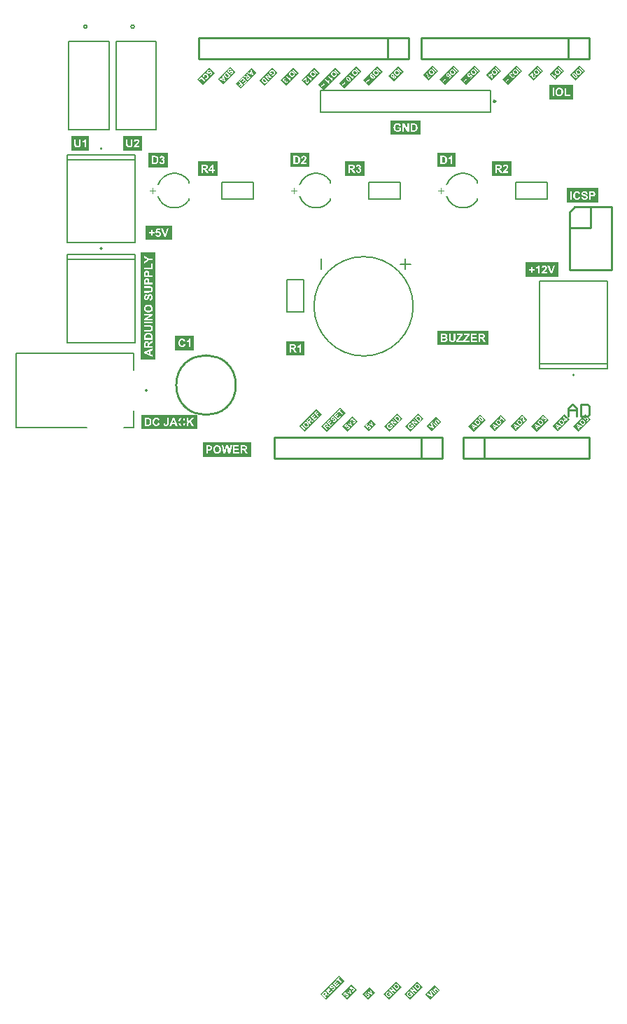
<source format=gto>
G04*
G04 #@! TF.GenerationSoftware,Altium Limited,Altium Designer,22.5.1 (42)*
G04*
G04 Layer_Color=65535*
%FSLAX42Y42*%
%MOMM*%
G71*
G04*
G04 #@! TF.SameCoordinates,8F982C1A-2937-4736-9447-CD7387795ED9*
G04*
G04*
G04 #@! TF.FilePolarity,Positive*
G04*
G01*
G75*
%ADD10C,0.20*%
%ADD11C,0.15*%
%ADD12C,0.25*%
%ADD13C,0.15*%
%ADD14C,0.25*%
%ADD15C,0.13*%
%ADD16C,0.10*%
G36*
X1944Y4787D02*
X1802Y4644D01*
X1736Y4710D01*
X1879Y4852D01*
X1944Y4787D01*
D02*
G37*
G36*
X2198Y4799D02*
X2047Y4648D01*
X1982Y4714D01*
X2133Y4865D01*
X2198Y4799D01*
D02*
G37*
G36*
X3243Y663D02*
X3036Y456D01*
X2970Y522D01*
X3177Y729D01*
X3243Y663D01*
D02*
G37*
G36*
X3516Y-6181D02*
X3290Y-6407D01*
X3224Y-6341D01*
X3451Y-6115D01*
X3516Y-6181D01*
D02*
G37*
G36*
X3664Y-6287D02*
X3544Y-6407D01*
X3479Y-6342D01*
X3599Y-6222D01*
X3664Y-6287D01*
D02*
G37*
G36*
X3884Y-6321D02*
X3798Y-6407D01*
X3734Y-6343D01*
X3820Y-6257D01*
X3884Y-6321D01*
D02*
G37*
G36*
X4207Y-6252D02*
X4052Y-6407D01*
X3986Y-6341D01*
X4141Y-6187D01*
X4207Y-6252D01*
D02*
G37*
G36*
X4461D02*
X4306Y-6407D01*
X4240Y-6341D01*
X4395Y-6187D01*
X4461Y-6252D01*
D02*
G37*
G36*
X4673Y-6292D02*
X4559Y-6406D01*
X4495Y-6342D01*
X4609Y-6228D01*
X4673Y-6292D01*
D02*
G37*
G36*
X3529Y682D02*
X3303Y456D01*
X3237Y522D01*
X3463Y748D01*
X3529Y682D01*
D02*
G37*
G36*
X3677Y576D02*
X3557Y456D01*
X3492Y521D01*
X3612Y641D01*
X3677Y576D01*
D02*
G37*
G36*
X3897Y542D02*
X3811Y456D01*
X3747Y521D01*
X3832Y606D01*
X3897Y542D01*
D02*
G37*
G36*
X4219Y611D02*
X4065Y456D01*
X3999Y522D01*
X4154Y676D01*
X4219Y611D01*
D02*
G37*
G36*
X4473D02*
X4319Y456D01*
X4253Y522D01*
X4408Y676D01*
X4473Y611D01*
D02*
G37*
G36*
X4686Y571D02*
X4572Y457D01*
X4508Y521D01*
X4622Y635D01*
X4686Y571D01*
D02*
G37*
G36*
X5224Y600D02*
X5081Y456D01*
X5016Y521D01*
X5159Y665D01*
X5224Y600D01*
D02*
G37*
G36*
X5470Y593D02*
X5334Y457D01*
X5270Y521D01*
X5406Y657D01*
X5470Y593D01*
D02*
G37*
G36*
X5731Y600D02*
X5588Y457D01*
X5524Y521D01*
X5667Y665D01*
X5731Y600D01*
D02*
G37*
G36*
X5987Y600D02*
X5843Y456D01*
X5778Y521D01*
X5921Y665D01*
X5987Y600D01*
D02*
G37*
G36*
X6241Y602D02*
X6096Y457D01*
X6032Y521D01*
X6177Y666D01*
X6241Y602D01*
D02*
G37*
G36*
X6495Y601D02*
X6351Y456D01*
X6286Y521D01*
X6431Y666D01*
X6495Y601D01*
D02*
G37*
G36*
X6428Y4812D02*
X6314Y4698D01*
X6248Y4764D01*
X6362Y4878D01*
X6428Y4812D01*
D02*
G37*
G36*
X6174D02*
X6067Y4705D01*
X6001Y4771D01*
X6108Y4878D01*
X6174Y4812D01*
D02*
G37*
G36*
X5920D02*
X5806Y4698D01*
X5740Y4764D01*
X5854Y4878D01*
X5920Y4812D01*
D02*
G37*
G36*
X5666D02*
X5495Y4642D01*
X5429Y4707D01*
X5600Y4878D01*
X5666Y4812D01*
D02*
G37*
G36*
X5412D02*
X5296Y4696D01*
X5230Y4762D01*
X5346Y4878D01*
X5412Y4812D01*
D02*
G37*
G36*
X5158D02*
X4987Y4642D01*
X4921Y4707D01*
X5092Y4878D01*
X5158Y4812D01*
D02*
G37*
G36*
X4904D02*
X4733Y4642D01*
X4667Y4707D01*
X4838Y4878D01*
X4904Y4812D01*
D02*
G37*
G36*
X4650D02*
X4535Y4698D01*
X4470Y4763D01*
X4584Y4878D01*
X4650Y4812D01*
D02*
G37*
G36*
X4230Y4805D02*
X4116Y4690D01*
X4050Y4756D01*
X4165Y4870D01*
X4230Y4805D01*
D02*
G37*
G36*
X3976D02*
X3806Y4634D01*
X3740Y4700D01*
X3911Y4870D01*
X3976Y4805D01*
D02*
G37*
G36*
X3722D02*
X3516Y4598D01*
X3451Y4664D01*
X3657Y4870D01*
X3722Y4805D01*
D02*
G37*
G36*
X3468Y4787D02*
X3262Y4580D01*
X3197Y4646D01*
X3403Y4852D01*
X3468Y4787D01*
D02*
G37*
G36*
X3214D02*
X3065Y4637D01*
X2999Y4703D01*
X3149Y4852D01*
X3214Y4787D01*
D02*
G37*
G36*
X2960D02*
X2810Y4636D01*
X2745Y4702D01*
X2895Y4852D01*
X2960Y4787D01*
D02*
G37*
G36*
X2706D02*
X2552Y4632D01*
X2486Y4698D01*
X2641Y4852D01*
X2706Y4787D01*
D02*
G37*
G36*
X2452Y4787D02*
X2262Y4598D01*
X2198Y4662D01*
X2388Y4851D01*
X2452Y4787D01*
D02*
G37*
G36*
X1069Y3849D02*
X836D01*
Y4025D01*
X1069D01*
Y3849D01*
D02*
G37*
G36*
X6102Y2326D02*
X5709D01*
Y2500D01*
X6102D01*
Y2326D01*
D02*
G37*
G36*
X1428Y2770D02*
X1112D01*
Y2945D01*
X1428D01*
Y2770D01*
D02*
G37*
G36*
X4437Y4039D02*
X4072D01*
Y4216D01*
X4437D01*
Y4039D01*
D02*
G37*
G36*
X1690Y1438D02*
X1468D01*
Y1616D01*
X1690D01*
Y1438D01*
D02*
G37*
G36*
X427Y3849D02*
X208D01*
Y4025D01*
X427D01*
Y3849D01*
D02*
G37*
G36*
X1232Y2616D02*
Y1321D01*
X1054D01*
Y2616D01*
X1232D01*
D02*
G37*
G36*
X1733Y483D02*
X1061D01*
Y660D01*
X1733D01*
Y483D01*
D02*
G37*
G36*
X3030Y1373D02*
X2812D01*
Y1548D01*
X3030D01*
Y1373D01*
D02*
G37*
G36*
X5262Y1500D02*
X4644D01*
Y1675D01*
X5262D01*
Y1500D01*
D02*
G37*
G36*
X1982Y3543D02*
X1745D01*
Y3717D01*
X1982D01*
Y3543D01*
D02*
G37*
G36*
X5535D02*
X5301D01*
Y3718D01*
X5535D01*
Y3543D01*
D02*
G37*
G36*
X3757Y3541D02*
X3523D01*
Y3718D01*
X3757D01*
Y3541D01*
D02*
G37*
G36*
X1380Y3648D02*
X1146D01*
Y3824D01*
X1380D01*
Y3648D01*
D02*
G37*
G36*
X4856Y3650D02*
X4638D01*
Y3824D01*
X4856D01*
Y3650D01*
D02*
G37*
G36*
X3094D02*
X2860D01*
Y3824D01*
X3094D01*
Y3650D01*
D02*
G37*
G36*
X6589Y3218D02*
X6210D01*
Y3395D01*
X6589D01*
Y3218D01*
D02*
G37*
G36*
X2384Y151D02*
X1803D01*
Y328D01*
X2384D01*
Y151D01*
D02*
G37*
G36*
X6284Y4469D02*
X5994D01*
Y4646D01*
X6284D01*
Y4469D01*
D02*
G37*
%LPC*%
G36*
X1878Y4825D02*
X1878Y4825D01*
X1877D01*
X1877D01*
X1876Y4825D01*
X1874Y4824D01*
X1872Y4824D01*
X1871Y4823D01*
X1869Y4822D01*
X1868Y4821D01*
X1865Y4820D01*
X1864Y4819D01*
X1863Y4818D01*
X1862Y4817D01*
X1861Y4817D01*
X1861Y4816D01*
X1860Y4815D01*
X1858Y4813D01*
X1856Y4811D01*
X1855Y4809D01*
X1854Y4808D01*
X1853Y4807D01*
X1853Y4807D01*
X1853Y4806D01*
X1852Y4805D01*
X1852Y4805D01*
X1852Y4804D01*
X1852Y4804D01*
X1852Y4804D01*
X1851Y4804D01*
X1851Y4802D01*
X1850Y4800D01*
X1850Y4798D01*
Y4796D01*
X1850Y4794D01*
X1850Y4793D01*
X1850Y4793D01*
X1850Y4792D01*
X1850Y4792D01*
X1851Y4790D01*
X1852Y4788D01*
X1852Y4787D01*
X1853Y4785D01*
X1854Y4784D01*
X1855Y4784D01*
X1855Y4783D01*
X1856Y4783D01*
X1857Y4781D01*
X1859Y4780D01*
X1860Y4779D01*
X1862Y4778D01*
X1863Y4778D01*
X1864Y4777D01*
X1865Y4777D01*
X1865Y4777D01*
X1867Y4777D01*
X1868Y4777D01*
X1870Y4777D01*
X1871Y4777D01*
X1873Y4777D01*
X1874Y4777D01*
X1874Y4778D01*
X1874D01*
X1875Y4778D01*
X1876Y4778D01*
X1877Y4778D01*
X1879Y4779D01*
X1881Y4780D01*
X1883Y4781D01*
X1884Y4782D01*
X1885Y4783D01*
X1886Y4783D01*
X1886Y4783D01*
X1887Y4784D01*
X1887Y4784D01*
X1888Y4784D01*
X1888Y4784D01*
X1889Y4785D01*
X1891Y4786D01*
X1892Y4787D01*
X1893Y4787D01*
X1894Y4788D01*
X1895Y4788D01*
X1896Y4789D01*
X1897Y4789D01*
X1897Y4789D01*
X1898Y4789D01*
X1898Y4790D01*
X1899Y4790D01*
X1899Y4790D01*
X1899D01*
X1900D01*
X1901Y4790D01*
X1902Y4789D01*
X1902Y4789D01*
X1903Y4789D01*
X1903Y4789D01*
X1903Y4788D01*
X1904Y4788D01*
X1904Y4788D01*
X1905Y4787D01*
X1905Y4786D01*
X1905Y4785D01*
X1905Y4785D01*
X1905Y4784D01*
Y4784D01*
Y4784D01*
X1905Y4782D01*
X1904Y4781D01*
X1903Y4780D01*
X1902Y4778D01*
X1902Y4777D01*
X1901Y4777D01*
X1900Y4776D01*
X1899Y4775D01*
X1898Y4774D01*
X1896Y4773D01*
X1895Y4772D01*
X1894Y4772D01*
X1894Y4772D01*
X1893Y4772D01*
X1893D01*
X1892D01*
X1890Y4772D01*
X1889Y4772D01*
X1888Y4773D01*
X1887Y4773D01*
X1886Y4774D01*
X1885Y4774D01*
X1885Y4774D01*
X1885Y4774D01*
X1876Y4765D01*
X1878Y4763D01*
X1879Y4763D01*
X1880Y4762D01*
X1881Y4761D01*
X1883Y4761D01*
X1884Y4760D01*
X1885Y4760D01*
X1886Y4759D01*
X1887Y4759D01*
X1888Y4759D01*
X1889Y4759D01*
X1890Y4759D01*
X1890D01*
X1891D01*
X1891D01*
X1891D01*
X1893Y4759D01*
X1894Y4760D01*
X1896Y4760D01*
X1897Y4761D01*
X1899Y4761D01*
X1900Y4762D01*
X1903Y4764D01*
X1904Y4765D01*
X1905Y4765D01*
X1906Y4766D01*
X1907Y4767D01*
X1907Y4767D01*
X1908Y4768D01*
X1910Y4770D01*
X1911Y4772D01*
X1913Y4774D01*
X1914Y4775D01*
X1914Y4776D01*
X1914Y4777D01*
X1915Y4777D01*
X1915Y4778D01*
X1915Y4778D01*
X1915Y4779D01*
X1915Y4779D01*
X1915Y4779D01*
X1916Y4781D01*
X1916Y4783D01*
X1917Y4785D01*
X1917Y4786D01*
Y4787D01*
X1917Y4788D01*
X1917Y4789D01*
Y4789D01*
X1916Y4789D01*
X1916Y4791D01*
X1915Y4793D01*
X1914Y4794D01*
X1914Y4795D01*
X1913Y4796D01*
X1912Y4797D01*
X1912Y4797D01*
X1912Y4798D01*
X1912Y4798D01*
X1912Y4798D01*
X1911Y4799D01*
X1910Y4800D01*
X1909Y4800D01*
X1907Y4801D01*
X1905Y4802D01*
X1903Y4802D01*
X1902Y4803D01*
X1901Y4803D01*
X1900Y4803D01*
X1900Y4803D01*
X1899D01*
X1899D01*
X1898D01*
X1898D01*
X1897Y4803D01*
X1896Y4802D01*
X1895Y4802D01*
X1894Y4802D01*
X1891Y4801D01*
X1889Y4800D01*
X1888Y4799D01*
X1887Y4799D01*
X1886Y4798D01*
X1885Y4798D01*
X1884Y4797D01*
X1884Y4797D01*
X1883Y4797D01*
X1883Y4797D01*
X1882Y4796D01*
X1881Y4795D01*
X1880Y4795D01*
X1879Y4794D01*
X1878Y4794D01*
X1877Y4793D01*
X1876Y4793D01*
X1876Y4793D01*
X1875Y4792D01*
X1875Y4792D01*
X1874Y4792D01*
X1874Y4792D01*
X1874Y4792D01*
X1873Y4791D01*
X1872Y4791D01*
X1871Y4790D01*
X1870Y4790D01*
X1869Y4790D01*
X1869D01*
X1869D01*
X1869D01*
X1868Y4790D01*
X1867Y4791D01*
X1866Y4791D01*
X1866Y4791D01*
X1865Y4792D01*
X1865Y4792D01*
X1865Y4792D01*
X1865Y4792D01*
X1864Y4793D01*
X1863Y4794D01*
X1863Y4795D01*
X1863Y4796D01*
X1863Y4797D01*
X1863Y4798D01*
Y4799D01*
X1863Y4799D01*
X1863Y4800D01*
X1864Y4802D01*
X1864Y4803D01*
X1865Y4805D01*
X1866Y4806D01*
X1867Y4807D01*
X1868Y4807D01*
X1869Y4809D01*
X1871Y4810D01*
X1872Y4811D01*
X1874Y4811D01*
X1875Y4812D01*
X1876Y4812D01*
X1876Y4812D01*
X1876Y4812D01*
X1878Y4812D01*
X1880Y4812D01*
X1882Y4811D01*
X1883Y4810D01*
X1884Y4810D01*
X1886Y4809D01*
X1886Y4809D01*
X1886Y4809D01*
X1886Y4809D01*
X1886Y4809D01*
X1895Y4818D01*
X1893Y4820D01*
X1891Y4821D01*
X1890Y4822D01*
X1888Y4822D01*
X1887Y4823D01*
X1885Y4824D01*
X1884Y4824D01*
X1883Y4824D01*
X1882Y4824D01*
X1880Y4825D01*
X1880Y4825D01*
X1879Y4825D01*
X1878Y4825D01*
D02*
G37*
G36*
X1844Y4794D02*
X1844Y4794D01*
D01*
X1844Y4794D01*
D02*
G37*
G36*
X1833Y4778D02*
X1831Y4778D01*
X1829Y4778D01*
X1827Y4777D01*
X1825Y4777D01*
X1823Y4776D01*
X1822Y4775D01*
X1820Y4774D01*
X1819Y4773D01*
X1818Y4773D01*
X1817Y4772D01*
X1816Y4771D01*
X1815Y4771D01*
X1815Y4770D01*
X1814Y4770D01*
X1813Y4768D01*
X1812Y4767D01*
X1811Y4765D01*
X1810Y4764D01*
X1809Y4763D01*
X1808Y4761D01*
X1808Y4760D01*
X1807Y4759D01*
X1807Y4758D01*
X1807Y4757D01*
X1806Y4756D01*
X1806Y4755D01*
X1806Y4755D01*
X1806Y4754D01*
X1806Y4754D01*
Y4754D01*
X1806Y4752D01*
Y4751D01*
X1806Y4747D01*
X1807Y4744D01*
X1807Y4742D01*
X1808Y4740D01*
X1808Y4739D01*
X1809Y4738D01*
X1809Y4737D01*
X1809Y4737D01*
X1810Y4736D01*
X1810Y4736D01*
X1810Y4736D01*
X1822Y4742D01*
X1821Y4744D01*
X1820Y4746D01*
X1819Y4748D01*
X1819Y4750D01*
X1818Y4751D01*
X1818Y4752D01*
Y4753D01*
Y4753D01*
X1819Y4755D01*
X1819Y4757D01*
X1820Y4758D01*
X1820Y4759D01*
X1821Y4760D01*
X1822Y4761D01*
X1822Y4762D01*
X1822Y4762D01*
X1823Y4763D01*
X1824Y4764D01*
X1826Y4765D01*
X1828Y4766D01*
X1830Y4766D01*
X1832Y4766D01*
X1833Y4766D01*
X1833D01*
X1834D01*
X1834D01*
X1834D01*
X1835Y4766D01*
X1837Y4766D01*
X1838Y4765D01*
X1839Y4765D01*
X1842Y4763D01*
X1844Y4761D01*
X1846Y4761D01*
X1846Y4760D01*
X1847Y4759D01*
X1848Y4758D01*
X1849Y4758D01*
X1849Y4757D01*
X1850Y4757D01*
X1850Y4757D01*
X1851Y4755D01*
X1852Y4754D01*
X1854Y4752D01*
X1855Y4751D01*
X1855Y4750D01*
X1856Y4749D01*
X1857Y4747D01*
X1857Y4746D01*
X1858Y4745D01*
X1858Y4744D01*
X1858Y4744D01*
X1858Y4743D01*
X1858Y4743D01*
X1858Y4742D01*
Y4742D01*
X1858Y4742D01*
X1859Y4741D01*
X1858Y4739D01*
X1858Y4738D01*
X1858Y4737D01*
X1857Y4735D01*
X1856Y4733D01*
X1855Y4732D01*
X1855Y4731D01*
X1855Y4731D01*
X1854Y4730D01*
X1854Y4730D01*
X1852Y4729D01*
X1851Y4728D01*
X1850Y4727D01*
X1848Y4726D01*
X1847Y4726D01*
X1846Y4726D01*
X1846Y4726D01*
X1846Y4726D01*
X1844Y4726D01*
X1842Y4726D01*
X1841Y4726D01*
X1839Y4727D01*
X1838Y4727D01*
X1837Y4727D01*
X1837Y4728D01*
X1837Y4728D01*
X1837D01*
X1836Y4728D01*
X1829Y4716D01*
X1832Y4715D01*
X1834Y4714D01*
X1837Y4714D01*
X1839Y4713D01*
X1840Y4713D01*
X1841Y4713D01*
X1842Y4713D01*
X1842D01*
X1842D01*
X1843Y4713D01*
X1843Y4713D01*
X1845Y4713D01*
X1846Y4713D01*
X1848Y4714D01*
X1850Y4714D01*
X1852Y4715D01*
X1853Y4716D01*
X1855Y4716D01*
X1856Y4717D01*
X1857Y4718D01*
X1858Y4719D01*
X1859Y4719D01*
X1860Y4720D01*
X1861Y4721D01*
X1861Y4721D01*
X1863Y4723D01*
X1865Y4725D01*
X1866Y4727D01*
X1867Y4729D01*
X1868Y4731D01*
X1869Y4733D01*
X1869Y4734D01*
X1869Y4736D01*
X1870Y4738D01*
X1870Y4739D01*
X1870Y4740D01*
X1870Y4741D01*
X1870Y4742D01*
Y4743D01*
Y4743D01*
Y4743D01*
X1870Y4746D01*
X1870Y4748D01*
X1869Y4750D01*
X1868Y4752D01*
X1868Y4754D01*
X1867Y4756D01*
X1865Y4758D01*
X1864Y4760D01*
X1863Y4762D01*
X1862Y4763D01*
X1861Y4764D01*
X1860Y4765D01*
X1860Y4766D01*
X1859Y4767D01*
X1859Y4767D01*
X1856Y4769D01*
X1854Y4771D01*
X1852Y4772D01*
X1850Y4773D01*
X1848Y4775D01*
X1846Y4776D01*
X1845Y4776D01*
X1843Y4777D01*
X1841Y4777D01*
X1840Y4778D01*
X1839Y4778D01*
X1838Y4778D01*
X1837Y4778D01*
X1836Y4778D01*
X1836D01*
X1836D01*
X1833D01*
D02*
G37*
G36*
X1788Y4742D02*
X1755Y4709D01*
X1763Y4701D01*
X1786Y4724D01*
X1824Y4687D01*
X1833Y4696D01*
X1788Y4742D01*
D02*
G37*
G36*
X2132Y4838D02*
X2132Y4838D01*
X2131D01*
X2131D01*
X2130Y4837D01*
X2128Y4837D01*
X2126Y4836D01*
X2125Y4836D01*
X2123Y4835D01*
X2122Y4834D01*
X2119Y4832D01*
X2118Y4832D01*
X2117Y4831D01*
X2116Y4830D01*
X2115Y4829D01*
X2115Y4829D01*
X2114Y4828D01*
X2112Y4826D01*
X2110Y4824D01*
X2109Y4822D01*
X2108Y4821D01*
X2107Y4820D01*
X2107Y4819D01*
X2107Y4819D01*
X2106Y4818D01*
X2106Y4817D01*
X2106Y4817D01*
X2106Y4817D01*
X2106Y4817D01*
X2105Y4816D01*
X2105Y4814D01*
X2104Y4812D01*
X2104Y4810D01*
Y4809D01*
X2104Y4807D01*
X2104Y4806D01*
X2104Y4805D01*
X2104Y4805D01*
X2104Y4805D01*
X2105Y4803D01*
X2106Y4801D01*
X2106Y4799D01*
X2107Y4798D01*
X2108Y4797D01*
X2109Y4796D01*
X2109Y4796D01*
X2110Y4795D01*
X2111Y4794D01*
X2113Y4793D01*
X2114Y4792D01*
X2116Y4791D01*
X2117Y4790D01*
X2118Y4790D01*
X2119Y4790D01*
X2119Y4790D01*
X2121Y4790D01*
X2122Y4790D01*
X2124Y4790D01*
X2125Y4790D01*
X2127Y4790D01*
X2128Y4790D01*
X2128Y4790D01*
X2128D01*
X2129Y4790D01*
X2130Y4791D01*
X2131Y4791D01*
X2133Y4792D01*
X2135Y4793D01*
X2137Y4794D01*
X2138Y4795D01*
X2139Y4795D01*
X2140Y4796D01*
X2140Y4796D01*
X2141Y4796D01*
X2141Y4797D01*
X2142Y4797D01*
X2142Y4797D01*
X2143Y4798D01*
X2145Y4799D01*
X2146Y4799D01*
X2147Y4800D01*
X2148Y4800D01*
X2149Y4801D01*
X2150Y4801D01*
X2151Y4802D01*
X2151Y4802D01*
X2152Y4802D01*
X2152Y4802D01*
X2153Y4802D01*
X2153Y4802D01*
X2153D01*
X2154D01*
X2155Y4802D01*
X2156Y4802D01*
X2156Y4802D01*
X2157Y4801D01*
X2157Y4801D01*
X2157Y4801D01*
X2158Y4801D01*
X2158Y4800D01*
X2159Y4800D01*
X2159Y4799D01*
X2159Y4798D01*
X2159Y4797D01*
X2159Y4797D01*
Y4797D01*
Y4797D01*
X2159Y4795D01*
X2158Y4794D01*
X2157Y4792D01*
X2156Y4791D01*
X2156Y4790D01*
X2155Y4789D01*
X2154Y4789D01*
X2153Y4787D01*
X2152Y4786D01*
X2150Y4786D01*
X2149Y4785D01*
X2148Y4785D01*
X2148Y4784D01*
X2147Y4784D01*
X2147D01*
X2146D01*
X2144Y4785D01*
X2143Y4785D01*
X2142Y4785D01*
X2141Y4786D01*
X2140Y4786D01*
X2139Y4787D01*
X2139Y4787D01*
X2139Y4787D01*
X2130Y4777D01*
X2132Y4776D01*
X2133Y4775D01*
X2134Y4774D01*
X2135Y4774D01*
X2137Y4773D01*
X2138Y4773D01*
X2139Y4772D01*
X2140Y4772D01*
X2141Y4772D01*
X2142Y4772D01*
X2143Y4772D01*
X2144Y4772D01*
X2144D01*
X2145D01*
X2145D01*
X2145D01*
X2147Y4772D01*
X2148Y4772D01*
X2150Y4773D01*
X2151Y4773D01*
X2153Y4774D01*
X2154Y4775D01*
X2157Y4776D01*
X2158Y4777D01*
X2159Y4778D01*
X2160Y4779D01*
X2161Y4779D01*
X2161Y4780D01*
X2162Y4781D01*
X2164Y4783D01*
X2165Y4785D01*
X2167Y4787D01*
X2168Y4788D01*
X2168Y4789D01*
X2168Y4790D01*
X2169Y4790D01*
X2169Y4791D01*
X2169Y4791D01*
X2169Y4791D01*
X2169Y4792D01*
X2169Y4792D01*
X2170Y4794D01*
X2170Y4795D01*
X2171Y4797D01*
X2171Y4799D01*
Y4800D01*
X2171Y4801D01*
X2171Y4802D01*
Y4802D01*
X2170Y4802D01*
X2170Y4804D01*
X2169Y4805D01*
X2168Y4807D01*
X2168Y4808D01*
X2167Y4809D01*
X2166Y4810D01*
X2166Y4810D01*
X2166Y4810D01*
X2166Y4810D01*
X2166Y4810D01*
X2165Y4811D01*
X2164Y4812D01*
X2163Y4813D01*
X2161Y4814D01*
X2159Y4814D01*
X2157Y4815D01*
X2156Y4815D01*
X2155Y4815D01*
X2154Y4816D01*
X2154Y4816D01*
X2153D01*
X2153D01*
X2152D01*
X2152D01*
X2151Y4815D01*
X2150Y4815D01*
X2149Y4815D01*
X2148Y4814D01*
X2145Y4814D01*
X2143Y4813D01*
X2142Y4812D01*
X2141Y4811D01*
X2140Y4811D01*
X2139Y4811D01*
X2138Y4810D01*
X2138Y4810D01*
X2137Y4810D01*
X2137Y4810D01*
X2136Y4809D01*
X2135Y4808D01*
X2134Y4808D01*
X2133Y4807D01*
X2132Y4806D01*
X2131Y4806D01*
X2130Y4806D01*
X2130Y4805D01*
X2129Y4805D01*
X2129Y4805D01*
X2128Y4804D01*
X2128Y4804D01*
X2128Y4804D01*
X2127Y4804D01*
X2126Y4803D01*
X2125Y4803D01*
X2124Y4803D01*
X2123Y4803D01*
X2123D01*
X2123D01*
X2123D01*
X2122Y4803D01*
X2121Y4803D01*
X2120Y4804D01*
X2120Y4804D01*
X2119Y4804D01*
X2119Y4804D01*
X2119Y4805D01*
X2119Y4805D01*
X2118Y4806D01*
X2117Y4807D01*
X2117Y4808D01*
X2117Y4809D01*
X2117Y4810D01*
X2117Y4811D01*
Y4811D01*
X2117Y4812D01*
X2117Y4813D01*
X2118Y4815D01*
X2118Y4816D01*
X2119Y4817D01*
X2120Y4818D01*
X2121Y4819D01*
X2122Y4820D01*
X2123Y4822D01*
X2125Y4823D01*
X2126Y4823D01*
X2128Y4824D01*
X2129Y4824D01*
X2130Y4825D01*
X2130Y4825D01*
X2130Y4825D01*
X2132Y4825D01*
X2134Y4824D01*
X2136Y4824D01*
X2137Y4823D01*
X2138Y4822D01*
X2140Y4822D01*
X2140Y4822D01*
X2140Y4821D01*
X2140Y4821D01*
X2140Y4821D01*
X2149Y4831D01*
X2147Y4832D01*
X2145Y4833D01*
X2144Y4834D01*
X2142Y4835D01*
X2141Y4836D01*
X2139Y4836D01*
X2138Y4837D01*
X2137Y4837D01*
X2136Y4837D01*
X2134Y4837D01*
X2134Y4837D01*
X2133Y4838D01*
X2132Y4838D01*
D02*
G37*
G36*
X2098Y4807D02*
X2098Y4806D01*
D01*
X2098Y4807D01*
D02*
G37*
G36*
X2088Y4801D02*
X2071Y4783D01*
X2069Y4782D01*
X2068Y4780D01*
X2066Y4778D01*
X2065Y4777D01*
X2065Y4776D01*
X2064Y4775D01*
X2064Y4775D01*
X2064Y4775D01*
Y4774D01*
X2064Y4774D01*
X2063Y4772D01*
X2062Y4770D01*
X2061Y4769D01*
X2061Y4767D01*
X2061Y4766D01*
X2061Y4765D01*
X2061Y4764D01*
Y4764D01*
X2061Y4762D01*
X2061Y4759D01*
X2062Y4757D01*
X2062Y4755D01*
X2063Y4754D01*
X2063Y4753D01*
X2063Y4752D01*
X2064Y4752D01*
X2064Y4751D01*
X2064Y4751D01*
X2064Y4751D01*
X2065Y4749D01*
X2066Y4747D01*
X2068Y4745D01*
X2069Y4743D01*
X2070Y4743D01*
X2070Y4742D01*
X2071Y4741D01*
X2071Y4741D01*
X2072Y4740D01*
X2075Y4738D01*
X2077Y4736D01*
X2078Y4735D01*
X2079Y4734D01*
X2080Y4733D01*
X2081Y4733D01*
X2082Y4732D01*
X2082Y4732D01*
X2083Y4731D01*
X2084Y4731D01*
X2084Y4731D01*
X2084Y4731D01*
X2085Y4731D01*
X2085Y4731D01*
X2087Y4730D01*
X2089Y4729D01*
X2091Y4728D01*
X2093Y4728D01*
X2094Y4728D01*
X2096Y4728D01*
X2096Y4727D01*
X2096Y4727D01*
X2097Y4727D01*
X2099Y4728D01*
X2101Y4728D01*
X2103Y4728D01*
X2104Y4729D01*
X2106Y4729D01*
X2107Y4730D01*
X2107Y4730D01*
X2107Y4730D01*
X2108Y4730D01*
X2108Y4730D01*
X2109Y4731D01*
X2111Y4732D01*
X2113Y4733D01*
X2114Y4735D01*
X2115Y4736D01*
X2116Y4736D01*
X2134Y4755D01*
X2088Y4801D01*
D02*
G37*
G36*
X2047Y4759D02*
X2037Y4749D01*
X2043Y4735D01*
X2025Y4717D01*
X2011Y4723D01*
X2000Y4713D01*
X2065Y4686D01*
X2075Y4695D01*
X2047Y4759D01*
D02*
G37*
%LPD*%
G36*
X2117Y4753D02*
X2111Y4747D01*
X2110Y4746D01*
X2109Y4746D01*
X2109Y4745D01*
X2108Y4744D01*
X2107Y4744D01*
X2107Y4743D01*
X2106Y4743D01*
X2105Y4742D01*
X2105Y4742D01*
X2105Y4742D01*
X2104Y4741D01*
X2103Y4741D01*
X2102Y4741D01*
X2101Y4740D01*
X2100Y4740D01*
X2099Y4740D01*
X2099D01*
X2099D01*
X2097Y4740D01*
X2096Y4740D01*
X2095Y4741D01*
X2094Y4741D01*
X2093Y4741D01*
X2092Y4742D01*
X2092Y4742D01*
X2092D01*
X2091Y4742D01*
X2090Y4743D01*
X2088Y4744D01*
X2087Y4745D01*
X2085Y4746D01*
X2084Y4747D01*
X2084Y4748D01*
X2083Y4748D01*
X2083Y4748D01*
X2083Y4749D01*
X2082Y4749D01*
X2082Y4749D01*
X2081Y4751D01*
X2079Y4753D01*
X2078Y4754D01*
X2077Y4756D01*
X2076Y4757D01*
X2075Y4757D01*
X2075Y4758D01*
X2075Y4758D01*
X2075Y4758D01*
Y4758D01*
X2075Y4758D01*
X2074Y4760D01*
X2074Y4761D01*
X2073Y4762D01*
X2073Y4763D01*
X2073Y4764D01*
X2073Y4765D01*
Y4765D01*
Y4765D01*
X2073Y4766D01*
X2073Y4767D01*
X2073Y4768D01*
X2074Y4769D01*
X2074Y4770D01*
X2074Y4770D01*
X2075Y4771D01*
X2075Y4771D01*
X2075Y4772D01*
X2076Y4773D01*
X2077Y4774D01*
X2078Y4775D01*
X2079Y4776D01*
X2087Y4784D01*
X2117Y4753D01*
D02*
G37*
G36*
X2059Y4701D02*
X2036Y4712D01*
X2048Y4725D01*
X2059Y4701D01*
D02*
G37*
%LPC*%
G36*
X3178Y710D02*
X3147Y679D01*
X3193Y633D01*
X3202Y642D01*
X3182Y661D01*
X3202Y681D01*
X3194Y688D01*
X3175Y669D01*
X3164Y680D01*
X3186Y702D01*
X3178Y710D01*
D02*
G37*
G36*
X3138Y670D02*
X3104Y636D01*
X3150Y590D01*
X3185Y625D01*
X3177Y632D01*
X3151Y607D01*
X3139Y619D01*
X3162Y642D01*
X3154Y650D01*
X3131Y627D01*
X3121Y637D01*
X3146Y662D01*
X3138Y670D01*
D02*
G37*
G36*
X3095Y620D02*
X3093Y619D01*
X3092Y619D01*
X3091Y619D01*
X3090Y619D01*
X3089Y618D01*
X3089D01*
X3089Y618D01*
X3088Y618D01*
X3087Y617D01*
X3085Y616D01*
X3083Y614D01*
X3081Y613D01*
X3080Y612D01*
X3080Y611D01*
X3079Y611D01*
X3078Y610D01*
X3057Y589D01*
X3103Y543D01*
X3113Y553D01*
X3094Y572D01*
X3097Y575D01*
X3098Y576D01*
X3098Y576D01*
X3099Y577D01*
X3100Y577D01*
X3100Y578D01*
X3101Y578D01*
X3101Y578D01*
X3101Y578D01*
X3102Y578D01*
X3103Y578D01*
X3104Y579D01*
X3105D01*
X3106Y579D01*
X3107D01*
X3108Y578D01*
X3110Y578D01*
X3112Y578D01*
X3114Y577D01*
X3115Y577D01*
X3116Y577D01*
X3116Y577D01*
X3117Y577D01*
X3117Y577D01*
X3117D01*
X3134Y574D01*
X3145Y585D01*
X3130Y588D01*
X3129Y588D01*
X3127Y589D01*
X3126Y589D01*
X3125Y589D01*
X3123Y589D01*
X3122Y590D01*
X3121Y590D01*
X3119Y590D01*
X3118Y590D01*
X3117D01*
X3116Y590D01*
X3114Y590D01*
X3113Y590D01*
X3112Y590D01*
X3110Y589D01*
X3110Y589D01*
X3109Y589D01*
X3109D01*
X3109Y589D01*
X3110Y590D01*
X3110Y592D01*
X3111Y593D01*
X3112Y594D01*
X3112Y595D01*
X3112Y596D01*
X3113Y597D01*
X3113Y598D01*
X3113Y599D01*
X3113Y600D01*
X3113Y601D01*
Y601D01*
X3114Y602D01*
Y602D01*
Y602D01*
Y602D01*
X3113Y604D01*
X3113Y605D01*
X3113Y607D01*
X3112Y609D01*
X3111Y611D01*
X3110Y612D01*
X3109Y613D01*
X3109Y613D01*
X3109Y614D01*
X3108Y614D01*
X3108Y614D01*
X3108Y614D01*
X3106Y615D01*
X3105Y617D01*
X3103Y617D01*
X3102Y618D01*
X3101Y619D01*
X3100Y619D01*
X3099Y619D01*
X3099Y619D01*
X3099D01*
X3099Y619D01*
X3097Y619D01*
X3095Y620D01*
D02*
G37*
G36*
X3050Y570D02*
X3050D01*
X3047Y570D01*
X3045Y570D01*
X3043Y570D01*
X3041Y569D01*
X3039Y568D01*
X3037Y567D01*
X3035Y566D01*
X3034Y566D01*
X3032Y565D01*
X3031Y564D01*
X3030Y563D01*
X3029Y562D01*
X3028Y561D01*
X3027Y561D01*
X3027Y560D01*
X3025Y558D01*
X3023Y556D01*
X3022Y554D01*
X3021Y553D01*
X3020Y552D01*
X3020Y551D01*
X3020Y550D01*
X3019Y550D01*
X3019Y549D01*
X3019Y549D01*
X3019Y549D01*
X3019Y549D01*
X3018Y547D01*
X3018Y545D01*
X3017Y543D01*
X3017Y542D01*
X3017Y541D01*
X3017Y539D01*
Y539D01*
Y539D01*
Y539D01*
X3017Y537D01*
X3017Y535D01*
X3018Y533D01*
X3018Y531D01*
X3019Y530D01*
X3019Y529D01*
X3019Y529D01*
X3019Y528D01*
Y528D01*
X3019Y528D01*
X3020Y525D01*
X3022Y523D01*
X3023Y521D01*
X3025Y518D01*
X3026Y518D01*
X3027Y517D01*
X3027Y516D01*
X3028Y515D01*
X3028Y515D01*
X3029Y514D01*
X3031Y512D01*
X3033Y510D01*
X3035Y509D01*
X3037Y508D01*
X3039Y507D01*
X3041Y506D01*
X3043Y505D01*
X3045Y504D01*
X3046Y504D01*
X3048Y504D01*
X3049Y503D01*
X3050Y503D01*
X3051Y503D01*
X3052Y503D01*
X3052D01*
X3055Y503D01*
X3057Y503D01*
X3059Y504D01*
X3061Y504D01*
X3063Y505D01*
X3065Y506D01*
X3066Y507D01*
X3068Y508D01*
X3070Y509D01*
X3071Y510D01*
X3072Y511D01*
X3073Y511D01*
X3074Y512D01*
X3074Y512D01*
X3075Y513D01*
X3077Y515D01*
X3078Y517D01*
X3079Y519D01*
X3081Y521D01*
X3082Y523D01*
X3082Y524D01*
X3083Y526D01*
X3084Y528D01*
X3084Y529D01*
X3084Y531D01*
X3084Y532D01*
X3085Y533D01*
X3085Y534D01*
Y535D01*
Y535D01*
Y535D01*
X3084Y538D01*
X3084Y540D01*
X3084Y542D01*
X3083Y544D01*
X3082Y546D01*
X3081Y548D01*
X3080Y550D01*
X3079Y552D01*
X3078Y553D01*
X3077Y555D01*
X3076Y556D01*
X3075Y557D01*
X3074Y558D01*
X3074Y558D01*
X3073Y559D01*
X3071Y561D01*
X3069Y563D01*
X3067Y564D01*
X3065Y566D01*
X3063Y567D01*
X3061Y568D01*
X3059Y568D01*
X3057Y569D01*
X3056Y569D01*
X3054Y570D01*
X3053Y570D01*
X3052Y570D01*
X3051Y570D01*
X3050Y570D01*
D02*
G37*
G36*
X2999Y530D02*
X2989Y521D01*
X3035Y475D01*
X3045Y484D01*
X2999Y530D01*
D02*
G37*
%LPD*%
G36*
X3094Y606D02*
X3094D01*
X3095Y606D01*
X3096Y606D01*
X3097Y605D01*
X3098Y605D01*
X3098Y605D01*
X3099Y604D01*
X3099Y604D01*
X3099Y604D01*
X3100Y603D01*
X3100Y602D01*
X3101Y601D01*
X3101Y601D01*
X3101Y600D01*
X3101Y600D01*
X3102Y599D01*
Y599D01*
X3102Y598D01*
Y598D01*
X3101Y596D01*
X3101Y596D01*
X3101Y595D01*
X3101Y595D01*
X3101Y595D01*
X3101Y594D01*
X3100Y594D01*
X3100Y593D01*
X3099Y593D01*
X3098Y591D01*
X3097Y590D01*
X3095Y588D01*
X3086Y579D01*
X3075Y591D01*
X3085Y601D01*
X3086Y602D01*
X3087Y603D01*
X3088Y604D01*
X3088Y604D01*
X3089Y605D01*
X3089Y605D01*
X3090Y605D01*
X3091Y606D01*
X3092Y606D01*
X3092Y606D01*
X3093Y606D01*
X3094Y606D01*
X3094Y606D01*
D02*
G37*
G36*
X3048Y558D02*
X3048D01*
X3049Y558D01*
X3051Y557D01*
X3052Y557D01*
X3054Y557D01*
X3056Y555D01*
X3059Y554D01*
X3060Y553D01*
X3061Y552D01*
X3061Y551D01*
X3062Y551D01*
X3063Y550D01*
X3063Y550D01*
X3063Y550D01*
X3063Y550D01*
X3065Y548D01*
X3066Y547D01*
X3067Y545D01*
X3068Y544D01*
X3069Y542D01*
X3070Y541D01*
X3070Y540D01*
X3071Y539D01*
X3071Y538D01*
X3071Y537D01*
X3072Y536D01*
X3072Y535D01*
X3072Y535D01*
Y534D01*
X3072Y534D01*
Y534D01*
X3072Y533D01*
X3072Y531D01*
X3072Y530D01*
X3071Y529D01*
X3071Y528D01*
X3071Y526D01*
X3070Y525D01*
X3069Y523D01*
X3068Y522D01*
X3068Y522D01*
X3067Y521D01*
X3067Y521D01*
X3066Y520D01*
X3065Y519D01*
X3064Y518D01*
X3062Y518D01*
X3060Y517D01*
X3058Y516D01*
X3057Y516D01*
X3056Y516D01*
X3056Y516D01*
X3055D01*
X3054Y516D01*
X3054D01*
X3052Y516D01*
X3051Y516D01*
X3049Y517D01*
X3048Y517D01*
X3045Y518D01*
X3043Y520D01*
X3042Y521D01*
X3041Y521D01*
X3040Y522D01*
X3039Y523D01*
X3039Y523D01*
X3038Y524D01*
X3038Y524D01*
X3038Y524D01*
X3037Y526D01*
X3035Y527D01*
X3034Y528D01*
X3033Y530D01*
X3033Y531D01*
X3032Y532D01*
X3031Y534D01*
X3031Y535D01*
X3031Y536D01*
X3030Y537D01*
X3030Y537D01*
X3030Y538D01*
X3030Y539D01*
Y539D01*
X3030Y539D01*
Y539D01*
X3030Y541D01*
X3030Y542D01*
X3030Y543D01*
X3030Y545D01*
X3031Y546D01*
X3031Y547D01*
X3032Y549D01*
X3033Y551D01*
X3034Y551D01*
X3034Y552D01*
X3034Y552D01*
X3035Y553D01*
X3036Y554D01*
X3037Y555D01*
X3038Y555D01*
X3039Y556D01*
X3042Y557D01*
X3043Y557D01*
X3044Y557D01*
X3045Y558D01*
X3045Y558D01*
X3046Y558D01*
X3047Y558D01*
X3047D01*
X3048Y558D01*
X3048Y558D01*
D02*
G37*
%LPC*%
G36*
X3452Y-6134D02*
X3415Y-6170D01*
X3423Y-6178D01*
X3436Y-6165D01*
X3475Y-6203D01*
X3484Y-6193D01*
X3446Y-6155D01*
X3459Y-6142D01*
X3452Y-6134D01*
D02*
G37*
G36*
X3366Y-6227D02*
X3365D01*
X3363Y-6227D01*
X3361Y-6227D01*
X3360Y-6228D01*
X3358Y-6228D01*
X3357Y-6229D01*
X3356Y-6230D01*
X3353Y-6232D01*
X3352Y-6232D01*
X3351Y-6233D01*
X3350Y-6234D01*
X3349Y-6235D01*
X3349Y-6235D01*
X3348Y-6236D01*
X3346Y-6238D01*
X3344Y-6240D01*
X3343Y-6242D01*
X3342Y-6243D01*
X3342Y-6244D01*
X3341Y-6245D01*
X3341Y-6245D01*
X3341Y-6246D01*
X3341Y-6246D01*
X3340Y-6246D01*
X3340Y-6247D01*
X3340Y-6247D01*
X3340Y-6249D01*
X3339Y-6251D01*
X3339Y-6252D01*
X3339Y-6254D01*
Y-6255D01*
X3339Y-6256D01*
X3339Y-6257D01*
Y-6257D01*
X3339Y-6257D01*
X3340Y-6259D01*
X3340Y-6261D01*
X3341Y-6262D01*
X3342Y-6263D01*
X3343Y-6264D01*
X3343Y-6265D01*
X3344Y-6265D01*
X3344Y-6265D01*
X3344Y-6266D01*
X3344Y-6266D01*
X3345Y-6267D01*
X3346Y-6267D01*
X3347Y-6268D01*
X3348Y-6269D01*
X3351Y-6270D01*
X3353Y-6270D01*
X3354Y-6270D01*
X3354Y-6271D01*
X3355Y-6271D01*
X3356Y-6271D01*
X3357D01*
X3358Y-6271D01*
X3360Y-6270D01*
X3361Y-6270D01*
X3362Y-6270D01*
X3365Y-6269D01*
X3367Y-6268D01*
X3368Y-6267D01*
X3369Y-6267D01*
X3370Y-6266D01*
X3371Y-6266D01*
X3371Y-6265D01*
X3372Y-6265D01*
X3372Y-6265D01*
X3372Y-6265D01*
X3374Y-6264D01*
X3375Y-6263D01*
X3376Y-6263D01*
X3377Y-6262D01*
X3378Y-6262D01*
X3378Y-6261D01*
X3379Y-6261D01*
X3380Y-6261D01*
X3380Y-6260D01*
X3381Y-6260D01*
X3381Y-6260D01*
X3382Y-6260D01*
X3382Y-6259D01*
X3383Y-6259D01*
X3384Y-6259D01*
X3385Y-6258D01*
X3386Y-6258D01*
X3386Y-6258D01*
X3387D01*
X3388Y-6258D01*
X3389Y-6258D01*
X3389Y-6259D01*
X3390Y-6259D01*
X3390Y-6259D01*
X3391Y-6260D01*
X3391Y-6260D01*
X3391Y-6260D01*
X3392Y-6261D01*
X3392Y-6262D01*
X3393Y-6263D01*
X3393Y-6264D01*
X3393Y-6265D01*
X3393Y-6266D01*
Y-6266D01*
X3393Y-6267D01*
X3393Y-6268D01*
X3392Y-6270D01*
X3391Y-6271D01*
X3390Y-6272D01*
X3390Y-6274D01*
X3389Y-6275D01*
X3388Y-6275D01*
X3387Y-6277D01*
X3385Y-6278D01*
X3384Y-6279D01*
X3382Y-6279D01*
X3381Y-6280D01*
X3380Y-6280D01*
X3379Y-6280D01*
X3379Y-6280D01*
X3377Y-6280D01*
X3376Y-6280D01*
X3374Y-6279D01*
X3373Y-6278D01*
X3371Y-6278D01*
X3370Y-6277D01*
X3370Y-6277D01*
X3370Y-6277D01*
X3369Y-6277D01*
X3369Y-6276D01*
X3361Y-6286D01*
X3363Y-6288D01*
X3364Y-6289D01*
X3366Y-6289D01*
X3367Y-6290D01*
X3369Y-6291D01*
X3370Y-6291D01*
X3372Y-6292D01*
X3373Y-6292D01*
X3374Y-6292D01*
X3375Y-6292D01*
X3376Y-6293D01*
X3377Y-6293D01*
X3378Y-6293D01*
X3378Y-6293D01*
X3378D01*
X3380Y-6292D01*
X3382Y-6292D01*
X3383Y-6292D01*
X3385Y-6291D01*
X3386Y-6290D01*
X3388Y-6289D01*
X3390Y-6288D01*
X3392Y-6287D01*
X3393Y-6286D01*
X3394Y-6285D01*
X3394Y-6285D01*
X3395Y-6284D01*
X3396Y-6283D01*
X3398Y-6281D01*
X3400Y-6279D01*
X3401Y-6277D01*
X3402Y-6276D01*
X3402Y-6275D01*
X3403Y-6274D01*
X3403Y-6274D01*
X3403Y-6273D01*
X3404Y-6273D01*
X3404Y-6272D01*
X3404Y-6272D01*
X3404Y-6272D01*
X3404Y-6272D01*
X3405Y-6269D01*
X3405Y-6267D01*
X3406Y-6265D01*
Y-6264D01*
X3406Y-6262D01*
X3405Y-6261D01*
X3405Y-6261D01*
X3405Y-6260D01*
X3405Y-6260D01*
X3405Y-6258D01*
X3404Y-6256D01*
X3403Y-6255D01*
X3402Y-6253D01*
X3401Y-6252D01*
X3401Y-6252D01*
X3401Y-6251D01*
X3400Y-6251D01*
X3398Y-6249D01*
X3397Y-6248D01*
X3395Y-6247D01*
X3394Y-6246D01*
X3393Y-6246D01*
X3392Y-6245D01*
X3391Y-6245D01*
X3391Y-6245D01*
X3389Y-6245D01*
X3387Y-6245D01*
X3386Y-6245D01*
X3384Y-6245D01*
X3383Y-6245D01*
X3382Y-6245D01*
X3381Y-6245D01*
X3381D01*
X3381Y-6245D01*
X3380Y-6246D01*
X3379Y-6246D01*
X3377Y-6247D01*
X3375Y-6248D01*
X3373Y-6249D01*
X3372Y-6250D01*
X3371Y-6250D01*
X3370Y-6251D01*
X3369Y-6251D01*
X3369Y-6252D01*
X3368Y-6252D01*
X3368Y-6252D01*
X3368Y-6252D01*
X3366Y-6253D01*
X3365Y-6254D01*
X3364Y-6255D01*
X3363Y-6255D01*
X3362Y-6256D01*
X3361Y-6256D01*
X3360Y-6256D01*
X3359Y-6257D01*
X3358Y-6257D01*
X3358Y-6257D01*
X3357Y-6257D01*
X3357Y-6257D01*
X3356Y-6258D01*
X3355D01*
X3355Y-6257D01*
X3354Y-6257D01*
X3353Y-6257D01*
X3353Y-6257D01*
X3352Y-6256D01*
X3352Y-6256D01*
X3352Y-6256D01*
X3352Y-6255D01*
X3351Y-6255D01*
X3351Y-6254D01*
X3351Y-6253D01*
X3351Y-6253D01*
X3351Y-6252D01*
Y-6252D01*
Y-6252D01*
X3351Y-6250D01*
X3352Y-6249D01*
X3352Y-6247D01*
X3353Y-6246D01*
X3354Y-6245D01*
X3355Y-6244D01*
X3355Y-6244D01*
X3357Y-6242D01*
X3358Y-6242D01*
X3359Y-6241D01*
X3360Y-6240D01*
X3361Y-6240D01*
X3362Y-6240D01*
X3363Y-6240D01*
X3364D01*
X3365Y-6240D01*
X3367Y-6240D01*
X3368Y-6241D01*
X3369Y-6241D01*
X3370Y-6242D01*
X3370Y-6242D01*
X3370Y-6242D01*
X3370Y-6242D01*
X3379Y-6232D01*
X3378Y-6231D01*
X3377Y-6230D01*
X3375Y-6230D01*
X3374Y-6229D01*
X3373Y-6228D01*
X3372Y-6228D01*
X3371Y-6228D01*
X3369Y-6227D01*
X3368Y-6227D01*
X3367Y-6227D01*
X3367Y-6227D01*
X3366Y-6227D01*
D02*
G37*
G36*
X3410Y-6176D02*
X3375Y-6210D01*
X3421Y-6256D01*
X3456Y-6221D01*
X3449Y-6213D01*
X3423Y-6239D01*
X3410Y-6226D01*
X3434Y-6203D01*
X3426Y-6196D01*
X3403Y-6219D01*
X3393Y-6208D01*
X3417Y-6184D01*
X3410Y-6176D01*
D02*
G37*
G36*
X3324Y-6262D02*
X3290Y-6296D01*
X3336Y-6342D01*
X3371Y-6307D01*
X3363Y-6299D01*
X3337Y-6325D01*
X3325Y-6312D01*
X3348Y-6289D01*
X3340Y-6281D01*
X3317Y-6304D01*
X3307Y-6294D01*
X3332Y-6269D01*
X3324Y-6262D01*
D02*
G37*
G36*
X3281Y-6312D02*
X3279Y-6312D01*
X3278Y-6312D01*
X3277Y-6313D01*
X3276Y-6313D01*
X3275Y-6313D01*
X3275D01*
X3275Y-6313D01*
X3274Y-6314D01*
X3273Y-6314D01*
X3271Y-6315D01*
X3269Y-6317D01*
X3267Y-6319D01*
X3266Y-6319D01*
X3265Y-6320D01*
X3265Y-6321D01*
X3264Y-6321D01*
X3243Y-6342D01*
X3289Y-6388D01*
X3299Y-6379D01*
X3279Y-6360D01*
X3282Y-6357D01*
X3283Y-6356D01*
X3284Y-6355D01*
X3285Y-6354D01*
X3286Y-6354D01*
X3286Y-6354D01*
X3286Y-6354D01*
X3286Y-6354D01*
X3287Y-6353D01*
X3288Y-6353D01*
X3289Y-6353D01*
X3290Y-6353D01*
X3291D01*
X3292Y-6353D01*
X3292D01*
X3294Y-6353D01*
X3296Y-6353D01*
X3298Y-6354D01*
X3300Y-6354D01*
X3301Y-6354D01*
X3301Y-6354D01*
X3302Y-6354D01*
X3302Y-6354D01*
X3303Y-6355D01*
X3303D01*
X3319Y-6358D01*
X3331Y-6347D01*
X3316Y-6343D01*
X3314Y-6343D01*
X3313Y-6343D01*
X3312Y-6343D01*
X3310Y-6342D01*
X3309Y-6342D01*
X3308Y-6342D01*
X3306Y-6342D01*
X3305Y-6341D01*
X3304Y-6341D01*
X3303D01*
X3302Y-6341D01*
X3300Y-6341D01*
X3299Y-6342D01*
X3297Y-6342D01*
X3296Y-6342D01*
X3295Y-6342D01*
X3295Y-6342D01*
X3295D01*
X3294Y-6342D01*
X3295Y-6341D01*
X3296Y-6340D01*
X3297Y-6339D01*
X3297Y-6337D01*
X3298Y-6336D01*
X3298Y-6335D01*
X3299Y-6334D01*
X3299Y-6333D01*
X3299Y-6332D01*
X3299Y-6331D01*
X3299Y-6331D01*
Y-6330D01*
X3299Y-6330D01*
Y-6329D01*
Y-6329D01*
Y-6329D01*
X3299Y-6328D01*
X3299Y-6327D01*
X3298Y-6324D01*
X3297Y-6323D01*
X3296Y-6321D01*
X3295Y-6319D01*
X3295Y-6319D01*
X3295Y-6318D01*
X3294Y-6318D01*
X3294Y-6318D01*
X3294Y-6317D01*
X3294Y-6317D01*
X3292Y-6316D01*
X3291Y-6315D01*
X3289Y-6314D01*
X3288Y-6313D01*
X3286Y-6313D01*
X3285Y-6312D01*
X3285Y-6312D01*
X3285Y-6312D01*
X3285D01*
X3285Y-6312D01*
X3283Y-6312D01*
X3281Y-6312D01*
D02*
G37*
%LPD*%
G36*
X3280Y-6325D02*
X3280D01*
X3281Y-6325D01*
X3282Y-6326D01*
X3283Y-6326D01*
X3283Y-6326D01*
X3284Y-6327D01*
X3285Y-6327D01*
X3285Y-6327D01*
X3285Y-6328D01*
X3286Y-6328D01*
X3286Y-6329D01*
X3287Y-6330D01*
X3287Y-6331D01*
X3287Y-6331D01*
X3287Y-6332D01*
X3287Y-6332D01*
Y-6332D01*
X3287Y-6333D01*
Y-6334D01*
X3287Y-6335D01*
X3287Y-6336D01*
X3287Y-6336D01*
X3287Y-6337D01*
X3287Y-6337D01*
X3286Y-6337D01*
X3286Y-6338D01*
X3286Y-6338D01*
X3285Y-6339D01*
X3284Y-6340D01*
X3282Y-6342D01*
X3281Y-6343D01*
X3272Y-6352D01*
X3260Y-6341D01*
X3271Y-6330D01*
X3272Y-6329D01*
X3273Y-6328D01*
X3274Y-6327D01*
X3274Y-6327D01*
X3274Y-6327D01*
X3275Y-6327D01*
X3276Y-6326D01*
X3277Y-6326D01*
X3277Y-6325D01*
X3278Y-6325D01*
X3279Y-6325D01*
X3279Y-6325D01*
X3280Y-6325D01*
D02*
G37*
%LPC*%
G36*
X3599Y-6249D02*
X3597D01*
X3595Y-6249D01*
X3594Y-6250D01*
X3592Y-6250D01*
X3591Y-6251D01*
X3590Y-6251D01*
X3588Y-6252D01*
X3587Y-6253D01*
X3586Y-6253D01*
X3585Y-6254D01*
X3585Y-6255D01*
X3584Y-6255D01*
X3583Y-6256D01*
X3582Y-6257D01*
X3581Y-6258D01*
X3580Y-6260D01*
X3579Y-6261D01*
X3579Y-6262D01*
X3578Y-6263D01*
X3578Y-6264D01*
Y-6264D01*
X3578Y-6264D01*
X3578Y-6265D01*
X3577Y-6267D01*
X3577Y-6269D01*
X3577Y-6270D01*
X3577Y-6271D01*
X3577Y-6272D01*
Y-6272D01*
X3577Y-6273D01*
X3578Y-6274D01*
X3578Y-6276D01*
X3579Y-6277D01*
X3580Y-6279D01*
X3580Y-6280D01*
X3581Y-6281D01*
X3581Y-6281D01*
X3581Y-6282D01*
X3581Y-6282D01*
X3581Y-6282D01*
X3591Y-6275D01*
X3590Y-6274D01*
X3589Y-6273D01*
X3589Y-6272D01*
X3588Y-6271D01*
X3588Y-6270D01*
X3588Y-6269D01*
Y-6269D01*
Y-6269D01*
X3588Y-6267D01*
X3588Y-6266D01*
X3589Y-6265D01*
X3589Y-6265D01*
X3590Y-6264D01*
X3590Y-6263D01*
X3590Y-6263D01*
X3591Y-6262D01*
X3592Y-6262D01*
X3593Y-6261D01*
X3594Y-6261D01*
X3595Y-6261D01*
X3595D01*
X3595Y-6261D01*
X3596D01*
X3597Y-6261D01*
X3598Y-6261D01*
X3598Y-6262D01*
X3599Y-6262D01*
X3600Y-6262D01*
X3600Y-6263D01*
X3601Y-6263D01*
X3601Y-6263D01*
X3602Y-6264D01*
X3602Y-6265D01*
X3603Y-6266D01*
X3603Y-6267D01*
X3603Y-6268D01*
X3603Y-6269D01*
Y-6269D01*
Y-6269D01*
X3603Y-6271D01*
X3602Y-6272D01*
X3602Y-6273D01*
X3601Y-6274D01*
X3600Y-6275D01*
X3600Y-6276D01*
X3599Y-6276D01*
X3605Y-6284D01*
X3606Y-6283D01*
X3606Y-6283D01*
X3607Y-6282D01*
X3608Y-6281D01*
X3608Y-6280D01*
X3609Y-6280D01*
X3610Y-6279D01*
X3611Y-6278D01*
X3612Y-6278D01*
X3613Y-6278D01*
X3614Y-6278D01*
X3614Y-6277D01*
X3615D01*
X3616Y-6278D01*
X3618Y-6278D01*
X3619Y-6279D01*
X3620Y-6279D01*
X3621Y-6280D01*
X3622Y-6280D01*
X3622Y-6281D01*
X3622Y-6281D01*
X3622Y-6281D01*
X3623Y-6282D01*
X3624Y-6284D01*
X3625Y-6285D01*
X3625Y-6286D01*
X3626Y-6287D01*
X3626Y-6288D01*
X3626Y-6288D01*
Y-6288D01*
X3626Y-6290D01*
X3626Y-6291D01*
X3625Y-6292D01*
X3625Y-6293D01*
X3624Y-6294D01*
X3624Y-6295D01*
X3624Y-6295D01*
X3623Y-6295D01*
X3622Y-6296D01*
X3621Y-6297D01*
X3620Y-6297D01*
X3619Y-6297D01*
X3619Y-6298D01*
X3618Y-6298D01*
X3618Y-6298D01*
X3617D01*
X3616Y-6298D01*
X3615Y-6297D01*
X3614Y-6297D01*
X3612Y-6296D01*
X3611Y-6296D01*
X3611Y-6295D01*
X3610Y-6295D01*
X3610Y-6295D01*
X3610Y-6295D01*
X3603Y-6305D01*
X3604Y-6305D01*
X3605Y-6306D01*
X3608Y-6307D01*
X3610Y-6308D01*
X3611Y-6308D01*
X3612Y-6309D01*
X3613Y-6309D01*
X3614Y-6309D01*
X3615Y-6309D01*
X3617D01*
X3618Y-6309D01*
X3620Y-6309D01*
X3621Y-6308D01*
X3622Y-6308D01*
X3625Y-6307D01*
X3627Y-6306D01*
X3628Y-6305D01*
X3628Y-6304D01*
X3629Y-6304D01*
X3630Y-6303D01*
X3630Y-6303D01*
X3631Y-6302D01*
X3632Y-6301D01*
X3633Y-6300D01*
X3634Y-6299D01*
X3635Y-6297D01*
X3635Y-6296D01*
X3636Y-6295D01*
X3636Y-6293D01*
X3637Y-6292D01*
X3637Y-6291D01*
X3637Y-6290D01*
X3637Y-6289D01*
X3637Y-6289D01*
X3637Y-6288D01*
X3638Y-6287D01*
Y-6287D01*
Y-6287D01*
Y-6285D01*
X3637Y-6284D01*
X3637Y-6283D01*
X3637Y-6281D01*
X3636Y-6280D01*
X3636Y-6279D01*
X3635Y-6276D01*
X3634Y-6276D01*
X3633Y-6275D01*
X3633Y-6274D01*
X3633Y-6273D01*
X3632Y-6273D01*
X3632Y-6272D01*
X3630Y-6271D01*
X3628Y-6270D01*
X3627Y-6269D01*
X3625Y-6268D01*
X3624Y-6268D01*
X3623Y-6268D01*
X3622Y-6268D01*
X3622D01*
X3620Y-6267D01*
X3618Y-6268D01*
X3617Y-6268D01*
X3615Y-6269D01*
X3614Y-6269D01*
X3613Y-6270D01*
X3612Y-6270D01*
X3612Y-6270D01*
X3612Y-6270D01*
X3612Y-6270D01*
X3612Y-6268D01*
X3613Y-6266D01*
X3613Y-6265D01*
Y-6263D01*
X3613Y-6262D01*
X3612Y-6260D01*
X3612Y-6259D01*
X3612Y-6258D01*
X3611Y-6257D01*
X3611Y-6256D01*
X3610Y-6255D01*
X3610Y-6255D01*
X3609Y-6254D01*
X3609Y-6254D01*
X3609Y-6254D01*
X3609Y-6254D01*
X3608Y-6253D01*
X3607Y-6252D01*
X3605Y-6251D01*
X3604Y-6250D01*
X3602Y-6250D01*
X3600Y-6249D01*
X3599Y-6249D01*
X3599Y-6249D01*
D02*
G37*
G36*
X3578Y-6286D02*
X3569Y-6296D01*
X3580Y-6319D01*
X3580Y-6320D01*
X3581Y-6322D01*
X3581Y-6322D01*
X3582Y-6322D01*
X3582Y-6323D01*
X3582Y-6323D01*
X3582Y-6323D01*
X3582Y-6324D01*
X3583Y-6325D01*
X3583Y-6326D01*
X3583Y-6326D01*
X3584Y-6326D01*
Y-6326D01*
X3576Y-6323D01*
X3553Y-6312D01*
X3544Y-6321D01*
X3590Y-6341D01*
X3598Y-6333D01*
X3578Y-6286D01*
D02*
G37*
G36*
X3527Y-6321D02*
X3525D01*
X3523Y-6321D01*
X3522Y-6321D01*
X3521Y-6322D01*
X3519Y-6322D01*
X3518Y-6323D01*
X3516Y-6324D01*
X3515Y-6324D01*
X3514Y-6325D01*
X3514Y-6326D01*
X3513Y-6326D01*
X3512Y-6326D01*
X3512Y-6327D01*
X3511Y-6328D01*
X3509Y-6330D01*
X3508Y-6331D01*
X3508Y-6333D01*
X3507Y-6334D01*
X3507Y-6335D01*
X3507Y-6335D01*
Y-6335D01*
X3506Y-6335D01*
X3506Y-6337D01*
X3506Y-6339D01*
X3506Y-6340D01*
X3505Y-6341D01*
X3506Y-6343D01*
X3506Y-6343D01*
Y-6344D01*
X3506Y-6344D01*
X3506Y-6346D01*
X3507Y-6347D01*
X3507Y-6349D01*
X3508Y-6350D01*
X3509Y-6352D01*
X3509Y-6352D01*
X3510Y-6353D01*
X3510Y-6353D01*
X3510Y-6353D01*
X3510Y-6353D01*
X3519Y-6347D01*
X3518Y-6345D01*
X3518Y-6344D01*
X3517Y-6343D01*
X3517Y-6342D01*
X3517Y-6341D01*
X3517Y-6341D01*
Y-6340D01*
Y-6340D01*
X3517Y-6339D01*
X3517Y-6338D01*
X3517Y-6337D01*
X3518Y-6336D01*
X3518Y-6335D01*
X3519Y-6335D01*
X3519Y-6335D01*
X3520Y-6334D01*
X3521Y-6333D01*
X3522Y-6333D01*
X3522Y-6333D01*
X3523Y-6332D01*
X3524D01*
X3524Y-6332D01*
X3524D01*
X3525Y-6332D01*
X3526Y-6333D01*
X3527Y-6333D01*
X3528Y-6333D01*
X3528Y-6334D01*
X3529Y-6334D01*
X3529Y-6334D01*
X3529Y-6335D01*
X3530Y-6336D01*
X3531Y-6337D01*
X3531Y-6338D01*
X3531Y-6339D01*
X3532Y-6340D01*
X3532Y-6340D01*
Y-6341D01*
Y-6341D01*
X3531Y-6342D01*
X3531Y-6344D01*
X3530Y-6345D01*
X3530Y-6346D01*
X3529Y-6347D01*
X3528Y-6347D01*
X3528Y-6348D01*
X3534Y-6356D01*
X3534Y-6355D01*
X3535Y-6354D01*
X3536Y-6353D01*
X3536Y-6352D01*
X3537Y-6352D01*
X3537Y-6351D01*
X3538Y-6350D01*
X3539Y-6350D01*
X3540Y-6349D01*
X3541Y-6349D01*
X3542Y-6349D01*
X3543Y-6349D01*
X3543D01*
X3545Y-6349D01*
X3546Y-6350D01*
X3547Y-6350D01*
X3549Y-6351D01*
X3549Y-6351D01*
X3550Y-6352D01*
X3551Y-6352D01*
X3551Y-6352D01*
X3551Y-6352D01*
X3552Y-6354D01*
X3553Y-6355D01*
X3553Y-6356D01*
X3554Y-6358D01*
X3554Y-6359D01*
X3554Y-6359D01*
X3554Y-6360D01*
Y-6360D01*
X3554Y-6361D01*
X3554Y-6363D01*
X3554Y-6364D01*
X3553Y-6365D01*
X3553Y-6366D01*
X3552Y-6366D01*
X3552Y-6367D01*
X3552Y-6367D01*
X3551Y-6367D01*
X3550Y-6368D01*
X3549Y-6369D01*
X3548Y-6369D01*
X3547Y-6369D01*
X3546Y-6369D01*
X3546Y-6369D01*
X3546D01*
X3545Y-6369D01*
X3543Y-6369D01*
X3542Y-6368D01*
X3541Y-6368D01*
X3540Y-6367D01*
X3539Y-6367D01*
X3539Y-6367D01*
X3539Y-6367D01*
X3539Y-6366D01*
X3531Y-6376D01*
X3532Y-6377D01*
X3534Y-6378D01*
X3536Y-6379D01*
X3538Y-6380D01*
X3540Y-6380D01*
X3541Y-6380D01*
X3542Y-6380D01*
X3543Y-6381D01*
X3543Y-6381D01*
X3545D01*
X3547Y-6380D01*
X3548Y-6380D01*
X3549Y-6380D01*
X3551Y-6379D01*
X3553Y-6378D01*
X3555Y-6377D01*
X3556Y-6376D01*
X3557Y-6376D01*
X3558Y-6375D01*
X3558Y-6375D01*
X3559Y-6374D01*
X3559Y-6374D01*
X3560Y-6373D01*
X3561Y-6371D01*
X3562Y-6370D01*
X3563Y-6369D01*
X3564Y-6367D01*
X3564Y-6366D01*
X3565Y-6365D01*
X3565Y-6364D01*
X3565Y-6363D01*
X3566Y-6362D01*
X3566Y-6361D01*
X3566Y-6360D01*
X3566Y-6359D01*
X3566Y-6359D01*
Y-6359D01*
Y-6359D01*
Y-6357D01*
X3566Y-6355D01*
X3566Y-6354D01*
X3565Y-6353D01*
X3565Y-6351D01*
X3564Y-6350D01*
X3563Y-6348D01*
X3563Y-6347D01*
X3562Y-6346D01*
X3562Y-6345D01*
X3561Y-6345D01*
X3561Y-6344D01*
X3560Y-6344D01*
X3558Y-6342D01*
X3557Y-6341D01*
X3555Y-6340D01*
X3554Y-6340D01*
X3552Y-6339D01*
X3552Y-6339D01*
X3551Y-6339D01*
X3551D01*
X3549Y-6339D01*
X3547Y-6339D01*
X3545Y-6340D01*
X3543Y-6340D01*
X3542Y-6341D01*
X3541Y-6341D01*
X3541Y-6341D01*
X3541Y-6341D01*
X3541Y-6341D01*
X3540Y-6342D01*
X3541Y-6340D01*
X3541Y-6338D01*
X3541Y-6336D01*
Y-6335D01*
X3541Y-6333D01*
X3541Y-6332D01*
X3540Y-6331D01*
X3540Y-6329D01*
X3540Y-6328D01*
X3539Y-6328D01*
X3539Y-6327D01*
X3538Y-6326D01*
X3538Y-6326D01*
X3538Y-6325D01*
X3537Y-6325D01*
X3537Y-6325D01*
X3537Y-6324D01*
X3536Y-6324D01*
X3534Y-6323D01*
X3532Y-6322D01*
X3530Y-6321D01*
X3529Y-6321D01*
X3528Y-6321D01*
X3527Y-6321D01*
D02*
G37*
G36*
X3832Y-6287D02*
X3823Y-6296D01*
X3833Y-6319D01*
X3834Y-6321D01*
X3835Y-6322D01*
X3835Y-6323D01*
X3835Y-6323D01*
X3835Y-6323D01*
X3835Y-6323D01*
X3836Y-6324D01*
X3836Y-6324D01*
X3836Y-6325D01*
X3837Y-6326D01*
X3837Y-6326D01*
X3837Y-6327D01*
Y-6327D01*
X3830Y-6323D01*
X3806Y-6312D01*
X3797Y-6322D01*
X3844Y-6342D01*
X3852Y-6334D01*
X3832Y-6287D01*
D02*
G37*
G36*
X3781Y-6314D02*
X3757Y-6337D01*
X3777Y-6366D01*
X3785Y-6360D01*
Y-6358D01*
X3785Y-6357D01*
X3785Y-6356D01*
X3785Y-6355D01*
X3786Y-6353D01*
X3787Y-6352D01*
X3787Y-6351D01*
X3788Y-6350D01*
X3788Y-6350D01*
X3789Y-6349D01*
X3790Y-6348D01*
X3791Y-6348D01*
X3792Y-6347D01*
X3793Y-6347D01*
X3794Y-6347D01*
X3795Y-6347D01*
X3796D01*
X3797Y-6347D01*
X3799Y-6347D01*
X3800Y-6348D01*
X3801Y-6349D01*
X3802Y-6350D01*
X3803Y-6350D01*
X3804Y-6351D01*
X3804Y-6351D01*
X3804Y-6351D01*
X3804Y-6351D01*
X3806Y-6353D01*
X3807Y-6354D01*
X3808Y-6356D01*
X3808Y-6357D01*
X3809Y-6358D01*
X3809Y-6359D01*
Y-6359D01*
X3809Y-6360D01*
Y-6361D01*
X3809Y-6363D01*
X3808Y-6364D01*
X3808Y-6365D01*
X3807Y-6366D01*
X3807Y-6366D01*
X3807Y-6367D01*
X3806Y-6367D01*
X3805Y-6367D01*
X3804Y-6368D01*
X3803Y-6369D01*
X3802Y-6369D01*
X3802Y-6369D01*
X3801Y-6369D01*
X3800Y-6369D01*
X3800D01*
X3799Y-6369D01*
X3798Y-6369D01*
X3797Y-6368D01*
X3796Y-6368D01*
X3795Y-6368D01*
X3794Y-6367D01*
X3794Y-6367D01*
X3793Y-6367D01*
X3786Y-6376D01*
X3787Y-6377D01*
X3788Y-6378D01*
X3791Y-6379D01*
X3793Y-6380D01*
X3794Y-6380D01*
X3795Y-6381D01*
X3796Y-6381D01*
X3797Y-6381D01*
X3798D01*
X3798Y-6381D01*
X3799D01*
X3799Y-6381D01*
X3799D01*
X3801Y-6381D01*
X3802Y-6380D01*
X3804Y-6380D01*
X3805Y-6379D01*
X3807Y-6378D01*
X3809Y-6377D01*
X3810Y-6376D01*
X3811Y-6376D01*
X3812Y-6375D01*
X3812Y-6375D01*
X3813Y-6374D01*
X3813Y-6374D01*
X3815Y-6372D01*
X3816Y-6371D01*
X3817Y-6369D01*
X3818Y-6368D01*
X3818Y-6366D01*
X3819Y-6364D01*
X3819Y-6363D01*
X3819Y-6362D01*
X3820Y-6360D01*
X3820Y-6359D01*
X3820Y-6358D01*
Y-6357D01*
X3820Y-6356D01*
Y-6356D01*
X3820Y-6355D01*
Y-6355D01*
X3819Y-6354D01*
X3819Y-6352D01*
X3819Y-6351D01*
X3818Y-6350D01*
X3817Y-6347D01*
X3816Y-6346D01*
X3815Y-6345D01*
X3815Y-6344D01*
X3814Y-6343D01*
X3814Y-6343D01*
X3813Y-6342D01*
X3813Y-6342D01*
X3812Y-6341D01*
X3810Y-6339D01*
X3809Y-6339D01*
X3808Y-6338D01*
X3806Y-6337D01*
X3805Y-6337D01*
X3804Y-6336D01*
X3803Y-6336D01*
X3802Y-6335D01*
X3801Y-6335D01*
X3800Y-6335D01*
X3799Y-6335D01*
X3798Y-6335D01*
X3798Y-6335D01*
X3798D01*
X3796Y-6335D01*
X3795Y-6335D01*
X3793Y-6335D01*
X3792Y-6336D01*
X3791Y-6336D01*
X3789Y-6336D01*
X3787Y-6337D01*
X3786Y-6338D01*
X3786Y-6339D01*
X3785Y-6339D01*
X3784Y-6339D01*
X3784Y-6340D01*
X3783Y-6340D01*
X3782Y-6342D01*
X3781Y-6343D01*
X3781Y-6344D01*
X3780Y-6345D01*
X3779Y-6346D01*
X3779Y-6347D01*
X3779Y-6348D01*
Y-6348D01*
X3779Y-6348D01*
X3772Y-6339D01*
X3789Y-6322D01*
X3781Y-6314D01*
D02*
G37*
G36*
X4141Y-6217D02*
X4141Y-6217D01*
X4139Y-6217D01*
X4137Y-6217D01*
X4135Y-6218D01*
X4133Y-6218D01*
X4132Y-6218D01*
X4131Y-6219D01*
X4130Y-6219D01*
X4130Y-6219D01*
X4130Y-6219D01*
X4130Y-6219D01*
X4128Y-6220D01*
X4127Y-6222D01*
X4125Y-6223D01*
X4124Y-6224D01*
X4122Y-6225D01*
X4122Y-6226D01*
X4103Y-6244D01*
X4149Y-6290D01*
X4167Y-6273D01*
X4168Y-6271D01*
X4170Y-6269D01*
X4171Y-6268D01*
X4172Y-6266D01*
X4173Y-6265D01*
X4174Y-6264D01*
X4174Y-6264D01*
X4174Y-6264D01*
Y-6264D01*
X4174Y-6264D01*
X4175Y-6262D01*
X4176Y-6260D01*
X4176Y-6258D01*
X4176Y-6256D01*
X4177Y-6255D01*
X4177Y-6254D01*
X4177Y-6254D01*
Y-6253D01*
X4177Y-6251D01*
X4176Y-6249D01*
X4176Y-6246D01*
X4175Y-6244D01*
X4175Y-6243D01*
X4174Y-6242D01*
X4174Y-6242D01*
X4174Y-6241D01*
X4174Y-6241D01*
X4174Y-6240D01*
X4174Y-6240D01*
X4172Y-6238D01*
X4171Y-6236D01*
X4170Y-6234D01*
X4168Y-6233D01*
X4168Y-6232D01*
X4167Y-6231D01*
X4167Y-6231D01*
X4166Y-6230D01*
X4165Y-6229D01*
X4163Y-6227D01*
X4161Y-6225D01*
X4160Y-6224D01*
X4159Y-6223D01*
X4158Y-6223D01*
X4157Y-6222D01*
X4156Y-6222D01*
X4155Y-6221D01*
X4154Y-6221D01*
X4154Y-6220D01*
X4154Y-6220D01*
X4153Y-6220D01*
X4153Y-6220D01*
X4153Y-6220D01*
X4151Y-6219D01*
X4149Y-6218D01*
X4147Y-6218D01*
X4145Y-6217D01*
X4143Y-6217D01*
X4142Y-6217D01*
X4141Y-6217D01*
X4141Y-6217D01*
D02*
G37*
G36*
X4093Y-6254D02*
X4085Y-6263D01*
X4116Y-6293D01*
X4066Y-6282D01*
X4057Y-6290D01*
X4103Y-6336D01*
X4112Y-6328D01*
X4081Y-6298D01*
X4130Y-6309D01*
X4139Y-6300D01*
X4093Y-6254D01*
D02*
G37*
G36*
X4046Y-6308D02*
X4046Y-6309D01*
X4045Y-6309D01*
X4045D01*
X4044Y-6309D01*
X4044D01*
X4043Y-6309D01*
X4041Y-6309D01*
X4040Y-6310D01*
X4038Y-6311D01*
X4035Y-6312D01*
X4033Y-6314D01*
X4031Y-6315D01*
X4030Y-6316D01*
X4030Y-6316D01*
X4029Y-6317D01*
X4028Y-6318D01*
X4027Y-6318D01*
X4025Y-6321D01*
X4023Y-6323D01*
X4022Y-6324D01*
X4022Y-6326D01*
X4021Y-6327D01*
X4020Y-6328D01*
X4020Y-6328D01*
X4020Y-6329D01*
X4019Y-6330D01*
X4019Y-6331D01*
X4019Y-6331D01*
X4019Y-6331D01*
Y-6332D01*
X4019Y-6332D01*
X4018Y-6335D01*
X4018Y-6337D01*
X4017Y-6338D01*
X4017Y-6340D01*
Y-6341D01*
X4017Y-6343D01*
X4017Y-6344D01*
X4018Y-6345D01*
X4018Y-6346D01*
X4018Y-6347D01*
X4018Y-6348D01*
X4018Y-6348D01*
X4018Y-6349D01*
X4018Y-6349D01*
Y-6349D01*
X4019Y-6351D01*
X4020Y-6352D01*
X4021Y-6355D01*
X4023Y-6358D01*
X4024Y-6360D01*
X4025Y-6361D01*
X4026Y-6362D01*
X4026Y-6363D01*
X4027Y-6364D01*
X4027Y-6364D01*
X4028Y-6365D01*
X4031Y-6367D01*
X4033Y-6369D01*
X4036Y-6371D01*
X4037Y-6372D01*
X4038Y-6372D01*
X4039Y-6373D01*
X4040Y-6373D01*
X4041Y-6374D01*
X4042Y-6374D01*
X4042Y-6374D01*
X4043Y-6374D01*
X4043Y-6375D01*
X4043Y-6375D01*
X4046Y-6375D01*
X4049Y-6376D01*
X4052Y-6376D01*
X4055Y-6376D01*
X4056Y-6376D01*
X4057Y-6376D01*
X4058Y-6376D01*
X4058Y-6376D01*
X4059Y-6375D01*
X4060Y-6375D01*
X4060Y-6375D01*
X4060D01*
X4061Y-6375D01*
X4063Y-6374D01*
X4066Y-6373D01*
X4069Y-6371D01*
X4071Y-6370D01*
X4072Y-6369D01*
X4073Y-6368D01*
X4074Y-6367D01*
X4074Y-6367D01*
X4075Y-6366D01*
X4075Y-6366D01*
X4078Y-6363D01*
X4079Y-6361D01*
X4081Y-6359D01*
X4082Y-6357D01*
X4083Y-6356D01*
X4083Y-6355D01*
X4084Y-6354D01*
X4084Y-6354D01*
X4084Y-6353D01*
X4084Y-6353D01*
X4084Y-6352D01*
X4085Y-6352D01*
X4086Y-6350D01*
X4087Y-6347D01*
X4087Y-6345D01*
X4088Y-6343D01*
X4088Y-6341D01*
X4088Y-6341D01*
X4088Y-6340D01*
Y-6340D01*
X4088Y-6339D01*
Y-6339D01*
X4070Y-6320D01*
X4050Y-6340D01*
X4057Y-6348D01*
X4068Y-6338D01*
X4074Y-6344D01*
X4074Y-6345D01*
X4073Y-6346D01*
X4073Y-6348D01*
X4073Y-6349D01*
X4072Y-6350D01*
X4072Y-6351D01*
X4072Y-6351D01*
Y-6351D01*
X4072Y-6351D01*
X4071Y-6353D01*
X4070Y-6354D01*
X4069Y-6355D01*
X4069Y-6356D01*
X4068Y-6357D01*
X4068Y-6358D01*
X4067Y-6358D01*
X4066Y-6359D01*
X4065Y-6360D01*
X4064Y-6361D01*
X4062Y-6362D01*
X4060Y-6363D01*
X4059Y-6363D01*
X4058Y-6363D01*
X4057Y-6363D01*
X4056Y-6364D01*
X4055D01*
X4055Y-6364D01*
X4053D01*
X4052Y-6364D01*
X4050Y-6363D01*
X4049Y-6363D01*
X4048Y-6362D01*
X4045Y-6361D01*
X4042Y-6359D01*
X4041Y-6358D01*
X4040Y-6358D01*
X4040Y-6357D01*
X4039Y-6356D01*
X4038Y-6356D01*
X4038Y-6355D01*
X4037Y-6355D01*
X4037Y-6355D01*
X4036Y-6354D01*
X4035Y-6352D01*
X4034Y-6351D01*
X4033Y-6349D01*
X4032Y-6348D01*
X4031Y-6347D01*
X4031Y-6346D01*
X4031Y-6345D01*
X4030Y-6344D01*
X4030Y-6343D01*
X4030Y-6342D01*
X4030Y-6341D01*
X4029Y-6341D01*
Y-6340D01*
X4029Y-6340D01*
Y-6340D01*
X4029Y-6339D01*
X4030Y-6337D01*
X4030Y-6336D01*
X4030Y-6335D01*
X4031Y-6333D01*
X4031Y-6332D01*
X4032Y-6330D01*
X4033Y-6329D01*
X4033Y-6329D01*
X4034Y-6328D01*
X4034Y-6327D01*
X4035Y-6327D01*
X4035Y-6326D01*
X4037Y-6325D01*
X4038Y-6324D01*
X4040Y-6323D01*
X4041Y-6323D01*
X4042Y-6322D01*
X4043Y-6322D01*
X4044Y-6322D01*
X4044Y-6322D01*
X4046Y-6322D01*
X4047Y-6322D01*
X4049Y-6322D01*
X4050Y-6322D01*
X4051Y-6323D01*
X4052Y-6323D01*
X4053Y-6323D01*
X4053D01*
X4053Y-6323D01*
X4060Y-6312D01*
X4059Y-6311D01*
X4057Y-6311D01*
X4056Y-6310D01*
X4055Y-6310D01*
X4053Y-6309D01*
X4052Y-6309D01*
X4051Y-6309D01*
X4049Y-6309D01*
X4048Y-6309D01*
X4047Y-6309D01*
X4046Y-6308D01*
D02*
G37*
%LPD*%
G36*
X4140Y-6229D02*
X4142Y-6230D01*
X4143Y-6230D01*
X4144Y-6230D01*
X4145Y-6230D01*
X4145Y-6231D01*
X4146Y-6231D01*
X4146D01*
X4146Y-6231D01*
X4148Y-6232D01*
X4149Y-6233D01*
X4151Y-6234D01*
X4152Y-6235D01*
X4153Y-6236D01*
X4154Y-6237D01*
X4154Y-6237D01*
X4155Y-6238D01*
X4155Y-6238D01*
X4155Y-6238D01*
X4155Y-6238D01*
X4157Y-6240D01*
X4159Y-6242D01*
X4160Y-6244D01*
X4161Y-6245D01*
X4162Y-6246D01*
X4162Y-6247D01*
X4162Y-6247D01*
X4162Y-6247D01*
X4163Y-6247D01*
Y-6248D01*
X4163Y-6248D01*
X4163Y-6249D01*
X4164Y-6250D01*
X4164Y-6252D01*
X4165Y-6253D01*
X4165Y-6253D01*
X4165Y-6254D01*
Y-6254D01*
Y-6254D01*
X4165Y-6256D01*
X4164Y-6257D01*
X4164Y-6257D01*
X4164Y-6258D01*
X4163Y-6259D01*
X4163Y-6260D01*
X4163Y-6260D01*
X4163Y-6260D01*
X4162Y-6261D01*
X4162Y-6262D01*
X4161Y-6263D01*
X4160Y-6264D01*
X4159Y-6265D01*
X4151Y-6273D01*
X4120Y-6243D01*
X4126Y-6237D01*
X4127Y-6236D01*
X4128Y-6235D01*
X4129Y-6234D01*
X4130Y-6234D01*
X4130Y-6233D01*
X4131Y-6233D01*
X4132Y-6232D01*
X4132Y-6232D01*
X4133Y-6231D01*
X4133Y-6231D01*
X4134Y-6231D01*
X4135Y-6230D01*
X4136Y-6230D01*
X4137Y-6230D01*
X4138Y-6229D01*
X4138Y-6229D01*
X4139D01*
X4140Y-6229D01*
D02*
G37*
%LPC*%
G36*
X4395Y-6217D02*
X4395Y-6217D01*
X4393Y-6217D01*
X4391Y-6217D01*
X4389Y-6218D01*
X4387Y-6218D01*
X4386Y-6218D01*
X4385Y-6219D01*
X4384Y-6219D01*
X4384Y-6219D01*
X4384Y-6219D01*
X4384Y-6219D01*
X4382Y-6220D01*
X4381Y-6222D01*
X4379Y-6223D01*
X4378Y-6224D01*
X4376Y-6225D01*
X4376Y-6226D01*
X4357Y-6244D01*
X4403Y-6290D01*
X4421Y-6273D01*
X4422Y-6271D01*
X4424Y-6269D01*
X4425Y-6268D01*
X4426Y-6266D01*
X4427Y-6265D01*
X4428Y-6264D01*
X4428Y-6264D01*
X4428Y-6264D01*
Y-6264D01*
X4428Y-6264D01*
X4429Y-6262D01*
X4430Y-6260D01*
X4430Y-6258D01*
X4430Y-6256D01*
X4431Y-6255D01*
X4431Y-6254D01*
X4431Y-6254D01*
Y-6253D01*
X4431Y-6251D01*
X4430Y-6249D01*
X4430Y-6246D01*
X4429Y-6244D01*
X4429Y-6243D01*
X4428Y-6242D01*
X4428Y-6242D01*
X4428Y-6241D01*
X4428Y-6241D01*
X4428Y-6240D01*
X4428Y-6240D01*
X4426Y-6238D01*
X4425Y-6236D01*
X4424Y-6234D01*
X4422Y-6233D01*
X4422Y-6232D01*
X4421Y-6231D01*
X4421Y-6231D01*
X4420Y-6230D01*
X4419Y-6229D01*
X4417Y-6227D01*
X4415Y-6225D01*
X4414Y-6224D01*
X4413Y-6223D01*
X4412Y-6223D01*
X4411Y-6222D01*
X4410Y-6222D01*
X4409Y-6221D01*
X4408Y-6221D01*
X4408Y-6220D01*
X4408Y-6220D01*
X4407Y-6220D01*
X4407Y-6220D01*
X4407Y-6220D01*
X4405Y-6219D01*
X4403Y-6218D01*
X4401Y-6218D01*
X4399Y-6217D01*
X4397Y-6217D01*
X4396Y-6217D01*
X4395Y-6217D01*
X4395Y-6217D01*
D02*
G37*
G36*
X4347Y-6254D02*
X4339Y-6263D01*
X4370Y-6293D01*
X4320Y-6282D01*
X4311Y-6290D01*
X4357Y-6336D01*
X4366Y-6328D01*
X4335Y-6298D01*
X4384Y-6309D01*
X4393Y-6300D01*
X4347Y-6254D01*
D02*
G37*
G36*
X4300Y-6308D02*
X4300Y-6309D01*
X4299Y-6309D01*
X4299D01*
X4298Y-6309D01*
X4298D01*
X4297Y-6309D01*
X4295Y-6309D01*
X4294Y-6310D01*
X4292Y-6311D01*
X4289Y-6312D01*
X4287Y-6314D01*
X4285Y-6315D01*
X4284Y-6316D01*
X4284Y-6316D01*
X4283Y-6317D01*
X4282Y-6318D01*
X4281Y-6318D01*
X4279Y-6321D01*
X4277Y-6323D01*
X4276Y-6324D01*
X4276Y-6326D01*
X4275Y-6327D01*
X4274Y-6328D01*
X4274Y-6328D01*
X4274Y-6329D01*
X4273Y-6330D01*
X4273Y-6331D01*
X4273Y-6331D01*
X4273Y-6331D01*
Y-6332D01*
X4273Y-6332D01*
X4272Y-6335D01*
X4272Y-6337D01*
X4271Y-6338D01*
X4271Y-6340D01*
Y-6341D01*
X4271Y-6343D01*
X4271Y-6344D01*
X4272Y-6345D01*
X4272Y-6346D01*
X4272Y-6347D01*
X4272Y-6348D01*
X4272Y-6348D01*
X4272Y-6349D01*
X4272Y-6349D01*
Y-6349D01*
X4273Y-6351D01*
X4274Y-6352D01*
X4275Y-6355D01*
X4277Y-6358D01*
X4278Y-6360D01*
X4279Y-6361D01*
X4280Y-6362D01*
X4280Y-6363D01*
X4281Y-6364D01*
X4281Y-6364D01*
X4282Y-6365D01*
X4285Y-6367D01*
X4287Y-6369D01*
X4290Y-6371D01*
X4291Y-6372D01*
X4292Y-6372D01*
X4293Y-6373D01*
X4294Y-6373D01*
X4295Y-6374D01*
X4296Y-6374D01*
X4296Y-6374D01*
X4297Y-6374D01*
X4297Y-6375D01*
X4297Y-6375D01*
X4300Y-6375D01*
X4303Y-6376D01*
X4306Y-6376D01*
X4309Y-6376D01*
X4310Y-6376D01*
X4311Y-6376D01*
X4312Y-6376D01*
X4312Y-6376D01*
X4313Y-6375D01*
X4314Y-6375D01*
X4314Y-6375D01*
X4314D01*
X4315Y-6375D01*
X4317Y-6374D01*
X4320Y-6373D01*
X4323Y-6371D01*
X4325Y-6370D01*
X4326Y-6369D01*
X4327Y-6368D01*
X4328Y-6367D01*
X4328Y-6367D01*
X4329Y-6366D01*
X4329Y-6366D01*
X4332Y-6363D01*
X4333Y-6361D01*
X4335Y-6359D01*
X4336Y-6357D01*
X4337Y-6356D01*
X4337Y-6355D01*
X4338Y-6354D01*
X4338Y-6354D01*
X4338Y-6353D01*
X4338Y-6353D01*
X4338Y-6352D01*
X4339Y-6352D01*
X4340Y-6350D01*
X4341Y-6347D01*
X4341Y-6345D01*
X4342Y-6343D01*
X4342Y-6341D01*
X4342Y-6341D01*
X4342Y-6340D01*
Y-6340D01*
X4342Y-6339D01*
Y-6339D01*
X4324Y-6320D01*
X4304Y-6340D01*
X4311Y-6348D01*
X4322Y-6338D01*
X4328Y-6344D01*
X4328Y-6345D01*
X4327Y-6346D01*
X4327Y-6348D01*
X4327Y-6349D01*
X4326Y-6350D01*
X4326Y-6351D01*
X4326Y-6351D01*
Y-6351D01*
X4326Y-6351D01*
X4325Y-6353D01*
X4324Y-6354D01*
X4323Y-6355D01*
X4323Y-6356D01*
X4322Y-6357D01*
X4322Y-6358D01*
X4321Y-6358D01*
X4320Y-6359D01*
X4319Y-6360D01*
X4318Y-6361D01*
X4316Y-6362D01*
X4314Y-6363D01*
X4313Y-6363D01*
X4312Y-6363D01*
X4311Y-6363D01*
X4310Y-6364D01*
X4309D01*
X4309Y-6364D01*
X4307D01*
X4306Y-6364D01*
X4304Y-6363D01*
X4303Y-6363D01*
X4302Y-6362D01*
X4299Y-6361D01*
X4296Y-6359D01*
X4295Y-6358D01*
X4294Y-6358D01*
X4294Y-6357D01*
X4293Y-6356D01*
X4292Y-6356D01*
X4292Y-6355D01*
X4291Y-6355D01*
X4291Y-6355D01*
X4290Y-6354D01*
X4289Y-6352D01*
X4288Y-6351D01*
X4287Y-6349D01*
X4286Y-6348D01*
X4285Y-6347D01*
X4285Y-6346D01*
X4285Y-6345D01*
X4284Y-6344D01*
X4284Y-6343D01*
X4284Y-6342D01*
X4284Y-6341D01*
X4283Y-6341D01*
Y-6340D01*
X4283Y-6340D01*
Y-6340D01*
X4283Y-6339D01*
X4284Y-6337D01*
X4284Y-6336D01*
X4284Y-6335D01*
X4285Y-6333D01*
X4285Y-6332D01*
X4286Y-6330D01*
X4287Y-6329D01*
X4287Y-6329D01*
X4288Y-6328D01*
X4288Y-6327D01*
X4289Y-6327D01*
X4289Y-6326D01*
X4291Y-6325D01*
X4292Y-6324D01*
X4294Y-6323D01*
X4295Y-6323D01*
X4296Y-6322D01*
X4297Y-6322D01*
X4298Y-6322D01*
X4298Y-6322D01*
X4300Y-6322D01*
X4301Y-6322D01*
X4303Y-6322D01*
X4304Y-6322D01*
X4305Y-6323D01*
X4306Y-6323D01*
X4307Y-6323D01*
X4307D01*
X4307Y-6323D01*
X4314Y-6312D01*
X4313Y-6311D01*
X4311Y-6311D01*
X4310Y-6310D01*
X4309Y-6310D01*
X4307Y-6309D01*
X4306Y-6309D01*
X4305Y-6309D01*
X4303Y-6309D01*
X4302Y-6309D01*
X4301Y-6309D01*
X4300Y-6308D01*
D02*
G37*
%LPD*%
G36*
X4394Y-6229D02*
X4396Y-6230D01*
X4397Y-6230D01*
X4398Y-6230D01*
X4399Y-6230D01*
X4399Y-6231D01*
X4400Y-6231D01*
X4400D01*
X4400Y-6231D01*
X4402Y-6232D01*
X4403Y-6233D01*
X4405Y-6234D01*
X4406Y-6235D01*
X4407Y-6236D01*
X4408Y-6237D01*
X4408Y-6237D01*
X4409Y-6238D01*
X4409Y-6238D01*
X4409Y-6238D01*
X4409Y-6238D01*
X4411Y-6240D01*
X4413Y-6242D01*
X4414Y-6244D01*
X4415Y-6245D01*
X4416Y-6246D01*
X4416Y-6247D01*
X4416Y-6247D01*
X4416Y-6247D01*
X4417Y-6247D01*
Y-6248D01*
X4417Y-6248D01*
X4417Y-6249D01*
X4418Y-6250D01*
X4418Y-6252D01*
X4419Y-6253D01*
X4419Y-6253D01*
X4419Y-6254D01*
Y-6254D01*
Y-6254D01*
X4419Y-6256D01*
X4418Y-6257D01*
X4418Y-6257D01*
X4418Y-6258D01*
X4417Y-6259D01*
X4417Y-6260D01*
X4417Y-6260D01*
X4417Y-6260D01*
X4416Y-6261D01*
X4416Y-6262D01*
X4415Y-6263D01*
X4414Y-6264D01*
X4413Y-6265D01*
X4405Y-6273D01*
X4374Y-6243D01*
X4380Y-6237D01*
X4381Y-6236D01*
X4382Y-6235D01*
X4383Y-6234D01*
X4384Y-6234D01*
X4384Y-6233D01*
X4385Y-6233D01*
X4386Y-6232D01*
X4386Y-6232D01*
X4387Y-6231D01*
X4387Y-6231D01*
X4388Y-6231D01*
X4389Y-6230D01*
X4390Y-6230D01*
X4391Y-6230D01*
X4392Y-6229D01*
X4392Y-6229D01*
X4393D01*
X4394Y-6229D01*
D02*
G37*
%LPC*%
G36*
X4621Y-6264D02*
X4620Y-6264D01*
X4619Y-6264D01*
X4618Y-6265D01*
X4617Y-6265D01*
X4617Y-6265D01*
X4616Y-6265D01*
X4616Y-6265D01*
X4615Y-6266D01*
X4614Y-6267D01*
X4612Y-6267D01*
X4612Y-6268D01*
X4611Y-6269D01*
X4610Y-6269D01*
X4610Y-6270D01*
X4608Y-6271D01*
X4607Y-6272D01*
X4607Y-6274D01*
X4606Y-6275D01*
X4605Y-6276D01*
X4605Y-6278D01*
X4605Y-6279D01*
X4604Y-6280D01*
X4604Y-6282D01*
X4604Y-6283D01*
X4604Y-6284D01*
X4604Y-6285D01*
Y-6285D01*
Y-6286D01*
X4604Y-6286D01*
Y-6286D01*
X4599Y-6281D01*
X4591Y-6289D01*
X4625Y-6323D01*
X4633Y-6314D01*
X4618Y-6299D01*
X4617Y-6298D01*
X4616Y-6297D01*
X4616Y-6296D01*
X4615Y-6295D01*
X4614Y-6295D01*
X4614Y-6294D01*
X4613Y-6293D01*
X4613Y-6293D01*
X4612Y-6292D01*
X4612Y-6291D01*
X4611Y-6291D01*
X4611Y-6291D01*
X4611Y-6290D01*
X4611Y-6289D01*
X4610Y-6288D01*
X4610Y-6287D01*
X4610Y-6286D01*
Y-6285D01*
X4610Y-6285D01*
Y-6285D01*
X4611Y-6284D01*
X4611Y-6283D01*
X4612Y-6282D01*
X4612Y-6281D01*
X4613Y-6280D01*
X4613Y-6280D01*
X4613Y-6279D01*
X4614Y-6279D01*
X4615Y-6278D01*
X4615Y-6278D01*
X4616Y-6278D01*
X4617Y-6278D01*
X4617Y-6277D01*
X4617Y-6277D01*
X4617D01*
X4618Y-6277D01*
X4619Y-6277D01*
X4620Y-6277D01*
X4621Y-6278D01*
X4621Y-6278D01*
X4622Y-6278D01*
X4622Y-6278D01*
X4622Y-6278D01*
X4623Y-6278D01*
X4624Y-6279D01*
X4625Y-6280D01*
X4626Y-6281D01*
X4627Y-6283D01*
X4628Y-6283D01*
X4628Y-6283D01*
X4629Y-6284D01*
X4629Y-6284D01*
X4629Y-6284D01*
X4629Y-6284D01*
X4646Y-6301D01*
X4655Y-6292D01*
X4633Y-6270D01*
X4632Y-6269D01*
X4631Y-6268D01*
X4630Y-6268D01*
X4629Y-6267D01*
X4628Y-6267D01*
X4628Y-6266D01*
X4628Y-6266D01*
X4627Y-6266D01*
X4626Y-6265D01*
X4625Y-6265D01*
X4624Y-6265D01*
X4623Y-6265D01*
X4623Y-6264D01*
X4623Y-6264D01*
X4622D01*
X4621Y-6264D01*
D02*
G37*
G36*
X4570Y-6286D02*
X4561Y-6295D01*
X4569Y-6303D01*
X4578Y-6294D01*
X4570Y-6286D01*
D02*
G37*
G36*
X4582Y-6298D02*
X4573Y-6307D01*
X4607Y-6341D01*
X4616Y-6332D01*
X4582Y-6298D01*
D02*
G37*
G36*
X4556Y-6299D02*
X4546Y-6309D01*
X4569Y-6354D01*
X4523Y-6332D01*
X4513Y-6342D01*
X4576Y-6372D01*
X4586Y-6362D01*
X4556Y-6299D01*
D02*
G37*
G36*
X3464Y729D02*
X3428Y693D01*
X3436Y685D01*
X3449Y699D01*
X3487Y661D01*
X3497Y670D01*
X3458Y708D01*
X3472Y722D01*
X3464Y729D01*
D02*
G37*
G36*
X3379Y636D02*
X3377D01*
X3376Y636D01*
X3374Y636D01*
X3373Y635D01*
X3371Y635D01*
X3370Y634D01*
X3368Y633D01*
X3366Y632D01*
X3365Y631D01*
X3364Y630D01*
X3363Y629D01*
X3362Y629D01*
X3361Y628D01*
X3360Y627D01*
X3359Y625D01*
X3357Y623D01*
X3356Y622D01*
X3355Y620D01*
X3354Y619D01*
X3354Y619D01*
X3354Y618D01*
X3353Y617D01*
X3353Y617D01*
X3353Y617D01*
X3353Y617D01*
X3353Y617D01*
X3352Y615D01*
X3352Y613D01*
X3352Y611D01*
X3352Y609D01*
Y608D01*
X3352Y607D01*
X3352Y606D01*
Y606D01*
X3352Y606D01*
X3352Y604D01*
X3353Y603D01*
X3354Y601D01*
X3355Y600D01*
X3355Y599D01*
X3356Y598D01*
X3356Y598D01*
X3356Y598D01*
X3356Y598D01*
X3357Y598D01*
X3358Y597D01*
X3359Y596D01*
X3360Y595D01*
X3361Y595D01*
X3363Y594D01*
X3365Y593D01*
X3366Y593D01*
X3367Y593D01*
X3368Y593D01*
X3369Y593D01*
X3370D01*
X3371Y593D01*
X3372Y593D01*
X3374Y593D01*
X3375Y594D01*
X3377Y595D01*
X3380Y596D01*
X3381Y596D01*
X3382Y597D01*
X3383Y597D01*
X3383Y598D01*
X3384Y598D01*
X3385Y598D01*
X3385Y598D01*
X3385Y598D01*
X3386Y599D01*
X3388Y600D01*
X3389Y601D01*
X3390Y601D01*
X3390Y602D01*
X3391Y602D01*
X3392Y602D01*
X3393Y603D01*
X3393Y603D01*
X3393Y603D01*
X3394Y604D01*
X3394Y604D01*
X3395Y604D01*
X3396Y604D01*
X3397Y605D01*
X3398Y605D01*
X3398Y605D01*
X3399Y605D01*
X3400D01*
X3401Y605D01*
X3401Y605D01*
X3402Y604D01*
X3402Y604D01*
X3403Y604D01*
X3403Y604D01*
X3404Y603D01*
X3404Y603D01*
X3404Y602D01*
X3405Y601D01*
X3405Y600D01*
X3406Y599D01*
X3406Y598D01*
X3406Y597D01*
Y597D01*
X3406Y597D01*
X3405Y595D01*
X3405Y594D01*
X3404Y592D01*
X3403Y591D01*
X3402Y590D01*
X3402Y589D01*
X3401Y588D01*
X3399Y587D01*
X3398Y585D01*
X3396Y585D01*
X3395Y584D01*
X3394Y584D01*
X3393Y583D01*
X3392Y583D01*
X3392Y583D01*
X3390Y583D01*
X3389Y584D01*
X3387Y584D01*
X3385Y585D01*
X3384Y586D01*
X3383Y586D01*
X3383Y586D01*
X3382Y587D01*
X3382Y587D01*
X3382Y587D01*
X3374Y577D01*
X3375Y576D01*
X3377Y575D01*
X3379Y574D01*
X3380Y573D01*
X3382Y572D01*
X3383Y572D01*
X3384Y571D01*
X3386Y571D01*
X3387Y571D01*
X3388Y571D01*
X3389Y571D01*
X3390Y571D01*
X3390Y571D01*
X3391Y571D01*
X3391D01*
X3393Y571D01*
X3394Y571D01*
X3396Y572D01*
X3398Y572D01*
X3399Y573D01*
X3400Y574D01*
X3403Y576D01*
X3404Y576D01*
X3405Y577D01*
X3406Y578D01*
X3407Y579D01*
X3408Y579D01*
X3409Y580D01*
X3411Y582D01*
X3412Y584D01*
X3414Y586D01*
X3414Y587D01*
X3415Y588D01*
X3415Y589D01*
X3416Y590D01*
X3416Y590D01*
X3416Y591D01*
X3417Y591D01*
X3417Y591D01*
X3417Y592D01*
X3417Y592D01*
X3418Y594D01*
X3418Y596D01*
X3418Y598D01*
Y599D01*
X3418Y601D01*
X3418Y602D01*
X3418Y603D01*
X3418Y603D01*
X3418Y603D01*
X3417Y605D01*
X3417Y607D01*
X3416Y609D01*
X3415Y610D01*
X3414Y611D01*
X3414Y612D01*
X3414Y612D01*
X3413Y613D01*
X3411Y614D01*
X3410Y615D01*
X3408Y616D01*
X3407Y617D01*
X3405Y618D01*
X3404Y618D01*
X3404Y618D01*
X3404Y618D01*
X3402Y619D01*
X3400Y619D01*
X3398Y619D01*
X3397Y618D01*
X3396Y618D01*
X3395Y618D01*
X3394Y618D01*
X3394D01*
X3394Y618D01*
X3393Y617D01*
X3392Y617D01*
X3390Y616D01*
X3387Y615D01*
X3385Y614D01*
X3384Y613D01*
X3383Y613D01*
X3383Y612D01*
X3382Y612D01*
X3381Y612D01*
X3381Y611D01*
X3381Y611D01*
X3381Y611D01*
X3379Y610D01*
X3378Y609D01*
X3376Y609D01*
X3375Y608D01*
X3374Y608D01*
X3373Y607D01*
X3372Y607D01*
X3372Y606D01*
X3371Y606D01*
X3370Y606D01*
X3370Y606D01*
X3370Y606D01*
X3369Y606D01*
X3368D01*
X3367Y606D01*
X3367Y606D01*
X3366Y606D01*
X3366Y607D01*
X3365Y607D01*
X3365Y607D01*
X3365Y607D01*
X3364Y608D01*
X3364Y609D01*
X3364Y609D01*
X3363Y610D01*
X3363Y611D01*
X3363Y611D01*
Y611D01*
Y611D01*
X3364Y613D01*
X3364Y614D01*
X3365Y616D01*
X3366Y617D01*
X3367Y618D01*
X3367Y619D01*
X3368Y619D01*
X3369Y621D01*
X3371Y622D01*
X3372Y622D01*
X3373Y623D01*
X3374Y623D01*
X3375Y624D01*
X3375Y624D01*
X3377D01*
X3378Y623D01*
X3379Y623D01*
X3381Y623D01*
X3382Y622D01*
X3382Y622D01*
X3383Y621D01*
X3383Y621D01*
X3383Y621D01*
X3392Y631D01*
X3391Y632D01*
X3390Y633D01*
X3388Y634D01*
X3387Y634D01*
X3386Y635D01*
X3384Y635D01*
X3383Y636D01*
X3382Y636D01*
X3381Y636D01*
X3380Y636D01*
X3379Y636D01*
X3379Y636D01*
D02*
G37*
G36*
X3422Y687D02*
X3388Y653D01*
X3434Y607D01*
X3469Y642D01*
X3461Y650D01*
X3436Y624D01*
X3423Y637D01*
X3446Y660D01*
X3438Y668D01*
X3415Y645D01*
X3405Y655D01*
X3430Y680D01*
X3422Y687D01*
D02*
G37*
G36*
X3336Y602D02*
X3302Y568D01*
X3348Y522D01*
X3383Y557D01*
X3376Y564D01*
X3350Y539D01*
X3337Y551D01*
X3360Y574D01*
X3353Y582D01*
X3330Y559D01*
X3319Y569D01*
X3344Y594D01*
X3336Y602D01*
D02*
G37*
G36*
X3294Y551D02*
X3292Y551D01*
X3290Y551D01*
X3289Y551D01*
X3288Y550D01*
X3288Y550D01*
X3288D01*
X3288Y550D01*
X3287Y550D01*
X3286Y549D01*
X3284Y548D01*
X3282Y546D01*
X3280Y545D01*
X3279Y544D01*
X3278Y543D01*
X3277Y542D01*
X3277Y542D01*
X3256Y521D01*
X3302Y475D01*
X3311Y484D01*
X3292Y504D01*
X3295Y507D01*
X3296Y508D01*
X3297Y508D01*
X3298Y509D01*
X3298Y509D01*
X3299Y509D01*
X3299Y510D01*
X3299Y510D01*
X3300Y510D01*
X3301Y510D01*
X3302Y510D01*
X3302Y511D01*
X3304D01*
X3304Y510D01*
X3305D01*
X3307Y510D01*
X3309Y510D01*
X3311Y510D01*
X3313Y509D01*
X3313Y509D01*
X3314Y509D01*
X3315Y509D01*
X3315Y509D01*
X3315Y509D01*
X3316D01*
X3332Y505D01*
X3343Y516D01*
X3329Y520D01*
X3327Y520D01*
X3326Y520D01*
X3324Y521D01*
X3323Y521D01*
X3322Y521D01*
X3321Y521D01*
X3319Y522D01*
X3318Y522D01*
X3317Y522D01*
X3316D01*
X3314Y522D01*
X3313Y522D01*
X3311Y522D01*
X3310Y521D01*
X3309Y521D01*
X3308Y521D01*
X3307Y521D01*
X3307D01*
X3307Y521D01*
X3308Y522D01*
X3309Y523D01*
X3310Y525D01*
X3310Y526D01*
X3311Y527D01*
X3311Y528D01*
X3311Y529D01*
X3312Y530D01*
X3312Y531D01*
X3312Y532D01*
X3312Y533D01*
Y533D01*
X3312Y534D01*
Y534D01*
Y534D01*
Y534D01*
X3312Y535D01*
X3312Y537D01*
X3311Y539D01*
X3310Y541D01*
X3309Y542D01*
X3308Y544D01*
X3308Y544D01*
X3307Y545D01*
X3307Y545D01*
X3307Y546D01*
X3307Y546D01*
X3307Y546D01*
X3305Y547D01*
X3303Y548D01*
X3302Y549D01*
X3300Y550D01*
X3299Y550D01*
X3298Y551D01*
X3298Y551D01*
X3297Y551D01*
X3297D01*
X3297Y551D01*
X3295Y551D01*
X3294Y551D01*
D02*
G37*
%LPD*%
G36*
X3292Y538D02*
X3293D01*
X3294Y538D01*
X3295Y538D01*
X3295Y537D01*
X3296Y537D01*
X3297Y536D01*
X3297Y536D01*
X3297Y536D01*
X3298Y536D01*
X3298Y535D01*
X3299Y534D01*
X3299Y533D01*
X3300Y533D01*
X3300Y532D01*
X3300Y532D01*
X3300Y531D01*
Y531D01*
X3300Y530D01*
Y530D01*
X3300Y528D01*
X3300Y528D01*
X3300Y527D01*
X3299Y527D01*
X3299Y527D01*
X3299Y526D01*
X3299Y526D01*
X3298Y525D01*
X3298Y524D01*
X3296Y523D01*
X3295Y521D01*
X3294Y520D01*
X3285Y511D01*
X3273Y523D01*
X3284Y533D01*
X3284Y534D01*
X3286Y535D01*
X3287Y536D01*
X3287Y536D01*
X3287Y536D01*
X3287Y536D01*
X3288Y537D01*
X3289Y537D01*
X3290Y538D01*
X3291Y538D01*
X3292Y538D01*
X3292Y538D01*
X3292Y538D01*
D02*
G37*
%LPC*%
G36*
X3611Y614D02*
X3609D01*
X3608Y614D01*
X3606Y614D01*
X3605Y613D01*
X3604Y613D01*
X3602Y612D01*
X3600Y611D01*
X3599Y610D01*
X3599Y610D01*
X3598Y609D01*
X3597Y609D01*
X3597Y608D01*
X3596Y608D01*
X3595Y606D01*
X3594Y605D01*
X3593Y603D01*
X3592Y602D01*
X3591Y601D01*
X3591Y600D01*
X3591Y600D01*
Y599D01*
X3591Y599D01*
X3590Y598D01*
X3590Y596D01*
X3590Y595D01*
X3590Y593D01*
X3590Y592D01*
X3590Y591D01*
Y591D01*
X3590Y591D01*
X3590Y589D01*
X3591Y587D01*
X3592Y586D01*
X3592Y584D01*
X3593Y583D01*
X3593Y582D01*
X3594Y582D01*
X3594Y582D01*
X3594Y581D01*
X3594Y581D01*
X3604Y588D01*
X3603Y589D01*
X3602Y591D01*
X3601Y592D01*
X3601Y593D01*
X3601Y594D01*
X3601Y594D01*
Y595D01*
Y595D01*
X3601Y596D01*
X3601Y597D01*
X3602Y598D01*
X3602Y599D01*
X3602Y599D01*
X3603Y600D01*
X3603Y600D01*
X3604Y601D01*
X3605Y602D01*
X3606Y602D01*
X3607Y602D01*
X3607Y602D01*
X3608D01*
X3608Y602D01*
X3608D01*
X3609Y602D01*
X3610Y602D01*
X3611Y602D01*
X3612Y601D01*
X3612Y601D01*
X3613Y601D01*
X3613Y600D01*
X3613Y600D01*
X3614Y599D01*
X3615Y598D01*
X3615Y597D01*
X3616Y596D01*
X3616Y595D01*
X3616Y595D01*
Y594D01*
Y594D01*
X3616Y593D01*
X3615Y591D01*
X3614Y590D01*
X3614Y589D01*
X3613Y588D01*
X3612Y587D01*
X3612Y587D01*
X3618Y579D01*
X3619Y580D01*
X3619Y581D01*
X3620Y582D01*
X3620Y582D01*
X3621Y583D01*
X3621Y583D01*
X3622Y584D01*
X3623Y585D01*
X3624Y585D01*
X3626Y586D01*
X3626Y586D01*
X3627Y586D01*
X3628D01*
X3629Y586D01*
X3630Y585D01*
X3632Y585D01*
X3633Y584D01*
X3634Y583D01*
X3634Y583D01*
X3635Y582D01*
X3635Y582D01*
X3635Y582D01*
X3636Y581D01*
X3637Y580D01*
X3638Y578D01*
X3638Y577D01*
X3638Y576D01*
X3639Y576D01*
X3639Y575D01*
Y575D01*
X3639Y573D01*
X3638Y572D01*
X3638Y571D01*
X3637Y570D01*
X3637Y569D01*
X3636Y569D01*
X3636Y568D01*
X3636Y568D01*
X3635Y567D01*
X3634Y567D01*
X3633Y566D01*
X3632Y566D01*
X3631Y566D01*
X3631Y566D01*
X3630Y565D01*
X3630D01*
X3629Y566D01*
X3627Y566D01*
X3626Y566D01*
X3625Y567D01*
X3624Y567D01*
X3623Y568D01*
X3623Y568D01*
X3623Y568D01*
X3623Y568D01*
X3615Y559D01*
X3617Y558D01*
X3618Y557D01*
X3620Y556D01*
X3623Y555D01*
X3624Y555D01*
X3625Y555D01*
X3626Y554D01*
X3627Y554D01*
X3628Y554D01*
X3629D01*
X3631Y554D01*
X3632Y555D01*
X3634Y555D01*
X3635Y555D01*
X3637Y557D01*
X3639Y558D01*
X3640Y558D01*
X3641Y559D01*
X3642Y559D01*
X3642Y560D01*
X3643Y560D01*
X3643Y561D01*
X3645Y562D01*
X3646Y563D01*
X3647Y565D01*
X3647Y566D01*
X3648Y567D01*
X3649Y569D01*
X3649Y570D01*
X3649Y571D01*
X3650Y572D01*
X3650Y573D01*
X3650Y574D01*
X3650Y575D01*
X3650Y575D01*
X3650Y576D01*
Y576D01*
Y576D01*
Y578D01*
X3650Y579D01*
X3650Y581D01*
X3649Y582D01*
X3649Y583D01*
X3648Y585D01*
X3647Y587D01*
X3647Y588D01*
X3646Y589D01*
X3646Y589D01*
X3645Y590D01*
X3645Y590D01*
X3644Y591D01*
X3643Y592D01*
X3641Y593D01*
X3639Y594D01*
X3638Y595D01*
X3637Y595D01*
X3636Y596D01*
X3635Y596D01*
X3635D01*
X3633Y596D01*
X3631Y596D01*
X3629Y595D01*
X3628Y595D01*
X3626Y594D01*
X3626Y594D01*
X3625Y594D01*
X3625Y593D01*
X3625Y593D01*
X3625Y593D01*
X3625Y595D01*
X3625Y597D01*
X3625Y599D01*
Y600D01*
X3625Y602D01*
X3625Y603D01*
X3625Y604D01*
X3624Y605D01*
X3624Y606D01*
X3623Y607D01*
X3623Y608D01*
X3622Y608D01*
X3622Y609D01*
X3622Y609D01*
X3622Y610D01*
X3622Y610D01*
X3621Y610D01*
X3620Y611D01*
X3618Y612D01*
X3616Y613D01*
X3615Y613D01*
X3613Y614D01*
X3612Y614D01*
X3611Y614D01*
D02*
G37*
G36*
X3591Y577D02*
X3582Y568D01*
X3593Y544D01*
X3593Y543D01*
X3594Y542D01*
X3594Y541D01*
X3594Y541D01*
X3594Y541D01*
X3594Y541D01*
X3595Y540D01*
X3595Y540D01*
X3596Y538D01*
X3596Y538D01*
X3596Y537D01*
X3596Y537D01*
Y537D01*
X3589Y541D01*
X3566Y551D01*
X3556Y542D01*
X3603Y522D01*
X3611Y530D01*
X3591Y577D01*
D02*
G37*
G36*
X3540Y542D02*
X3538D01*
X3536Y542D01*
X3535Y542D01*
X3534Y542D01*
X3532Y541D01*
X3531Y541D01*
X3529Y539D01*
X3528Y539D01*
X3527Y538D01*
X3526Y538D01*
X3526Y537D01*
X3525Y537D01*
X3525Y536D01*
X3523Y535D01*
X3522Y533D01*
X3521Y532D01*
X3520Y531D01*
X3520Y530D01*
X3520Y529D01*
X3519Y528D01*
Y528D01*
X3519Y528D01*
X3519Y526D01*
X3518Y525D01*
X3518Y523D01*
X3518Y522D01*
X3518Y521D01*
X3518Y520D01*
Y519D01*
X3518Y519D01*
X3519Y518D01*
X3519Y516D01*
X3520Y514D01*
X3521Y513D01*
X3521Y512D01*
X3522Y511D01*
X3522Y510D01*
X3522Y510D01*
X3523Y510D01*
X3523Y510D01*
X3532Y517D01*
X3531Y518D01*
X3530Y519D01*
X3530Y520D01*
X3530Y521D01*
X3529Y522D01*
X3529Y523D01*
Y523D01*
Y523D01*
X3529Y524D01*
X3530Y525D01*
X3530Y526D01*
X3530Y527D01*
X3531Y528D01*
X3531Y528D01*
X3532Y529D01*
X3532Y529D01*
X3533Y530D01*
X3534Y530D01*
X3535Y531D01*
X3536Y531D01*
X3536D01*
X3537Y531D01*
X3537D01*
X3538Y531D01*
X3539Y531D01*
X3540Y530D01*
X3540Y530D01*
X3541Y529D01*
X3541Y529D01*
X3542Y529D01*
X3542Y529D01*
X3543Y528D01*
X3543Y527D01*
X3544Y525D01*
X3544Y525D01*
X3544Y524D01*
X3544Y523D01*
Y522D01*
Y522D01*
X3544Y521D01*
X3544Y520D01*
X3543Y519D01*
X3542Y517D01*
X3542Y517D01*
X3541Y516D01*
X3540Y515D01*
X3546Y507D01*
X3547Y508D01*
X3548Y509D01*
X3548Y510D01*
X3549Y511D01*
X3549Y511D01*
X3550Y512D01*
X3551Y513D01*
X3552Y513D01*
X3553Y514D01*
X3554Y514D01*
X3555Y514D01*
X3556Y514D01*
X3556D01*
X3558Y514D01*
X3559Y514D01*
X3560Y513D01*
X3561Y513D01*
X3562Y512D01*
X3563Y511D01*
X3563Y511D01*
X3563Y511D01*
X3563Y511D01*
X3565Y510D01*
X3566Y508D01*
X3566Y507D01*
X3567Y506D01*
X3567Y505D01*
X3567Y504D01*
X3567Y503D01*
Y503D01*
X3567Y502D01*
X3567Y501D01*
X3566Y499D01*
X3566Y498D01*
X3565Y498D01*
X3565Y497D01*
X3565Y497D01*
X3565Y497D01*
X3564Y496D01*
X3563Y495D01*
X3562Y495D01*
X3561Y494D01*
X3560Y494D01*
X3559Y494D01*
X3559Y494D01*
X3559D01*
X3557Y494D01*
X3556Y494D01*
X3555Y495D01*
X3554Y495D01*
X3553Y496D01*
X3552Y496D01*
X3551Y497D01*
X3551Y497D01*
X3551Y497D01*
X3544Y487D01*
X3545Y486D01*
X3546Y486D01*
X3549Y484D01*
X3551Y483D01*
X3552Y483D01*
X3553Y483D01*
X3554Y483D01*
X3555Y483D01*
X3556Y483D01*
X3558D01*
X3559Y483D01*
X3561Y483D01*
X3562Y483D01*
X3563Y484D01*
X3566Y485D01*
X3568Y486D01*
X3569Y487D01*
X3570Y487D01*
X3570Y488D01*
X3571Y488D01*
X3571Y489D01*
X3572Y489D01*
X3573Y491D01*
X3574Y492D01*
X3575Y493D01*
X3576Y495D01*
X3576Y496D01*
X3577Y497D01*
X3577Y498D01*
X3578Y499D01*
X3578Y501D01*
X3578Y502D01*
X3578Y502D01*
X3579Y503D01*
X3579Y504D01*
X3579Y504D01*
Y505D01*
Y505D01*
Y506D01*
X3579Y508D01*
X3578Y509D01*
X3578Y511D01*
X3577Y512D01*
X3577Y513D01*
X3576Y515D01*
X3575Y516D01*
X3575Y517D01*
X3574Y518D01*
X3574Y518D01*
X3573Y519D01*
X3573Y519D01*
X3571Y521D01*
X3570Y522D01*
X3568Y523D01*
X3567Y523D01*
X3565Y524D01*
X3564Y524D01*
X3564Y524D01*
X3563D01*
X3561Y524D01*
X3559Y524D01*
X3558Y524D01*
X3556Y523D01*
X3555Y523D01*
X3554Y522D01*
X3554Y522D01*
X3553Y522D01*
X3553Y522D01*
X3553Y522D01*
X3554Y524D01*
X3554Y525D01*
X3554Y527D01*
Y529D01*
X3554Y530D01*
X3554Y531D01*
X3553Y533D01*
X3553Y534D01*
X3552Y535D01*
X3552Y536D01*
X3551Y536D01*
X3551Y537D01*
X3551Y537D01*
X3550Y538D01*
X3550Y538D01*
X3550Y538D01*
X3549Y539D01*
X3548Y539D01*
X3547Y541D01*
X3545Y541D01*
X3543Y542D01*
X3542Y542D01*
X3540Y542D01*
X3540Y542D01*
D02*
G37*
G36*
X3844Y576D02*
X3835Y567D01*
X3846Y544D01*
X3847Y542D01*
X3847Y541D01*
X3848Y541D01*
X3848Y540D01*
X3848Y540D01*
X3848Y540D01*
X3848Y540D01*
X3848Y539D01*
X3849Y538D01*
X3849Y537D01*
X3850Y537D01*
X3850Y536D01*
Y536D01*
X3842Y540D01*
X3819Y551D01*
X3810Y542D01*
X3857Y522D01*
X3865Y530D01*
X3844Y576D01*
D02*
G37*
G36*
X3794Y549D02*
X3770Y526D01*
X3790Y498D01*
X3798Y504D01*
Y505D01*
X3798Y506D01*
X3798Y507D01*
X3798Y508D01*
X3799Y510D01*
X3799Y511D01*
X3800Y512D01*
X3801Y513D01*
X3801Y514D01*
X3801Y514D01*
X3802Y515D01*
X3804Y516D01*
X3805Y516D01*
X3806Y517D01*
X3807Y517D01*
X3808Y517D01*
X3808D01*
X3810Y517D01*
X3811Y516D01*
X3813Y515D01*
X3814Y514D01*
X3815Y514D01*
X3816Y513D01*
X3816Y513D01*
X3817Y513D01*
X3817Y512D01*
X3817Y512D01*
X3818Y511D01*
X3819Y509D01*
X3820Y508D01*
X3821Y506D01*
X3821Y505D01*
X3821Y504D01*
Y504D01*
X3822Y504D01*
Y502D01*
X3821Y501D01*
X3821Y500D01*
X3821Y499D01*
X3820Y498D01*
X3820Y497D01*
X3819Y497D01*
X3819Y497D01*
X3818Y496D01*
X3817Y495D01*
X3816Y495D01*
X3815Y494D01*
X3814Y494D01*
X3814Y494D01*
X3813Y494D01*
X3813D01*
X3812Y494D01*
X3810Y494D01*
X3809Y495D01*
X3808Y495D01*
X3807Y496D01*
X3807Y496D01*
X3806Y496D01*
X3806Y497D01*
X3798Y487D01*
X3800Y486D01*
X3801Y485D01*
X3803Y484D01*
X3806Y483D01*
X3807Y483D01*
X3808Y483D01*
X3809Y483D01*
X3809Y482D01*
X3810D01*
X3811Y482D01*
X3812D01*
X3812Y482D01*
X3812D01*
X3814Y483D01*
X3815Y483D01*
X3816Y483D01*
X3817Y484D01*
X3820Y485D01*
X3822Y486D01*
X3823Y487D01*
X3824Y487D01*
X3824Y488D01*
X3825Y488D01*
X3825Y489D01*
X3826Y489D01*
X3827Y491D01*
X3829Y493D01*
X3830Y494D01*
X3830Y496D01*
X3831Y497D01*
X3832Y499D01*
X3832Y500D01*
X3832Y502D01*
X3832Y503D01*
X3833Y504D01*
X3833Y505D01*
Y506D01*
X3833Y507D01*
Y508D01*
X3832Y508D01*
Y508D01*
X3832Y509D01*
X3832Y511D01*
X3831Y512D01*
X3831Y513D01*
X3830Y516D01*
X3829Y518D01*
X3828Y519D01*
X3827Y519D01*
X3827Y520D01*
X3826Y521D01*
X3826Y521D01*
X3826Y522D01*
X3824Y523D01*
X3823Y524D01*
X3822Y525D01*
X3820Y526D01*
X3819Y526D01*
X3818Y527D01*
X3817Y527D01*
X3815Y528D01*
X3814Y528D01*
X3813Y528D01*
X3812Y528D01*
X3812Y528D01*
X3811Y528D01*
X3811Y529D01*
X3810D01*
X3809Y528D01*
X3807Y528D01*
X3806Y528D01*
X3804Y528D01*
X3803Y527D01*
X3802Y527D01*
X3800Y526D01*
X3799Y525D01*
X3798Y525D01*
X3798Y524D01*
X3797Y524D01*
X3797Y523D01*
X3796Y523D01*
X3795Y522D01*
X3794Y520D01*
X3793Y519D01*
X3793Y518D01*
X3792Y517D01*
X3792Y516D01*
X3792Y515D01*
Y515D01*
X3792Y515D01*
X3785Y525D01*
X3802Y541D01*
X3794Y549D01*
D02*
G37*
G36*
X4154Y647D02*
X4154Y647D01*
X4152Y646D01*
X4150Y646D01*
X4148Y646D01*
X4146Y645D01*
X4145Y645D01*
X4143Y644D01*
X4143Y644D01*
X4143Y644D01*
X4143Y644D01*
X4143Y644D01*
X4141Y643D01*
X4139Y642D01*
X4138Y640D01*
X4136Y639D01*
X4135Y638D01*
X4134Y638D01*
X4116Y619D01*
X4162Y573D01*
X4179Y591D01*
X4181Y592D01*
X4183Y594D01*
X4184Y596D01*
X4185Y597D01*
X4186Y598D01*
X4186Y599D01*
X4186Y599D01*
X4187Y599D01*
Y600D01*
X4187Y600D01*
X4188Y602D01*
X4188Y604D01*
X4189Y605D01*
X4189Y607D01*
X4189Y608D01*
X4189Y609D01*
X4190Y610D01*
Y610D01*
X4189Y612D01*
X4189Y615D01*
X4189Y617D01*
X4188Y619D01*
X4187Y620D01*
X4187Y621D01*
X4187Y622D01*
X4187Y622D01*
X4186Y623D01*
X4186Y623D01*
X4186Y623D01*
X4185Y625D01*
X4184Y627D01*
X4183Y629D01*
X4181Y631D01*
X4180Y631D01*
X4180Y632D01*
X4179Y633D01*
X4179Y633D01*
X4178Y634D01*
X4176Y636D01*
X4173Y638D01*
X4172Y639D01*
X4171Y640D01*
X4170Y641D01*
X4169Y641D01*
X4169Y642D01*
X4168Y642D01*
X4167Y643D01*
X4167Y643D01*
X4166Y643D01*
X4166Y643D01*
X4166Y643D01*
X4166Y643D01*
X4163Y644D01*
X4161Y645D01*
X4159Y646D01*
X4157Y646D01*
X4156Y646D01*
X4155Y646D01*
X4154Y647D01*
X4154Y647D01*
D02*
G37*
G36*
X4106Y609D02*
X4098Y601D01*
X4129Y570D01*
X4079Y582D01*
X4070Y573D01*
X4116Y527D01*
X4124Y535D01*
X4094Y566D01*
X4143Y554D01*
X4152Y563D01*
X4106Y609D01*
D02*
G37*
G36*
X4059Y555D02*
X4058Y555D01*
X4058Y555D01*
X4057D01*
X4057Y555D01*
X4057D01*
X4055Y554D01*
X4054Y554D01*
X4052Y553D01*
X4051Y553D01*
X4048Y551D01*
X4045Y549D01*
X4044Y548D01*
X4043Y548D01*
X4042Y547D01*
X4041Y546D01*
X4041Y546D01*
X4040Y545D01*
X4038Y542D01*
X4036Y540D01*
X4035Y539D01*
X4034Y538D01*
X4034Y537D01*
X4033Y536D01*
X4033Y535D01*
X4032Y534D01*
X4032Y533D01*
X4032Y533D01*
X4032Y532D01*
X4031Y532D01*
Y532D01*
X4031Y531D01*
X4030Y528D01*
X4030Y527D01*
X4030Y525D01*
X4030Y524D01*
Y522D01*
X4030Y521D01*
X4030Y519D01*
X4030Y518D01*
X4030Y517D01*
X4031Y516D01*
X4031Y515D01*
X4031Y515D01*
X4031Y514D01*
X4031Y514D01*
Y514D01*
X4032Y512D01*
X4032Y511D01*
X4034Y508D01*
X4035Y505D01*
X4037Y503D01*
X4038Y502D01*
X4038Y501D01*
X4039Y500D01*
X4040Y500D01*
X4040Y499D01*
X4041Y498D01*
X4043Y496D01*
X4046Y494D01*
X4049Y492D01*
X4050Y492D01*
X4051Y491D01*
X4052Y490D01*
X4053Y490D01*
X4054Y490D01*
X4054Y489D01*
X4055Y489D01*
X4055Y489D01*
X4056Y489D01*
X4056Y489D01*
X4059Y488D01*
X4062Y487D01*
X4065Y487D01*
X4067Y487D01*
X4068Y487D01*
X4070Y487D01*
X4070Y488D01*
X4071Y488D01*
X4072Y488D01*
X4072Y488D01*
X4072Y488D01*
X4073D01*
X4074Y489D01*
X4076Y489D01*
X4079Y491D01*
X4081Y492D01*
X4083Y494D01*
X4085Y494D01*
X4085Y495D01*
X4086Y496D01*
X4087Y496D01*
X4087Y497D01*
X4088Y498D01*
X4090Y500D01*
X4092Y502D01*
X4094Y504D01*
X4095Y506D01*
X4095Y507D01*
X4096Y508D01*
X4096Y509D01*
X4097Y510D01*
X4097Y510D01*
X4097Y511D01*
X4097Y511D01*
X4097Y511D01*
X4098Y514D01*
X4099Y516D01*
X4100Y519D01*
X4100Y521D01*
X4101Y522D01*
X4101Y523D01*
X4101Y523D01*
Y524D01*
X4101Y524D01*
Y524D01*
X4082Y543D01*
X4062Y523D01*
X4070Y515D01*
X4081Y526D01*
X4087Y520D01*
X4086Y518D01*
X4086Y517D01*
X4086Y516D01*
X4085Y514D01*
X4085Y513D01*
X4085Y513D01*
X4084Y512D01*
Y512D01*
X4084Y512D01*
X4084Y510D01*
X4083Y509D01*
X4082Y508D01*
X4081Y507D01*
X4081Y506D01*
X4080Y505D01*
X4080Y505D01*
X4079Y504D01*
X4077Y503D01*
X4076Y502D01*
X4075Y502D01*
X4073Y501D01*
X4072Y500D01*
X4071Y500D01*
X4070Y500D01*
X4069Y500D01*
X4068D01*
X4067Y499D01*
X4066D01*
X4065Y500D01*
X4063Y500D01*
X4062Y500D01*
X4060Y501D01*
X4058Y502D01*
X4055Y504D01*
X4054Y505D01*
X4053Y506D01*
X4052Y506D01*
X4051Y507D01*
X4051Y507D01*
X4050Y508D01*
X4050Y508D01*
X4050Y508D01*
X4049Y510D01*
X4048Y511D01*
X4046Y513D01*
X4046Y514D01*
X4045Y515D01*
X4044Y516D01*
X4044Y518D01*
X4043Y519D01*
X4043Y520D01*
X4043Y521D01*
X4042Y521D01*
X4042Y522D01*
X4042Y523D01*
Y523D01*
X4042Y523D01*
Y523D01*
X4042Y525D01*
X4042Y526D01*
X4043Y527D01*
X4043Y529D01*
X4043Y530D01*
X4044Y531D01*
X4045Y533D01*
X4045Y534D01*
X4046Y535D01*
X4046Y535D01*
X4047Y536D01*
X4047Y536D01*
X4048Y537D01*
X4049Y538D01*
X4051Y539D01*
X4052Y540D01*
X4054Y541D01*
X4055Y541D01*
X4056Y541D01*
X4056Y541D01*
X4056Y542D01*
X4058Y542D01*
X4060Y542D01*
X4061Y541D01*
X4063Y541D01*
X4064Y541D01*
X4065Y540D01*
X4065Y540D01*
X4065D01*
X4066Y540D01*
X4073Y551D01*
X4072Y552D01*
X4070Y553D01*
X4069Y553D01*
X4067Y554D01*
X4066Y554D01*
X4065Y554D01*
X4063Y554D01*
X4062Y555D01*
X4061Y555D01*
X4060Y555D01*
X4059Y555D01*
D02*
G37*
%LPD*%
G36*
X4153Y634D02*
X4154Y634D01*
X4155Y633D01*
X4157Y633D01*
X4157Y633D01*
X4158Y632D01*
X4159Y632D01*
X4159D01*
X4159Y632D01*
X4160Y631D01*
X4162Y630D01*
X4163Y629D01*
X4165Y628D01*
X4166Y627D01*
X4167Y626D01*
X4167Y626D01*
X4167Y626D01*
X4168Y625D01*
X4168Y625D01*
X4168Y625D01*
X4170Y623D01*
X4171Y621D01*
X4173Y620D01*
X4174Y618D01*
X4175Y617D01*
X4175Y617D01*
X4175Y616D01*
X4175Y616D01*
X4175Y616D01*
Y616D01*
X4175Y616D01*
X4176Y614D01*
X4177Y613D01*
X4177Y612D01*
X4177Y611D01*
X4177Y610D01*
X4177Y609D01*
Y609D01*
Y609D01*
X4177Y608D01*
X4177Y607D01*
X4177Y606D01*
X4177Y605D01*
X4176Y604D01*
X4176Y604D01*
X4176Y603D01*
X4176Y603D01*
X4175Y602D01*
X4174Y601D01*
X4173Y600D01*
X4173Y599D01*
X4172Y598D01*
X4164Y590D01*
X4133Y621D01*
X4139Y627D01*
X4140Y628D01*
X4141Y628D01*
X4142Y629D01*
X4142Y630D01*
X4143Y630D01*
X4143Y631D01*
X4144Y631D01*
X4145Y632D01*
X4145Y632D01*
X4145Y632D01*
X4146Y633D01*
X4148Y633D01*
X4149Y633D01*
X4150Y634D01*
X4151Y634D01*
X4151Y634D01*
X4152D01*
X4153Y634D01*
D02*
G37*
%LPC*%
G36*
X4408Y647D02*
X4408Y647D01*
X4406Y646D01*
X4404Y646D01*
X4402Y646D01*
X4400Y645D01*
X4399Y645D01*
X4397Y644D01*
X4397Y644D01*
X4397Y644D01*
X4397Y644D01*
X4397Y644D01*
X4395Y643D01*
X4393Y642D01*
X4392Y640D01*
X4390Y639D01*
X4389Y638D01*
X4388Y638D01*
X4370Y619D01*
X4416Y573D01*
X4433Y591D01*
X4435Y592D01*
X4437Y594D01*
X4438Y596D01*
X4439Y597D01*
X4440Y598D01*
X4440Y599D01*
X4440Y599D01*
X4441Y599D01*
Y600D01*
X4441Y600D01*
X4442Y602D01*
X4442Y604D01*
X4443Y605D01*
X4443Y607D01*
X4443Y608D01*
X4443Y609D01*
X4444Y610D01*
Y610D01*
X4443Y612D01*
X4443Y615D01*
X4443Y617D01*
X4442Y619D01*
X4441Y620D01*
X4441Y621D01*
X4441Y622D01*
X4441Y622D01*
X4440Y623D01*
X4440Y623D01*
X4440Y623D01*
X4439Y625D01*
X4438Y627D01*
X4437Y629D01*
X4435Y631D01*
X4434Y631D01*
X4434Y632D01*
X4433Y633D01*
X4433Y633D01*
X4432Y634D01*
X4430Y636D01*
X4427Y638D01*
X4426Y639D01*
X4425Y640D01*
X4424Y641D01*
X4423Y641D01*
X4423Y642D01*
X4422Y642D01*
X4421Y643D01*
X4421Y643D01*
X4420Y643D01*
X4420Y643D01*
X4420Y643D01*
X4420Y643D01*
X4417Y644D01*
X4415Y645D01*
X4413Y646D01*
X4411Y646D01*
X4410Y646D01*
X4409Y646D01*
X4408Y647D01*
X4408Y647D01*
D02*
G37*
G36*
X4360Y609D02*
X4352Y601D01*
X4383Y570D01*
X4333Y582D01*
X4324Y573D01*
X4370Y527D01*
X4378Y535D01*
X4348Y566D01*
X4397Y554D01*
X4406Y563D01*
X4360Y609D01*
D02*
G37*
G36*
X4313Y555D02*
X4312Y555D01*
X4312Y555D01*
X4311D01*
X4311Y555D01*
X4311D01*
X4309Y554D01*
X4308Y554D01*
X4306Y553D01*
X4305Y553D01*
X4302Y551D01*
X4299Y549D01*
X4298Y548D01*
X4297Y548D01*
X4296Y547D01*
X4295Y546D01*
X4295Y546D01*
X4294Y545D01*
X4292Y542D01*
X4290Y540D01*
X4289Y539D01*
X4288Y538D01*
X4288Y537D01*
X4287Y536D01*
X4287Y535D01*
X4286Y534D01*
X4286Y533D01*
X4286Y533D01*
X4286Y532D01*
X4285Y532D01*
Y532D01*
X4285Y531D01*
X4284Y528D01*
X4284Y527D01*
X4284Y525D01*
X4284Y524D01*
Y522D01*
X4284Y521D01*
X4284Y519D01*
X4284Y518D01*
X4284Y517D01*
X4285Y516D01*
X4285Y515D01*
X4285Y515D01*
X4285Y514D01*
X4285Y514D01*
Y514D01*
X4286Y512D01*
X4286Y511D01*
X4288Y508D01*
X4289Y505D01*
X4291Y503D01*
X4292Y502D01*
X4292Y501D01*
X4293Y500D01*
X4294Y500D01*
X4294Y499D01*
X4295Y498D01*
X4297Y496D01*
X4300Y494D01*
X4303Y492D01*
X4304Y492D01*
X4305Y491D01*
X4306Y490D01*
X4307Y490D01*
X4308Y490D01*
X4308Y489D01*
X4309Y489D01*
X4309Y489D01*
X4310Y489D01*
X4310Y489D01*
X4313Y488D01*
X4316Y487D01*
X4319Y487D01*
X4321Y487D01*
X4322Y487D01*
X4324Y487D01*
X4324Y488D01*
X4325Y488D01*
X4326Y488D01*
X4326Y488D01*
X4326Y488D01*
X4327D01*
X4328Y489D01*
X4330Y489D01*
X4333Y491D01*
X4335Y492D01*
X4337Y494D01*
X4339Y494D01*
X4339Y495D01*
X4340Y496D01*
X4341Y496D01*
X4341Y497D01*
X4342Y498D01*
X4344Y500D01*
X4346Y502D01*
X4348Y504D01*
X4349Y506D01*
X4349Y507D01*
X4350Y508D01*
X4350Y509D01*
X4351Y510D01*
X4351Y510D01*
X4351Y511D01*
X4351Y511D01*
X4351Y511D01*
X4352Y514D01*
X4353Y516D01*
X4354Y519D01*
X4354Y521D01*
X4355Y522D01*
X4355Y523D01*
X4355Y523D01*
Y524D01*
X4355Y524D01*
Y524D01*
X4336Y543D01*
X4316Y523D01*
X4324Y515D01*
X4335Y526D01*
X4341Y520D01*
X4340Y518D01*
X4340Y517D01*
X4340Y516D01*
X4339Y514D01*
X4339Y513D01*
X4339Y513D01*
X4338Y512D01*
Y512D01*
X4338Y512D01*
X4338Y510D01*
X4337Y509D01*
X4336Y508D01*
X4335Y507D01*
X4335Y506D01*
X4334Y505D01*
X4334Y505D01*
X4333Y504D01*
X4331Y503D01*
X4330Y502D01*
X4329Y502D01*
X4327Y501D01*
X4326Y500D01*
X4325Y500D01*
X4324Y500D01*
X4323Y500D01*
X4322D01*
X4321Y499D01*
X4320D01*
X4319Y500D01*
X4317Y500D01*
X4316Y500D01*
X4314Y501D01*
X4312Y502D01*
X4309Y504D01*
X4308Y505D01*
X4307Y506D01*
X4306Y506D01*
X4305Y507D01*
X4305Y507D01*
X4304Y508D01*
X4304Y508D01*
X4304Y508D01*
X4303Y510D01*
X4302Y511D01*
X4300Y513D01*
X4300Y514D01*
X4299Y515D01*
X4298Y516D01*
X4298Y518D01*
X4297Y519D01*
X4297Y520D01*
X4297Y521D01*
X4296Y521D01*
X4296Y522D01*
X4296Y523D01*
Y523D01*
X4296Y523D01*
Y523D01*
X4296Y525D01*
X4296Y526D01*
X4297Y527D01*
X4297Y529D01*
X4297Y530D01*
X4298Y531D01*
X4299Y533D01*
X4299Y534D01*
X4300Y535D01*
X4300Y535D01*
X4301Y536D01*
X4301Y536D01*
X4302Y537D01*
X4303Y538D01*
X4305Y539D01*
X4306Y540D01*
X4308Y541D01*
X4309Y541D01*
X4310Y541D01*
X4310Y541D01*
X4310Y542D01*
X4312Y542D01*
X4314Y542D01*
X4315Y541D01*
X4317Y541D01*
X4318Y541D01*
X4319Y540D01*
X4319Y540D01*
X4319D01*
X4320Y540D01*
X4327Y551D01*
X4326Y552D01*
X4324Y553D01*
X4323Y553D01*
X4321Y554D01*
X4320Y554D01*
X4319Y554D01*
X4317Y554D01*
X4316Y555D01*
X4315Y555D01*
X4314Y555D01*
X4313Y555D01*
D02*
G37*
%LPD*%
G36*
X4407Y634D02*
X4408Y634D01*
X4409Y633D01*
X4411Y633D01*
X4411Y633D01*
X4412Y632D01*
X4413Y632D01*
X4413D01*
X4413Y632D01*
X4414Y631D01*
X4416Y630D01*
X4417Y629D01*
X4419Y628D01*
X4420Y627D01*
X4421Y626D01*
X4421Y626D01*
X4421Y626D01*
X4422Y625D01*
X4422Y625D01*
X4422Y625D01*
X4424Y623D01*
X4425Y621D01*
X4427Y620D01*
X4428Y618D01*
X4429Y617D01*
X4429Y617D01*
X4429Y616D01*
X4429Y616D01*
X4429Y616D01*
Y616D01*
X4429Y616D01*
X4430Y614D01*
X4431Y613D01*
X4431Y612D01*
X4431Y611D01*
X4431Y610D01*
X4431Y609D01*
Y609D01*
Y609D01*
X4431Y608D01*
X4431Y607D01*
X4431Y606D01*
X4431Y605D01*
X4430Y604D01*
X4430Y604D01*
X4430Y603D01*
X4430Y603D01*
X4429Y602D01*
X4428Y601D01*
X4427Y600D01*
X4427Y599D01*
X4426Y598D01*
X4418Y590D01*
X4387Y621D01*
X4393Y627D01*
X4394Y628D01*
X4395Y628D01*
X4396Y629D01*
X4396Y630D01*
X4397Y630D01*
X4397Y631D01*
X4398Y631D01*
X4399Y632D01*
X4399Y632D01*
X4399Y632D01*
X4400Y633D01*
X4402Y633D01*
X4403Y633D01*
X4404Y634D01*
X4405Y634D01*
X4405Y634D01*
X4406D01*
X4407Y634D01*
D02*
G37*
%LPC*%
G36*
X4634Y599D02*
X4633Y599D01*
X4632Y599D01*
X4631Y599D01*
X4630Y598D01*
X4629Y598D01*
X4629Y598D01*
X4629Y598D01*
X4627Y597D01*
X4626Y597D01*
X4625Y596D01*
X4624Y595D01*
X4623Y595D01*
X4623Y594D01*
X4622Y594D01*
X4621Y592D01*
X4620Y591D01*
X4619Y590D01*
X4619Y588D01*
X4618Y587D01*
X4618Y585D01*
X4617Y584D01*
X4617Y583D01*
X4617Y582D01*
X4617Y581D01*
X4617Y580D01*
X4617Y579D01*
Y578D01*
Y577D01*
X4617Y577D01*
Y577D01*
X4612Y582D01*
X4604Y574D01*
X4637Y540D01*
X4646Y549D01*
X4631Y564D01*
X4630Y565D01*
X4629Y566D01*
X4628Y567D01*
X4628Y568D01*
X4627Y569D01*
X4626Y569D01*
X4626Y570D01*
X4625Y571D01*
X4625Y571D01*
X4624Y572D01*
X4624Y573D01*
X4624Y573D01*
X4624Y574D01*
X4623Y575D01*
X4623Y576D01*
X4623Y577D01*
X4623Y577D01*
Y578D01*
X4623Y578D01*
Y578D01*
X4624Y580D01*
X4624Y581D01*
X4624Y581D01*
X4625Y582D01*
X4625Y583D01*
X4626Y583D01*
X4626Y584D01*
X4627Y584D01*
X4627Y585D01*
X4628Y585D01*
X4629Y586D01*
X4629Y586D01*
X4630Y586D01*
X4630Y586D01*
X4630D01*
X4631Y586D01*
X4632Y586D01*
X4633Y586D01*
X4634Y586D01*
X4634Y585D01*
X4634Y585D01*
X4634Y585D01*
X4635Y585D01*
X4635Y585D01*
X4636Y584D01*
X4638Y583D01*
X4639Y582D01*
X4640Y581D01*
X4641Y580D01*
X4641Y580D01*
X4641Y579D01*
X4642Y579D01*
X4642Y579D01*
X4642Y579D01*
X4659Y562D01*
X4668Y571D01*
X4646Y593D01*
X4644Y594D01*
X4643Y595D01*
X4642Y596D01*
X4642Y596D01*
X4641Y597D01*
X4641Y597D01*
X4641Y597D01*
X4640Y598D01*
X4639Y598D01*
X4638Y598D01*
X4637Y598D01*
X4636Y599D01*
X4636Y599D01*
X4635Y599D01*
X4635D01*
X4634Y599D01*
D02*
G37*
G36*
X4582Y577D02*
X4573Y569D01*
X4582Y560D01*
X4590Y569D01*
X4582Y577D01*
D02*
G37*
G36*
X4595Y565D02*
X4586Y556D01*
X4619Y523D01*
X4628Y531D01*
X4595Y565D01*
D02*
G37*
G36*
X4569Y564D02*
X4559Y554D01*
X4582Y509D01*
X4536Y531D01*
X4526Y521D01*
X4588Y492D01*
X4599Y502D01*
X4569Y564D01*
D02*
G37*
G36*
X5158Y638D02*
X5156Y638D01*
X5155Y637D01*
X5153Y637D01*
X5152Y637D01*
X5151Y636D01*
X5150Y636D01*
X5149Y635D01*
X5148Y634D01*
X5147Y634D01*
X5146Y633D01*
X5145Y633D01*
X5145Y632D01*
X5144Y632D01*
X5143Y631D01*
X5142Y629D01*
X5141Y628D01*
X5140Y627D01*
X5140Y625D01*
X5139Y624D01*
X5139Y623D01*
X5139Y622D01*
X5139Y621D01*
X5138Y620D01*
X5138Y619D01*
X5138Y618D01*
X5138Y617D01*
X5138Y617D01*
Y617D01*
Y617D01*
X5139Y615D01*
X5139Y613D01*
X5140Y611D01*
X5141Y609D01*
X5142Y607D01*
X5144Y605D01*
X5145Y603D01*
X5146Y601D01*
X5147Y600D01*
X5149Y598D01*
X5150Y597D01*
X5151Y596D01*
X5152Y595D01*
X5153Y593D01*
X5155Y591D01*
X5158Y589D01*
X5160Y587D01*
X5162Y586D01*
X5164Y584D01*
X5166Y583D01*
X5167Y582D01*
X5169Y581D01*
X5170Y581D01*
X5172Y580D01*
X5173Y580D01*
X5174Y579D01*
X5174Y579D01*
X5175Y579D01*
X5175Y579D01*
X5175D01*
X5177Y579D01*
X5179Y579D01*
X5180Y579D01*
X5182Y579D01*
X5183Y580D01*
X5184Y580D01*
X5186Y581D01*
X5187Y581D01*
X5188Y582D01*
X5189Y583D01*
X5189Y583D01*
X5190Y584D01*
X5191Y584D01*
X5191Y584D01*
X5191Y585D01*
X5192Y586D01*
X5193Y587D01*
X5194Y589D01*
X5195Y590D01*
X5196Y591D01*
X5196Y592D01*
X5196Y594D01*
X5197Y595D01*
X5197Y596D01*
X5197Y597D01*
X5197Y598D01*
X5197Y598D01*
Y599D01*
X5197Y599D01*
Y600D01*
Y600D01*
X5197Y602D01*
X5196Y604D01*
X5195Y606D01*
X5194Y608D01*
X5193Y610D01*
X5192Y612D01*
X5191Y614D01*
X5189Y615D01*
X5188Y617D01*
X5187Y618D01*
X5186Y620D01*
X5185Y621D01*
X5184Y622D01*
X5183Y623D01*
X5180Y625D01*
X5178Y628D01*
X5176Y629D01*
X5174Y631D01*
X5171Y632D01*
X5170Y633D01*
X5168Y634D01*
X5166Y635D01*
X5165Y636D01*
X5163Y636D01*
X5162Y637D01*
X5161Y637D01*
X5160Y637D01*
X5160Y637D01*
X5159Y637D01*
X5159D01*
X5158Y638D01*
D02*
G37*
G36*
X5123Y600D02*
X5123Y600D01*
X5121Y600D01*
X5119Y599D01*
X5117Y599D01*
X5115Y598D01*
X5114Y598D01*
X5113Y597D01*
X5112Y597D01*
X5112Y597D01*
X5112Y597D01*
X5112Y597D01*
X5110Y596D01*
X5109Y595D01*
X5107Y594D01*
X5105Y592D01*
X5104Y591D01*
X5103Y591D01*
X5085Y572D01*
X5131Y526D01*
X5149Y544D01*
X5150Y546D01*
X5152Y547D01*
X5153Y549D01*
X5154Y550D01*
X5155Y551D01*
X5155Y552D01*
X5155Y552D01*
X5156Y553D01*
Y553D01*
X5156Y553D01*
X5157Y555D01*
X5157Y557D01*
X5158Y558D01*
X5158Y560D01*
X5158Y561D01*
X5159Y562D01*
X5159Y563D01*
Y563D01*
X5158Y565D01*
X5158Y568D01*
X5158Y570D01*
X5157Y572D01*
X5156Y574D01*
X5156Y574D01*
X5156Y575D01*
X5156Y575D01*
X5155Y576D01*
X5155Y576D01*
X5155Y576D01*
X5154Y578D01*
X5153Y580D01*
X5152Y582D01*
X5150Y584D01*
X5150Y584D01*
X5149Y585D01*
X5148Y586D01*
X5148Y586D01*
X5147Y587D01*
X5145Y590D01*
X5142Y591D01*
X5141Y592D01*
X5140Y593D01*
X5139Y594D01*
X5138Y594D01*
X5138Y595D01*
X5137Y595D01*
X5136Y596D01*
X5136Y596D01*
X5135Y596D01*
X5135Y596D01*
X5135Y597D01*
X5135Y597D01*
X5132Y598D01*
X5130Y598D01*
X5128Y599D01*
X5127Y599D01*
X5125Y599D01*
X5124Y600D01*
X5123Y600D01*
X5123Y600D01*
D02*
G37*
G36*
X5062Y549D02*
X5052Y539D01*
X5080Y475D01*
X5090Y485D01*
X5083Y499D01*
X5102Y518D01*
X5116Y511D01*
X5126Y521D01*
X5062Y549D01*
D02*
G37*
%LPD*%
G36*
X5156Y626D02*
X5157Y626D01*
X5158Y626D01*
X5159Y625D01*
X5160Y625D01*
X5161Y624D01*
X5161Y624D01*
X5161D01*
X5161Y624D01*
X5162Y624D01*
X5163Y623D01*
X5164Y622D01*
X5165Y622D01*
X5167Y620D01*
X5169Y618D01*
X5170Y617D01*
X5171Y617D01*
X5171Y616D01*
X5172Y615D01*
X5173Y615D01*
X5173Y614D01*
X5173Y614D01*
X5173Y614D01*
X5175Y612D01*
X5176Y611D01*
X5177Y610D01*
X5178Y608D01*
X5179Y607D01*
X5180Y606D01*
X5181Y605D01*
X5182Y605D01*
X5182Y604D01*
X5183Y603D01*
X5183Y603D01*
X5183Y602D01*
X5184Y602D01*
X5184Y602D01*
Y601D01*
X5184Y601D01*
X5185Y600D01*
X5185Y599D01*
X5185Y598D01*
X5186Y597D01*
X5186Y597D01*
Y596D01*
Y596D01*
Y596D01*
X5186Y595D01*
X5185Y594D01*
X5185Y594D01*
X5185Y593D01*
X5184Y593D01*
X5184Y592D01*
X5184Y592D01*
X5183Y591D01*
X5183Y591D01*
X5182Y591D01*
X5181Y591D01*
X5181Y590D01*
X5180Y590D01*
X5180Y590D01*
X5180D01*
X5179Y590D01*
X5178Y590D01*
X5177Y591D01*
X5176Y591D01*
X5175Y592D01*
X5175Y592D01*
X5174Y592D01*
X5174Y592D01*
X5173Y593D01*
X5173Y593D01*
X5172Y594D01*
X5171Y595D01*
X5169Y597D01*
X5167Y598D01*
X5166Y599D01*
X5165Y600D01*
X5164Y601D01*
X5163Y601D01*
X5163Y602D01*
X5162Y602D01*
X5162Y603D01*
X5162Y603D01*
X5161Y604D01*
X5159Y606D01*
X5158Y607D01*
X5157Y608D01*
X5156Y609D01*
X5155Y610D01*
X5154Y611D01*
X5154Y612D01*
X5153Y613D01*
X5153Y613D01*
X5152Y614D01*
X5152Y614D01*
X5152Y615D01*
X5152Y615D01*
Y615D01*
X5151Y615D01*
X5151Y616D01*
X5150Y617D01*
X5150Y618D01*
X5150Y619D01*
X5150Y620D01*
X5150Y620D01*
Y620D01*
Y621D01*
X5150Y621D01*
X5150Y622D01*
X5150Y623D01*
X5151Y623D01*
X5151Y624D01*
X5151Y624D01*
X5151Y624D01*
X5152Y625D01*
X5153Y625D01*
X5153Y626D01*
X5154Y626D01*
X5154Y626D01*
X5155Y626D01*
X5155D01*
X5156Y626D01*
D02*
G37*
G36*
X5122Y587D02*
X5123Y587D01*
X5125Y587D01*
X5126Y586D01*
X5127Y586D01*
X5127Y586D01*
X5128Y585D01*
X5128D01*
X5128Y585D01*
X5129Y584D01*
X5131Y583D01*
X5132Y582D01*
X5134Y581D01*
X5135Y580D01*
X5136Y579D01*
X5136Y579D01*
X5137Y579D01*
X5137Y578D01*
X5137Y578D01*
X5137Y578D01*
X5139Y576D01*
X5141Y574D01*
X5142Y573D01*
X5143Y571D01*
X5144Y570D01*
X5144Y570D01*
X5144Y569D01*
X5144Y569D01*
X5144Y569D01*
Y569D01*
X5145Y569D01*
X5145Y567D01*
X5146Y566D01*
X5146Y565D01*
X5146Y564D01*
X5146Y563D01*
X5147Y562D01*
Y562D01*
Y562D01*
X5146Y561D01*
X5146Y560D01*
X5146Y559D01*
X5146Y558D01*
X5145Y557D01*
X5145Y557D01*
X5145Y556D01*
X5145Y556D01*
X5144Y555D01*
X5143Y554D01*
X5143Y553D01*
X5142Y552D01*
X5141Y552D01*
X5133Y543D01*
X5102Y574D01*
X5108Y580D01*
X5109Y581D01*
X5110Y581D01*
X5111Y582D01*
X5111Y583D01*
X5112Y583D01*
X5112Y584D01*
X5113Y584D01*
X5114Y585D01*
X5114Y585D01*
X5114Y585D01*
X5116Y586D01*
X5117Y586D01*
X5118Y587D01*
X5119Y587D01*
X5120Y587D01*
X5120Y587D01*
X5121D01*
X5122Y587D01*
D02*
G37*
G36*
X5091Y522D02*
X5078Y510D01*
X5067Y533D01*
X5091Y522D01*
D02*
G37*
%LPC*%
G36*
X5406Y639D02*
X5399Y632D01*
X5399Y630D01*
X5400Y628D01*
X5400Y626D01*
X5401Y624D01*
X5401Y622D01*
X5401Y620D01*
Y620D01*
Y620D01*
X5400Y619D01*
Y619D01*
X5400Y617D01*
X5400Y614D01*
X5399Y612D01*
X5398Y611D01*
X5398Y609D01*
X5398Y608D01*
X5397Y608D01*
X5397Y608D01*
Y608D01*
X5397Y608D01*
X5405Y600D01*
X5407Y603D01*
X5408Y606D01*
X5408Y608D01*
X5409Y609D01*
X5409Y611D01*
X5409Y612D01*
X5409Y613D01*
X5410Y614D01*
X5410Y615D01*
X5410Y616D01*
X5410Y617D01*
X5410Y617D01*
Y618D01*
Y618D01*
X5443Y584D01*
X5452Y593D01*
X5406Y639D01*
D02*
G37*
G36*
X5377Y600D02*
X5377Y600D01*
X5375Y600D01*
X5373Y599D01*
X5371Y599D01*
X5369Y598D01*
X5368Y598D01*
X5367Y597D01*
X5366Y597D01*
X5366Y597D01*
X5366Y597D01*
X5366Y597D01*
X5364Y596D01*
X5363Y595D01*
X5361Y594D01*
X5359Y592D01*
X5358Y591D01*
X5357Y591D01*
X5339Y572D01*
X5385Y526D01*
X5403Y544D01*
X5404Y546D01*
X5406Y547D01*
X5407Y549D01*
X5408Y550D01*
X5409Y551D01*
X5409Y552D01*
X5409Y552D01*
X5410Y553D01*
Y553D01*
X5410Y553D01*
X5411Y555D01*
X5411Y557D01*
X5412Y558D01*
X5412Y560D01*
X5412Y561D01*
X5413Y562D01*
X5413Y563D01*
Y563D01*
X5412Y565D01*
X5412Y568D01*
X5412Y570D01*
X5411Y572D01*
X5410Y574D01*
X5410Y574D01*
X5410Y575D01*
X5410Y575D01*
X5409Y576D01*
X5409Y576D01*
X5409Y576D01*
X5408Y578D01*
X5407Y580D01*
X5406Y582D01*
X5404Y584D01*
X5404Y584D01*
X5403Y585D01*
X5402Y586D01*
X5402Y586D01*
X5401Y587D01*
X5399Y590D01*
X5396Y591D01*
X5395Y592D01*
X5394Y593D01*
X5393Y594D01*
X5392Y594D01*
X5392Y595D01*
X5391Y595D01*
X5390Y596D01*
X5390Y596D01*
X5389Y596D01*
X5389Y596D01*
X5389Y597D01*
X5389Y597D01*
X5386Y598D01*
X5384Y598D01*
X5382Y599D01*
X5381Y599D01*
X5379Y599D01*
X5378Y600D01*
X5377Y600D01*
X5377Y600D01*
D02*
G37*
G36*
X5316Y549D02*
X5306Y539D01*
X5334Y475D01*
X5344Y485D01*
X5337Y499D01*
X5356Y518D01*
X5370Y511D01*
X5380Y521D01*
X5316Y549D01*
D02*
G37*
%LPD*%
G36*
X5376Y587D02*
X5377Y587D01*
X5379Y587D01*
X5380Y586D01*
X5381Y586D01*
X5381Y586D01*
X5382Y585D01*
X5382D01*
X5382Y585D01*
X5383Y584D01*
X5385Y583D01*
X5386Y582D01*
X5388Y581D01*
X5389Y580D01*
X5390Y579D01*
X5390Y579D01*
X5391Y579D01*
X5391Y578D01*
X5391Y578D01*
X5391Y578D01*
X5393Y576D01*
X5395Y574D01*
X5396Y573D01*
X5397Y571D01*
X5398Y570D01*
X5398Y570D01*
X5398Y569D01*
X5398Y569D01*
X5398Y569D01*
Y569D01*
X5399Y569D01*
X5399Y567D01*
X5400Y566D01*
X5400Y565D01*
X5400Y564D01*
X5400Y563D01*
X5401Y562D01*
Y562D01*
Y562D01*
X5400Y561D01*
X5400Y560D01*
X5400Y559D01*
X5400Y558D01*
X5399Y557D01*
X5399Y557D01*
X5399Y556D01*
X5399Y556D01*
X5398Y555D01*
X5397Y554D01*
X5397Y553D01*
X5396Y552D01*
X5395Y552D01*
X5387Y543D01*
X5356Y574D01*
X5362Y580D01*
X5363Y581D01*
X5364Y581D01*
X5365Y582D01*
X5365Y583D01*
X5366Y583D01*
X5366Y584D01*
X5367Y584D01*
X5368Y585D01*
X5368Y585D01*
X5368Y585D01*
X5370Y586D01*
X5371Y586D01*
X5372Y587D01*
X5373Y587D01*
X5374Y587D01*
X5374Y587D01*
X5375D01*
X5376Y587D01*
D02*
G37*
G36*
X5345Y522D02*
X5332Y510D01*
X5321Y533D01*
X5345Y522D01*
D02*
G37*
%LPC*%
G36*
X5667Y639D02*
X5667Y639D01*
X5667D01*
X5665Y639D01*
X5664Y639D01*
X5663Y638D01*
X5661Y638D01*
X5659Y637D01*
X5657Y636D01*
X5656Y635D01*
X5655Y634D01*
X5654Y634D01*
X5654Y633D01*
X5653Y633D01*
X5652Y632D01*
X5651Y631D01*
X5650Y630D01*
X5649Y627D01*
X5647Y625D01*
X5647Y624D01*
X5646Y623D01*
X5646Y622D01*
X5646Y621D01*
X5646Y620D01*
X5645Y620D01*
X5645Y619D01*
X5645Y619D01*
X5645Y619D01*
Y619D01*
X5645Y617D01*
Y616D01*
X5645Y614D01*
X5646Y613D01*
X5647Y610D01*
X5648Y608D01*
X5648Y607D01*
X5649Y606D01*
X5649Y605D01*
X5650Y605D01*
X5650Y604D01*
X5651Y604D01*
X5651Y603D01*
X5651Y603D01*
X5660Y611D01*
X5659Y613D01*
X5658Y614D01*
X5658Y615D01*
X5657Y616D01*
X5657Y617D01*
X5657Y618D01*
X5657Y618D01*
Y618D01*
X5657Y620D01*
X5657Y621D01*
X5658Y622D01*
X5658Y623D01*
X5659Y623D01*
X5659Y624D01*
X5660Y625D01*
X5661Y625D01*
X5662Y626D01*
X5663Y627D01*
X5664Y627D01*
X5664Y627D01*
X5665Y627D01*
X5665D01*
X5667Y627D01*
X5668Y627D01*
X5669Y626D01*
X5670Y626D01*
X5671Y625D01*
X5671Y625D01*
X5672Y624D01*
X5672Y624D01*
X5672Y624D01*
X5673Y623D01*
X5673Y622D01*
X5674Y621D01*
X5674Y620D01*
X5675Y619D01*
X5675Y618D01*
X5675Y617D01*
X5675Y617D01*
X5675Y616D01*
X5675Y616D01*
X5675Y614D01*
Y613D01*
X5676Y611D01*
X5676Y608D01*
Y606D01*
Y605D01*
X5675Y604D01*
Y603D01*
Y603D01*
Y602D01*
Y602D01*
X5675Y600D01*
Y597D01*
Y595D01*
Y593D01*
X5675Y591D01*
X5676Y589D01*
X5676Y588D01*
X5676Y586D01*
X5676Y585D01*
X5676Y584D01*
X5676Y583D01*
X5676Y583D01*
Y582D01*
X5677Y582D01*
Y581D01*
X5677Y581D01*
X5677Y579D01*
X5678Y577D01*
X5679Y575D01*
X5680Y573D01*
X5681Y571D01*
X5681Y571D01*
X5682Y570D01*
X5682Y570D01*
X5682Y570D01*
X5682Y570D01*
X5713Y600D01*
X5705Y609D01*
X5688Y591D01*
X5687Y592D01*
X5687Y594D01*
X5687Y594D01*
X5687Y595D01*
Y595D01*
Y595D01*
Y596D01*
X5687Y596D01*
X5687Y598D01*
Y600D01*
Y601D01*
X5687Y603D01*
X5687Y604D01*
Y605D01*
Y605D01*
X5687Y606D01*
Y606D01*
X5687Y609D01*
X5687Y611D01*
X5687Y613D01*
Y615D01*
X5687Y616D01*
X5687Y617D01*
X5687Y617D01*
Y617D01*
X5687Y619D01*
X5686Y621D01*
X5686Y623D01*
X5686Y624D01*
X5685Y625D01*
X5685Y626D01*
X5685Y627D01*
X5685Y627D01*
X5684Y628D01*
X5683Y630D01*
X5682Y631D01*
X5682Y632D01*
X5681Y633D01*
X5680Y633D01*
X5680Y634D01*
X5679Y635D01*
X5678Y636D01*
X5677Y636D01*
X5676Y637D01*
X5673Y638D01*
X5671Y639D01*
X5670Y639D01*
X5670Y639D01*
X5669Y639D01*
X5668D01*
X5667Y639D01*
D02*
G37*
G36*
X5631Y600D02*
X5631Y600D01*
X5629Y600D01*
X5627Y599D01*
X5625Y599D01*
X5623Y598D01*
X5622Y598D01*
X5621Y597D01*
X5620Y597D01*
X5620Y597D01*
X5620Y597D01*
X5620Y597D01*
X5618Y596D01*
X5617Y595D01*
X5615Y594D01*
X5613Y592D01*
X5612Y591D01*
X5611Y591D01*
X5593Y572D01*
X5639Y526D01*
X5657Y544D01*
X5658Y546D01*
X5660Y547D01*
X5661Y549D01*
X5662Y550D01*
X5663Y551D01*
X5663Y552D01*
X5663Y552D01*
X5664Y553D01*
Y553D01*
X5664Y553D01*
X5665Y555D01*
X5665Y557D01*
X5666Y558D01*
X5666Y560D01*
X5666Y561D01*
X5667Y562D01*
X5667Y563D01*
Y563D01*
X5666Y565D01*
X5666Y568D01*
X5666Y570D01*
X5665Y572D01*
X5664Y574D01*
X5664Y574D01*
X5664Y575D01*
X5664Y575D01*
X5663Y576D01*
X5663Y576D01*
X5663Y576D01*
X5662Y578D01*
X5661Y580D01*
X5660Y582D01*
X5658Y584D01*
X5658Y584D01*
X5657Y585D01*
X5656Y586D01*
X5656Y586D01*
X5655Y587D01*
X5653Y590D01*
X5650Y591D01*
X5649Y592D01*
X5648Y593D01*
X5647Y594D01*
X5646Y594D01*
X5646Y595D01*
X5645Y595D01*
X5644Y596D01*
X5644Y596D01*
X5643Y596D01*
X5643Y596D01*
X5643Y597D01*
X5643Y597D01*
X5640Y598D01*
X5638Y598D01*
X5636Y599D01*
X5635Y599D01*
X5633Y599D01*
X5632Y600D01*
X5631Y600D01*
X5631Y600D01*
D02*
G37*
G36*
X5570Y549D02*
X5560Y539D01*
X5588Y475D01*
X5598Y485D01*
X5591Y499D01*
X5610Y518D01*
X5624Y511D01*
X5634Y521D01*
X5570Y549D01*
D02*
G37*
%LPD*%
G36*
X5630Y587D02*
X5631Y587D01*
X5633Y587D01*
X5634Y586D01*
X5635Y586D01*
X5635Y586D01*
X5636Y585D01*
X5636D01*
X5636Y585D01*
X5637Y584D01*
X5639Y583D01*
X5640Y582D01*
X5642Y581D01*
X5643Y580D01*
X5644Y579D01*
X5644Y579D01*
X5645Y579D01*
X5645Y578D01*
X5645Y578D01*
X5645Y578D01*
X5647Y576D01*
X5649Y574D01*
X5650Y573D01*
X5651Y571D01*
X5652Y570D01*
X5652Y570D01*
X5652Y569D01*
X5652Y569D01*
X5652Y569D01*
Y569D01*
X5653Y569D01*
X5653Y567D01*
X5654Y566D01*
X5654Y565D01*
X5654Y564D01*
X5654Y563D01*
X5655Y562D01*
Y562D01*
Y562D01*
X5654Y561D01*
X5654Y560D01*
X5654Y559D01*
X5654Y558D01*
X5653Y557D01*
X5653Y557D01*
X5653Y556D01*
X5653Y556D01*
X5652Y555D01*
X5651Y554D01*
X5651Y553D01*
X5650Y552D01*
X5649Y552D01*
X5641Y543D01*
X5610Y574D01*
X5616Y580D01*
X5617Y581D01*
X5618Y581D01*
X5619Y582D01*
X5619Y583D01*
X5620Y583D01*
X5620Y584D01*
X5621Y584D01*
X5622Y585D01*
X5622Y585D01*
X5622Y585D01*
X5624Y586D01*
X5625Y586D01*
X5626Y587D01*
X5627Y587D01*
X5628Y587D01*
X5628Y587D01*
X5629D01*
X5630Y587D01*
D02*
G37*
G36*
X5599Y522D02*
X5586Y510D01*
X5575Y533D01*
X5599Y522D01*
D02*
G37*
%LPC*%
G36*
X5921Y638D02*
X5919D01*
X5917Y637D01*
X5916Y637D01*
X5915Y637D01*
X5913Y636D01*
X5912Y636D01*
X5910Y635D01*
X5909Y634D01*
X5908Y633D01*
X5908Y633D01*
X5907Y632D01*
X5906Y632D01*
X5906Y631D01*
X5904Y630D01*
X5903Y629D01*
X5902Y627D01*
X5902Y626D01*
X5901Y625D01*
X5901Y624D01*
X5900Y623D01*
Y623D01*
X5900Y623D01*
X5900Y621D01*
X5900Y620D01*
X5899Y618D01*
X5899Y617D01*
X5899Y616D01*
X5899Y615D01*
Y615D01*
X5900Y614D01*
X5900Y613D01*
X5900Y611D01*
X5901Y610D01*
X5902Y608D01*
X5903Y607D01*
X5903Y606D01*
X5903Y606D01*
X5904Y605D01*
X5904Y605D01*
X5904Y605D01*
X5913Y612D01*
X5912Y613D01*
X5912Y614D01*
X5911Y615D01*
X5911Y616D01*
X5911Y617D01*
X5911Y618D01*
Y618D01*
Y618D01*
X5911Y619D01*
X5911Y621D01*
X5911Y621D01*
X5912Y622D01*
X5912Y623D01*
X5912Y623D01*
X5913Y624D01*
X5914Y625D01*
X5915Y625D01*
X5915Y626D01*
X5916Y626D01*
X5917Y626D01*
X5917D01*
X5918Y626D01*
X5918D01*
X5919Y626D01*
X5920Y626D01*
X5921Y625D01*
X5921Y625D01*
X5922Y625D01*
X5923Y624D01*
X5923Y624D01*
X5923Y624D01*
X5924Y623D01*
X5925Y622D01*
X5925Y621D01*
X5925Y620D01*
X5925Y619D01*
X5925Y618D01*
Y618D01*
Y618D01*
X5925Y616D01*
X5925Y615D01*
X5924Y614D01*
X5923Y613D01*
X5923Y612D01*
X5922Y611D01*
X5921Y610D01*
X5928Y602D01*
X5928Y603D01*
X5929Y604D01*
X5929Y605D01*
X5930Y606D01*
X5930Y606D01*
X5931Y607D01*
X5932Y608D01*
X5933Y609D01*
X5934Y609D01*
X5935Y609D01*
X5936Y609D01*
X5937Y609D01*
X5937D01*
X5939Y609D01*
X5940Y609D01*
X5941Y608D01*
X5942Y608D01*
X5943Y607D01*
X5944Y607D01*
X5944Y606D01*
X5944Y606D01*
X5945Y606D01*
X5946Y605D01*
X5947Y603D01*
X5947Y602D01*
X5948Y601D01*
X5948Y600D01*
X5948Y599D01*
X5948Y599D01*
Y598D01*
X5948Y597D01*
X5948Y596D01*
X5948Y595D01*
X5947Y594D01*
X5947Y593D01*
X5946Y592D01*
X5946Y592D01*
X5946Y592D01*
X5945Y591D01*
X5944Y590D01*
X5943Y590D01*
X5942Y590D01*
X5941Y589D01*
X5940Y589D01*
X5940Y589D01*
X5940D01*
X5938Y589D01*
X5937Y590D01*
X5936Y590D01*
X5935Y591D01*
X5934Y591D01*
X5933Y592D01*
X5933Y592D01*
X5933Y592D01*
X5933Y592D01*
X5925Y582D01*
X5926Y581D01*
X5928Y581D01*
X5930Y579D01*
X5932Y579D01*
X5933Y578D01*
X5935Y578D01*
X5936Y578D01*
X5936Y578D01*
X5937Y578D01*
X5939D01*
X5941Y578D01*
X5942Y578D01*
X5943Y579D01*
X5945Y579D01*
X5947Y580D01*
X5949Y581D01*
X5950Y582D01*
X5951Y583D01*
X5951Y583D01*
X5952Y584D01*
X5953Y584D01*
X5953Y585D01*
X5954Y586D01*
X5955Y587D01*
X5956Y588D01*
X5957Y590D01*
X5958Y591D01*
X5958Y592D01*
X5959Y594D01*
X5959Y595D01*
X5959Y596D01*
X5959Y597D01*
X5960Y598D01*
X5960Y598D01*
X5960Y599D01*
X5960Y599D01*
Y600D01*
Y600D01*
Y601D01*
X5960Y603D01*
X5959Y604D01*
X5959Y606D01*
X5959Y607D01*
X5958Y608D01*
X5957Y611D01*
X5956Y611D01*
X5956Y612D01*
X5955Y613D01*
X5955Y614D01*
X5955Y614D01*
X5954Y615D01*
X5952Y616D01*
X5951Y617D01*
X5949Y618D01*
X5948Y619D01*
X5946Y619D01*
X5945Y619D01*
X5945Y619D01*
X5944D01*
X5943Y619D01*
X5941Y619D01*
X5939Y619D01*
X5937Y618D01*
X5936Y618D01*
X5935Y617D01*
X5935Y617D01*
X5935Y617D01*
X5934Y617D01*
X5934Y617D01*
X5935Y619D01*
X5935Y621D01*
X5935Y622D01*
Y624D01*
X5935Y625D01*
X5935Y627D01*
X5934Y628D01*
X5934Y629D01*
X5934Y630D01*
X5933Y631D01*
X5933Y632D01*
X5932Y632D01*
X5932Y633D01*
X5932Y633D01*
X5931Y633D01*
X5931Y633D01*
X5930Y634D01*
X5930Y635D01*
X5928Y636D01*
X5926Y637D01*
X5924Y637D01*
X5923Y637D01*
X5921Y638D01*
X5921Y638D01*
D02*
G37*
G36*
X5885Y600D02*
X5885Y600D01*
X5883Y600D01*
X5881Y599D01*
X5879Y599D01*
X5877Y598D01*
X5876Y598D01*
X5875Y597D01*
X5874Y597D01*
X5874Y597D01*
X5874Y597D01*
X5874Y597D01*
X5872Y596D01*
X5871Y595D01*
X5869Y594D01*
X5867Y592D01*
X5866Y591D01*
X5865Y591D01*
X5847Y572D01*
X5893Y526D01*
X5911Y544D01*
X5912Y546D01*
X5914Y547D01*
X5915Y549D01*
X5916Y550D01*
X5917Y551D01*
X5917Y552D01*
X5917Y552D01*
X5918Y553D01*
Y553D01*
X5918Y553D01*
X5919Y555D01*
X5919Y557D01*
X5920Y558D01*
X5920Y560D01*
X5920Y561D01*
X5921Y562D01*
X5921Y563D01*
Y563D01*
X5920Y565D01*
X5920Y568D01*
X5920Y570D01*
X5919Y572D01*
X5918Y574D01*
X5918Y574D01*
X5918Y575D01*
X5918Y575D01*
X5917Y576D01*
X5917Y576D01*
X5917Y576D01*
X5916Y578D01*
X5915Y580D01*
X5914Y582D01*
X5912Y584D01*
X5912Y584D01*
X5911Y585D01*
X5910Y586D01*
X5910Y586D01*
X5909Y587D01*
X5907Y590D01*
X5904Y591D01*
X5903Y592D01*
X5902Y593D01*
X5901Y594D01*
X5900Y594D01*
X5900Y595D01*
X5899Y595D01*
X5898Y596D01*
X5898Y596D01*
X5897Y596D01*
X5897Y596D01*
X5897Y597D01*
X5897Y597D01*
X5894Y598D01*
X5892Y598D01*
X5890Y599D01*
X5889Y599D01*
X5887Y599D01*
X5886Y600D01*
X5885Y600D01*
X5885Y600D01*
D02*
G37*
G36*
X5824Y549D02*
X5814Y539D01*
X5842Y475D01*
X5852Y485D01*
X5845Y499D01*
X5864Y518D01*
X5878Y511D01*
X5888Y521D01*
X5824Y549D01*
D02*
G37*
%LPD*%
G36*
X5884Y587D02*
X5885Y587D01*
X5887Y587D01*
X5888Y586D01*
X5889Y586D01*
X5889Y586D01*
X5890Y585D01*
X5890D01*
X5890Y585D01*
X5891Y584D01*
X5893Y583D01*
X5894Y582D01*
X5896Y581D01*
X5897Y580D01*
X5898Y579D01*
X5898Y579D01*
X5899Y579D01*
X5899Y578D01*
X5899Y578D01*
X5899Y578D01*
X5901Y576D01*
X5903Y574D01*
X5904Y573D01*
X5905Y571D01*
X5906Y570D01*
X5906Y570D01*
X5906Y569D01*
X5906Y569D01*
X5906Y569D01*
Y569D01*
X5907Y569D01*
X5907Y567D01*
X5908Y566D01*
X5908Y565D01*
X5908Y564D01*
X5908Y563D01*
X5909Y562D01*
Y562D01*
Y562D01*
X5908Y561D01*
X5908Y560D01*
X5908Y559D01*
X5908Y558D01*
X5907Y557D01*
X5907Y557D01*
X5907Y556D01*
X5907Y556D01*
X5906Y555D01*
X5905Y554D01*
X5905Y553D01*
X5904Y552D01*
X5903Y552D01*
X5895Y543D01*
X5864Y574D01*
X5870Y580D01*
X5871Y581D01*
X5872Y581D01*
X5873Y582D01*
X5873Y583D01*
X5874Y583D01*
X5874Y584D01*
X5875Y584D01*
X5876Y585D01*
X5876Y585D01*
X5876Y585D01*
X5878Y586D01*
X5879Y586D01*
X5880Y587D01*
X5881Y587D01*
X5882Y587D01*
X5882Y587D01*
X5883D01*
X5884Y587D01*
D02*
G37*
G36*
X5853Y522D02*
X5840Y510D01*
X5829Y533D01*
X5853Y522D01*
D02*
G37*
%LPC*%
G36*
X6171Y643D02*
X6164Y635D01*
X6173Y586D01*
X6181Y578D01*
X6200Y597D01*
X6209Y588D01*
X6217Y597D01*
X6208Y606D01*
X6214Y611D01*
X6206Y619D01*
X6200Y613D01*
X6171Y643D01*
D02*
G37*
G36*
X6139Y600D02*
X6139Y600D01*
X6137Y600D01*
X6135Y599D01*
X6133Y599D01*
X6131Y598D01*
X6130Y598D01*
X6129Y597D01*
X6128Y597D01*
X6128Y597D01*
X6128Y597D01*
X6128Y597D01*
X6126Y596D01*
X6125Y595D01*
X6123Y594D01*
X6121Y592D01*
X6120Y591D01*
X6119Y591D01*
X6101Y572D01*
X6147Y526D01*
X6165Y544D01*
X6166Y546D01*
X6168Y547D01*
X6169Y549D01*
X6170Y550D01*
X6171Y551D01*
X6171Y552D01*
X6171Y552D01*
X6172Y553D01*
Y553D01*
X6172Y553D01*
X6173Y555D01*
X6173Y557D01*
X6174Y558D01*
X6174Y560D01*
X6174Y561D01*
X6175Y562D01*
X6175Y563D01*
Y563D01*
X6174Y565D01*
X6174Y568D01*
X6174Y570D01*
X6173Y572D01*
X6172Y574D01*
X6172Y574D01*
X6172Y575D01*
X6172Y575D01*
X6171Y576D01*
X6171Y576D01*
X6171Y576D01*
X6170Y578D01*
X6169Y580D01*
X6168Y582D01*
X6166Y584D01*
X6166Y584D01*
X6165Y585D01*
X6164Y586D01*
X6164Y586D01*
X6163Y587D01*
X6161Y590D01*
X6158Y591D01*
X6157Y592D01*
X6156Y593D01*
X6155Y594D01*
X6154Y594D01*
X6154Y595D01*
X6153Y595D01*
X6152Y596D01*
X6152Y596D01*
X6151Y596D01*
X6151Y596D01*
X6151Y597D01*
X6151Y597D01*
X6148Y598D01*
X6146Y598D01*
X6144Y599D01*
X6143Y599D01*
X6141Y599D01*
X6140Y600D01*
X6139Y600D01*
X6139Y600D01*
D02*
G37*
G36*
X6078Y549D02*
X6068Y539D01*
X6096Y475D01*
X6106Y485D01*
X6099Y499D01*
X6118Y518D01*
X6132Y511D01*
X6142Y521D01*
X6078Y549D01*
D02*
G37*
%LPD*%
G36*
X6192Y605D02*
X6181Y594D01*
X6176Y621D01*
X6192Y605D01*
D02*
G37*
G36*
X6138Y587D02*
X6139Y587D01*
X6141Y587D01*
X6142Y586D01*
X6143Y586D01*
X6143Y586D01*
X6144Y585D01*
X6144D01*
X6144Y585D01*
X6145Y584D01*
X6147Y583D01*
X6148Y582D01*
X6150Y581D01*
X6151Y580D01*
X6152Y579D01*
X6152Y579D01*
X6153Y579D01*
X6153Y578D01*
X6153Y578D01*
X6153Y578D01*
X6155Y576D01*
X6157Y574D01*
X6158Y573D01*
X6159Y571D01*
X6160Y570D01*
X6160Y570D01*
X6160Y569D01*
X6160Y569D01*
X6160Y569D01*
Y569D01*
X6161Y569D01*
X6161Y567D01*
X6162Y566D01*
X6162Y565D01*
X6162Y564D01*
X6162Y563D01*
X6163Y562D01*
Y562D01*
Y562D01*
X6162Y561D01*
X6162Y560D01*
X6162Y559D01*
X6162Y558D01*
X6161Y557D01*
X6161Y557D01*
X6161Y556D01*
X6161Y556D01*
X6160Y555D01*
X6159Y554D01*
X6159Y553D01*
X6158Y552D01*
X6157Y552D01*
X6149Y543D01*
X6118Y574D01*
X6124Y580D01*
X6125Y581D01*
X6126Y581D01*
X6127Y582D01*
X6127Y583D01*
X6128Y583D01*
X6128Y584D01*
X6129Y584D01*
X6130Y585D01*
X6130Y585D01*
X6130Y585D01*
X6132Y586D01*
X6133Y586D01*
X6134Y587D01*
X6135Y587D01*
X6136Y587D01*
X6136Y587D01*
X6137D01*
X6138Y587D01*
D02*
G37*
G36*
X6107Y522D02*
X6094Y510D01*
X6083Y533D01*
X6107Y522D01*
D02*
G37*
%LPC*%
G36*
X6429Y645D02*
X6406Y622D01*
X6425Y593D01*
X6433Y599D01*
Y601D01*
X6433Y602D01*
X6434Y603D01*
X6434Y604D01*
X6434Y605D01*
X6435Y607D01*
X6436Y608D01*
X6436Y609D01*
X6436Y609D01*
X6437Y610D01*
X6438Y611D01*
X6439Y611D01*
X6440Y612D01*
X6442Y612D01*
X6443Y612D01*
X6443Y612D01*
X6444D01*
X6446Y612D01*
X6447Y612D01*
X6448Y611D01*
X6450Y610D01*
X6451Y609D01*
X6452Y609D01*
X6452Y608D01*
X6452Y608D01*
X6452Y608D01*
X6452Y608D01*
X6454Y606D01*
X6455Y605D01*
X6456Y603D01*
X6456Y602D01*
X6457Y601D01*
X6457Y600D01*
Y599D01*
X6457Y599D01*
Y598D01*
X6457Y596D01*
X6457Y595D01*
X6456Y594D01*
X6456Y593D01*
X6455Y593D01*
X6455Y592D01*
X6455Y592D01*
X6454Y591D01*
X6453Y591D01*
X6452Y590D01*
X6451Y590D01*
X6450Y590D01*
X6449Y590D01*
X6449Y590D01*
X6449D01*
X6447Y590D01*
X6446Y590D01*
X6445Y590D01*
X6444Y591D01*
X6443Y591D01*
X6442Y592D01*
X6442Y592D01*
X6442Y592D01*
X6434Y582D01*
X6435Y582D01*
X6436Y581D01*
X6439Y580D01*
X6441Y579D01*
X6442Y579D01*
X6443Y578D01*
X6444Y578D01*
X6445Y578D01*
X6446D01*
X6447Y578D01*
X6447D01*
X6448Y578D01*
X6448D01*
X6449Y578D01*
X6451Y578D01*
X6452Y579D01*
X6453Y579D01*
X6456Y581D01*
X6458Y582D01*
X6458Y582D01*
X6459Y583D01*
X6460Y584D01*
X6461Y584D01*
X6461Y584D01*
X6462Y585D01*
X6463Y587D01*
X6464Y588D01*
X6465Y590D01*
X6466Y591D01*
X6467Y593D01*
X6467Y594D01*
X6468Y596D01*
X6468Y597D01*
X6468Y599D01*
X6468Y600D01*
X6468Y601D01*
Y602D01*
X6468Y603D01*
Y603D01*
X6468Y603D01*
Y604D01*
X6468Y605D01*
X6467Y606D01*
X6467Y608D01*
X6466Y609D01*
X6465Y611D01*
X6464Y613D01*
X6464Y614D01*
X6463Y615D01*
X6463Y616D01*
X6462Y616D01*
X6462Y617D01*
X6461Y617D01*
X6460Y618D01*
X6459Y619D01*
X6457Y620D01*
X6456Y621D01*
X6455Y622D01*
X6453Y622D01*
X6452Y623D01*
X6451Y623D01*
X6450Y623D01*
X6449Y624D01*
X6448Y624D01*
X6447Y624D01*
X6447Y624D01*
X6446Y624D01*
X6446D01*
X6444Y624D01*
X6443Y624D01*
X6442Y624D01*
X6440Y623D01*
X6439Y623D01*
X6438Y622D01*
X6436Y621D01*
X6435Y621D01*
X6434Y620D01*
X6433Y620D01*
X6433Y619D01*
X6432Y619D01*
X6432Y619D01*
X6431Y617D01*
X6430Y616D01*
X6429Y615D01*
X6428Y614D01*
X6428Y613D01*
X6427Y612D01*
X6427Y611D01*
Y611D01*
X6427Y611D01*
X6421Y620D01*
X6437Y637D01*
X6429Y645D01*
D02*
G37*
G36*
X6393Y600D02*
X6393Y600D01*
X6391Y600D01*
X6389Y599D01*
X6387Y599D01*
X6385Y598D01*
X6384Y598D01*
X6383Y597D01*
X6382Y597D01*
X6382Y597D01*
X6382Y597D01*
X6382Y597D01*
X6380Y596D01*
X6379Y595D01*
X6377Y594D01*
X6375Y592D01*
X6374Y591D01*
X6373Y591D01*
X6355Y572D01*
X6401Y526D01*
X6419Y544D01*
X6420Y546D01*
X6422Y547D01*
X6423Y549D01*
X6424Y550D01*
X6425Y551D01*
X6425Y552D01*
X6425Y552D01*
X6426Y553D01*
Y553D01*
X6426Y553D01*
X6427Y555D01*
X6427Y557D01*
X6428Y558D01*
X6428Y560D01*
X6428Y561D01*
X6429Y562D01*
X6429Y563D01*
Y563D01*
X6428Y565D01*
X6428Y568D01*
X6428Y570D01*
X6427Y572D01*
X6426Y574D01*
X6426Y574D01*
X6426Y575D01*
X6426Y575D01*
X6425Y576D01*
X6425Y576D01*
X6425Y576D01*
X6424Y578D01*
X6423Y580D01*
X6422Y582D01*
X6420Y584D01*
X6420Y584D01*
X6419Y585D01*
X6418Y586D01*
X6418Y586D01*
X6417Y587D01*
X6415Y590D01*
X6412Y591D01*
X6411Y592D01*
X6410Y593D01*
X6409Y594D01*
X6408Y594D01*
X6408Y595D01*
X6407Y595D01*
X6406Y596D01*
X6406Y596D01*
X6405Y596D01*
X6405Y596D01*
X6405Y597D01*
X6405Y597D01*
X6402Y598D01*
X6400Y598D01*
X6398Y599D01*
X6397Y599D01*
X6395Y599D01*
X6394Y600D01*
X6393Y600D01*
X6393Y600D01*
D02*
G37*
G36*
X6332Y549D02*
X6322Y539D01*
X6350Y475D01*
X6360Y485D01*
X6353Y499D01*
X6372Y518D01*
X6386Y511D01*
X6396Y521D01*
X6332Y549D01*
D02*
G37*
%LPD*%
G36*
X6392Y587D02*
X6393Y587D01*
X6395Y587D01*
X6396Y586D01*
X6397Y586D01*
X6397Y586D01*
X6398Y585D01*
X6398D01*
X6398Y585D01*
X6399Y584D01*
X6401Y583D01*
X6402Y582D01*
X6404Y581D01*
X6405Y580D01*
X6406Y579D01*
X6406Y579D01*
X6407Y579D01*
X6407Y578D01*
X6407Y578D01*
X6407Y578D01*
X6409Y576D01*
X6411Y574D01*
X6412Y573D01*
X6413Y571D01*
X6414Y570D01*
X6414Y570D01*
X6414Y569D01*
X6414Y569D01*
X6414Y569D01*
Y569D01*
X6415Y569D01*
X6415Y567D01*
X6416Y566D01*
X6416Y565D01*
X6416Y564D01*
X6416Y563D01*
X6417Y562D01*
Y562D01*
Y562D01*
X6416Y561D01*
X6416Y560D01*
X6416Y559D01*
X6416Y558D01*
X6415Y557D01*
X6415Y557D01*
X6415Y556D01*
X6415Y556D01*
X6414Y555D01*
X6413Y554D01*
X6413Y553D01*
X6412Y552D01*
X6411Y552D01*
X6403Y543D01*
X6372Y574D01*
X6378Y580D01*
X6379Y581D01*
X6380Y581D01*
X6381Y582D01*
X6381Y583D01*
X6382Y583D01*
X6382Y584D01*
X6383Y584D01*
X6384Y585D01*
X6384Y585D01*
X6384Y585D01*
X6386Y586D01*
X6387Y586D01*
X6388Y587D01*
X6389Y587D01*
X6390Y587D01*
X6390Y587D01*
X6391D01*
X6392Y587D01*
D02*
G37*
G36*
X6361Y522D02*
X6348Y510D01*
X6337Y533D01*
X6361Y522D01*
D02*
G37*
%LPC*%
G36*
X6363Y4859D02*
X6353Y4850D01*
X6399Y4804D01*
X6409Y4813D01*
X6363Y4859D01*
D02*
G37*
G36*
X6346Y4831D02*
X6343Y4831D01*
X6341Y4831D01*
X6339Y4830D01*
X6337Y4830D01*
X6335Y4829D01*
X6333Y4828D01*
X6332Y4827D01*
X6330Y4826D01*
X6328Y4825D01*
X6327Y4824D01*
X6326Y4823D01*
X6325Y4823D01*
X6324Y4822D01*
X6324Y4822D01*
X6323Y4821D01*
X6321Y4819D01*
X6320Y4817D01*
X6319Y4815D01*
X6317Y4813D01*
X6316Y4811D01*
X6316Y4810D01*
X6315Y4808D01*
X6314Y4806D01*
X6314Y4805D01*
X6314Y4803D01*
X6314Y4802D01*
X6313Y4801D01*
X6313Y4800D01*
Y4799D01*
Y4799D01*
Y4799D01*
X6314Y4796D01*
X6314Y4794D01*
X6314Y4792D01*
X6315Y4790D01*
X6316Y4788D01*
X6317Y4786D01*
X6318Y4784D01*
X6319Y4782D01*
X6320Y4781D01*
X6321Y4779D01*
X6322Y4778D01*
X6323Y4777D01*
X6324Y4776D01*
X6324Y4776D01*
X6325Y4775D01*
X6327Y4773D01*
X6329Y4771D01*
X6331Y4770D01*
X6333Y4768D01*
X6335Y4767D01*
X6337Y4766D01*
X6339Y4766D01*
X6341Y4765D01*
X6342Y4765D01*
X6344Y4764D01*
X6345Y4764D01*
X6346Y4764D01*
X6347Y4764D01*
X6348Y4764D01*
X6348D01*
X6348D01*
X6351Y4764D01*
X6353Y4764D01*
X6355Y4764D01*
X6357Y4765D01*
X6359Y4766D01*
X6361Y4767D01*
X6363Y4768D01*
X6364Y4768D01*
X6366Y4769D01*
X6367Y4770D01*
X6368Y4771D01*
X6369Y4772D01*
X6370Y4773D01*
X6371Y4773D01*
X6371Y4774D01*
X6373Y4776D01*
X6375Y4778D01*
X6376Y4780D01*
X6377Y4781D01*
X6378Y4782D01*
X6378Y4783D01*
X6378Y4784D01*
X6379Y4784D01*
X6379Y4785D01*
X6379Y4785D01*
X6379Y4785D01*
X6379Y4785D01*
X6380Y4787D01*
X6380Y4789D01*
X6381Y4791D01*
X6381Y4792D01*
X6381Y4793D01*
X6381Y4795D01*
Y4795D01*
Y4795D01*
Y4795D01*
X6381Y4797D01*
X6381Y4799D01*
X6380Y4801D01*
X6380Y4803D01*
X6379Y4804D01*
X6379Y4805D01*
X6379Y4805D01*
X6379Y4806D01*
Y4806D01*
X6379Y4806D01*
X6378Y4809D01*
X6376Y4811D01*
X6375Y4813D01*
X6373Y4816D01*
X6372Y4816D01*
X6371Y4817D01*
X6371Y4818D01*
X6370Y4819D01*
X6370Y4819D01*
X6369Y4820D01*
X6367Y4822D01*
X6365Y4824D01*
X6363Y4825D01*
X6361Y4826D01*
X6359Y4827D01*
X6357Y4828D01*
X6355Y4829D01*
X6353Y4830D01*
X6352Y4830D01*
X6350Y4830D01*
X6349Y4831D01*
X6348Y4831D01*
X6347Y4831D01*
X6346Y4831D01*
X6346D01*
X6346D01*
D02*
G37*
G36*
X6295Y4784D02*
X6293Y4784D01*
X6292Y4784D01*
X6290Y4784D01*
X6289Y4783D01*
X6288Y4783D01*
X6286Y4782D01*
X6285Y4782D01*
X6284Y4781D01*
X6283Y4781D01*
X6283Y4780D01*
X6282Y4780D01*
X6281Y4779D01*
X6281Y4779D01*
X6281Y4779D01*
X6280Y4777D01*
X6279Y4776D01*
X6278Y4775D01*
X6277Y4773D01*
X6276Y4772D01*
X6276Y4771D01*
X6276Y4770D01*
X6275Y4769D01*
X6275Y4768D01*
X6275Y4766D01*
X6275Y4766D01*
X6275Y4765D01*
Y4764D01*
X6275Y4764D01*
Y4764D01*
Y4763D01*
X6275Y4762D01*
X6276Y4760D01*
X6277Y4757D01*
X6278Y4756D01*
X6279Y4754D01*
X6280Y4752D01*
X6281Y4750D01*
X6283Y4748D01*
X6284Y4746D01*
X6285Y4745D01*
X6286Y4743D01*
X6287Y4742D01*
X6288Y4741D01*
X6289Y4740D01*
X6292Y4738D01*
X6294Y4736D01*
X6296Y4734D01*
X6299Y4732D01*
X6301Y4731D01*
X6302Y4730D01*
X6304Y4729D01*
X6306Y4728D01*
X6307Y4727D01*
X6309Y4727D01*
X6310Y4727D01*
X6311Y4726D01*
X6312Y4726D01*
X6312Y4726D01*
X6313Y4726D01*
X6313D01*
X6314Y4726D01*
X6316Y4726D01*
X6317Y4726D01*
X6319Y4726D01*
X6320Y4727D01*
X6321Y4727D01*
X6322Y4728D01*
X6323Y4728D01*
X6324Y4729D01*
X6325Y4729D01*
X6326Y4730D01*
X6327Y4730D01*
X6327Y4731D01*
X6328Y4732D01*
X6329Y4733D01*
X6330Y4734D01*
X6331Y4735D01*
X6332Y4737D01*
X6332Y4738D01*
X6333Y4739D01*
X6333Y4740D01*
X6333Y4742D01*
X6333Y4743D01*
X6334Y4744D01*
X6334Y4745D01*
X6334Y4745D01*
X6334Y4746D01*
X6334Y4746D01*
Y4747D01*
Y4747D01*
X6333Y4749D01*
X6333Y4751D01*
X6332Y4753D01*
X6331Y4755D01*
X6330Y4757D01*
X6328Y4759D01*
X6327Y4760D01*
X6326Y4762D01*
X6325Y4764D01*
X6323Y4765D01*
X6322Y4767D01*
X6321Y4768D01*
X6321Y4769D01*
X6319Y4770D01*
X6317Y4772D01*
X6314Y4774D01*
X6312Y4776D01*
X6310Y4778D01*
X6308Y4779D01*
X6306Y4780D01*
X6305Y4781D01*
X6303Y4782D01*
X6302Y4783D01*
X6300Y4783D01*
X6299Y4784D01*
X6298Y4784D01*
X6298Y4784D01*
X6297Y4784D01*
X6297Y4784D01*
X6297D01*
X6295Y4784D01*
D02*
G37*
%LPD*%
G36*
X6344Y4818D02*
X6344D01*
X6344D01*
X6346Y4818D01*
X6347Y4818D01*
X6349Y4817D01*
X6350Y4817D01*
X6353Y4816D01*
X6355Y4814D01*
X6356Y4813D01*
X6357Y4813D01*
X6358Y4812D01*
X6359Y4811D01*
X6359Y4811D01*
X6360Y4810D01*
X6360Y4810D01*
X6360Y4810D01*
X6361Y4808D01*
X6363Y4807D01*
X6364Y4806D01*
X6365Y4804D01*
X6365Y4803D01*
X6366Y4802D01*
X6367Y4800D01*
X6367Y4799D01*
X6367Y4798D01*
X6368Y4797D01*
X6368Y4797D01*
X6368Y4796D01*
X6368Y4795D01*
Y4795D01*
X6368Y4795D01*
Y4795D01*
X6368Y4793D01*
X6368Y4792D01*
X6368Y4791D01*
X6368Y4789D01*
X6367Y4788D01*
X6367Y4787D01*
X6366Y4785D01*
X6365Y4783D01*
X6364Y4783D01*
X6364Y4782D01*
X6364Y4782D01*
X6363Y4781D01*
X6362Y4780D01*
X6361Y4779D01*
X6360Y4779D01*
X6359Y4778D01*
X6356Y4777D01*
X6355Y4777D01*
X6354Y4777D01*
X6353Y4776D01*
X6353Y4776D01*
X6352Y4776D01*
X6351Y4776D01*
X6351D01*
X6350Y4776D01*
X6350Y4776D01*
X6350D01*
X6349Y4776D01*
X6347Y4777D01*
X6346Y4777D01*
X6344Y4778D01*
X6342Y4779D01*
X6339Y4780D01*
X6338Y4781D01*
X6337Y4782D01*
X6337Y4783D01*
X6336Y4783D01*
X6335Y4784D01*
X6335Y4784D01*
X6335Y4784D01*
X6335Y4784D01*
X6333Y4786D01*
X6332Y4787D01*
X6331Y4789D01*
X6330Y4790D01*
X6329Y4792D01*
X6328Y4793D01*
X6328Y4794D01*
X6327Y4795D01*
X6327Y4796D01*
X6327Y4797D01*
X6326Y4798D01*
X6326Y4799D01*
X6326Y4799D01*
Y4800D01*
X6326Y4800D01*
Y4800D01*
X6326Y4801D01*
X6326Y4803D01*
X6326Y4804D01*
X6327Y4805D01*
X6327Y4806D01*
X6327Y4808D01*
X6328Y4809D01*
X6329Y4811D01*
X6330Y4812D01*
X6330Y4812D01*
X6331Y4813D01*
X6331Y4813D01*
X6332Y4814D01*
X6333Y4815D01*
X6334Y4816D01*
X6336Y4816D01*
X6338Y4817D01*
X6340Y4818D01*
X6341Y4818D01*
X6342Y4818D01*
X6342Y4818D01*
X6343D01*
X6344Y4818D01*
X6344D01*
D02*
G37*
G36*
X6292Y4773D02*
X6293Y4773D01*
X6294Y4773D01*
X6295Y4773D01*
X6296Y4772D01*
X6297Y4772D01*
X6297Y4771D01*
X6298Y4771D01*
X6298Y4771D01*
X6299Y4771D01*
X6300Y4770D01*
X6300Y4769D01*
X6301Y4769D01*
X6303Y4767D01*
X6305Y4765D01*
X6306Y4764D01*
X6307Y4763D01*
X6308Y4763D01*
X6309Y4762D01*
X6309Y4761D01*
X6310Y4761D01*
X6310Y4761D01*
X6310Y4761D01*
X6311Y4759D01*
X6313Y4758D01*
X6314Y4757D01*
X6315Y4755D01*
X6316Y4754D01*
X6317Y4753D01*
X6318Y4752D01*
X6318Y4751D01*
X6319Y4751D01*
X6319Y4750D01*
X6320Y4750D01*
X6320Y4749D01*
X6320Y4749D01*
X6321Y4748D01*
Y4748D01*
X6321Y4748D01*
X6321Y4747D01*
X6322Y4746D01*
X6322Y4745D01*
X6322Y4744D01*
X6322Y4744D01*
X6322Y4743D01*
Y4743D01*
Y4743D01*
X6322Y4742D01*
X6322Y4741D01*
X6322Y4740D01*
X6321Y4740D01*
X6321Y4739D01*
X6321Y4739D01*
X6321Y4739D01*
X6320Y4738D01*
X6319Y4738D01*
X6319Y4738D01*
X6318Y4737D01*
X6318Y4737D01*
X6317Y4737D01*
X6317D01*
X6317D01*
X6316Y4737D01*
X6315Y4737D01*
X6314Y4738D01*
X6313Y4738D01*
X6312Y4738D01*
X6311Y4739D01*
X6311Y4739D01*
X6311D01*
X6311Y4739D01*
X6310Y4740D01*
X6309Y4740D01*
X6308Y4741D01*
X6307Y4742D01*
X6305Y4743D01*
X6303Y4745D01*
X6302Y4746D01*
X6301Y4747D01*
X6301Y4747D01*
X6300Y4748D01*
X6299Y4749D01*
X6299Y4749D01*
X6299Y4749D01*
X6299Y4749D01*
X6297Y4751D01*
X6296Y4752D01*
X6295Y4754D01*
X6294Y4755D01*
X6293Y4756D01*
X6292Y4757D01*
X6291Y4758D01*
X6290Y4759D01*
X6290Y4759D01*
X6289Y4760D01*
X6289Y4761D01*
X6289Y4761D01*
X6288Y4761D01*
X6288Y4762D01*
Y4762D01*
X6288Y4762D01*
X6287Y4763D01*
X6287Y4764D01*
X6287Y4765D01*
X6286Y4766D01*
X6286Y4767D01*
Y4767D01*
Y4767D01*
Y4768D01*
X6286Y4768D01*
X6287Y4769D01*
X6287Y4770D01*
X6287Y4770D01*
X6288Y4771D01*
X6288Y4771D01*
X6288Y4771D01*
X6289Y4772D01*
X6289Y4772D01*
X6290Y4773D01*
X6291Y4773D01*
X6291Y4773D01*
X6292Y4773D01*
X6292Y4773D01*
X6292D01*
D02*
G37*
%LPC*%
G36*
X6109Y4859D02*
X6099Y4850D01*
X6145Y4804D01*
X6155Y4813D01*
X6109Y4859D01*
D02*
G37*
G36*
X6092Y4831D02*
X6089Y4831D01*
X6087Y4831D01*
X6085Y4830D01*
X6083Y4830D01*
X6081Y4829D01*
X6079Y4828D01*
X6078Y4827D01*
X6076Y4826D01*
X6074Y4825D01*
X6073Y4824D01*
X6072Y4823D01*
X6071Y4823D01*
X6070Y4822D01*
X6070Y4822D01*
X6069Y4821D01*
X6067Y4819D01*
X6066Y4817D01*
X6065Y4815D01*
X6063Y4813D01*
X6062Y4811D01*
X6062Y4810D01*
X6061Y4808D01*
X6060Y4806D01*
X6060Y4805D01*
X6060Y4803D01*
X6060Y4802D01*
X6059Y4801D01*
X6059Y4800D01*
Y4799D01*
Y4799D01*
Y4799D01*
X6060Y4796D01*
X6060Y4794D01*
X6060Y4792D01*
X6061Y4790D01*
X6062Y4788D01*
X6063Y4786D01*
X6064Y4784D01*
X6065Y4782D01*
X6066Y4781D01*
X6067Y4779D01*
X6068Y4778D01*
X6069Y4777D01*
X6070Y4776D01*
X6070Y4776D01*
X6071Y4775D01*
X6073Y4773D01*
X6075Y4771D01*
X6077Y4770D01*
X6079Y4768D01*
X6081Y4767D01*
X6083Y4766D01*
X6085Y4766D01*
X6087Y4765D01*
X6088Y4765D01*
X6090Y4764D01*
X6091Y4764D01*
X6092Y4764D01*
X6093Y4764D01*
X6094Y4764D01*
X6094D01*
X6094D01*
X6097Y4764D01*
X6099Y4764D01*
X6101Y4764D01*
X6103Y4765D01*
X6105Y4766D01*
X6107Y4767D01*
X6109Y4768D01*
X6110Y4768D01*
X6112Y4769D01*
X6113Y4770D01*
X6114Y4771D01*
X6115Y4772D01*
X6116Y4773D01*
X6117Y4773D01*
X6117Y4774D01*
X6119Y4776D01*
X6121Y4778D01*
X6122Y4780D01*
X6123Y4781D01*
X6124Y4782D01*
X6124Y4783D01*
X6124Y4784D01*
X6125Y4784D01*
X6125Y4785D01*
X6125Y4785D01*
X6125Y4785D01*
X6125Y4785D01*
X6126Y4787D01*
X6126Y4789D01*
X6127Y4791D01*
X6127Y4792D01*
X6127Y4793D01*
X6127Y4795D01*
Y4795D01*
Y4795D01*
Y4795D01*
X6127Y4797D01*
X6127Y4799D01*
X6126Y4801D01*
X6126Y4803D01*
X6125Y4804D01*
X6125Y4805D01*
X6125Y4805D01*
X6125Y4806D01*
Y4806D01*
X6125Y4806D01*
X6124Y4809D01*
X6122Y4811D01*
X6121Y4813D01*
X6119Y4816D01*
X6118Y4816D01*
X6117Y4817D01*
X6117Y4818D01*
X6116Y4819D01*
X6116Y4819D01*
X6115Y4820D01*
X6113Y4822D01*
X6111Y4824D01*
X6109Y4825D01*
X6107Y4826D01*
X6105Y4827D01*
X6103Y4828D01*
X6101Y4829D01*
X6099Y4830D01*
X6098Y4830D01*
X6096Y4830D01*
X6095Y4831D01*
X6094Y4831D01*
X6093Y4831D01*
X6092Y4831D01*
X6092D01*
X6092D01*
D02*
G37*
G36*
X6029Y4779D02*
X6020Y4770D01*
X6066Y4724D01*
X6073Y4731D01*
X6073Y4733D01*
X6072Y4736D01*
X6072Y4738D01*
X6071Y4740D01*
X6071Y4741D01*
X6071Y4743D01*
Y4743D01*
Y4744D01*
X6072Y4744D01*
Y4744D01*
X6072Y4747D01*
X6072Y4749D01*
X6073Y4751D01*
X6074Y4753D01*
X6074Y4754D01*
X6074Y4755D01*
X6075Y4755D01*
X6075Y4756D01*
Y4756D01*
X6075Y4756D01*
X6067Y4764D01*
X6065Y4760D01*
X6064Y4757D01*
X6064Y4756D01*
X6063Y4754D01*
X6063Y4753D01*
X6063Y4751D01*
X6063Y4750D01*
X6062Y4749D01*
X6062Y4748D01*
X6062Y4747D01*
X6062Y4747D01*
X6062Y4746D01*
Y4746D01*
Y4746D01*
X6029Y4779D01*
D02*
G37*
%LPD*%
G36*
X6090Y4818D02*
X6090D01*
X6090D01*
X6092Y4818D01*
X6093Y4818D01*
X6095Y4817D01*
X6096Y4817D01*
X6099Y4816D01*
X6101Y4814D01*
X6102Y4813D01*
X6103Y4813D01*
X6104Y4812D01*
X6105Y4811D01*
X6105Y4811D01*
X6106Y4810D01*
X6106Y4810D01*
X6106Y4810D01*
X6107Y4808D01*
X6109Y4807D01*
X6110Y4806D01*
X6111Y4804D01*
X6111Y4803D01*
X6112Y4802D01*
X6113Y4800D01*
X6113Y4799D01*
X6113Y4798D01*
X6114Y4797D01*
X6114Y4797D01*
X6114Y4796D01*
X6114Y4795D01*
Y4795D01*
X6114Y4795D01*
Y4795D01*
X6114Y4793D01*
X6114Y4792D01*
X6114Y4791D01*
X6114Y4789D01*
X6113Y4788D01*
X6113Y4787D01*
X6112Y4785D01*
X6111Y4783D01*
X6110Y4783D01*
X6110Y4782D01*
X6110Y4782D01*
X6109Y4781D01*
X6108Y4780D01*
X6107Y4779D01*
X6106Y4779D01*
X6105Y4778D01*
X6102Y4777D01*
X6101Y4777D01*
X6100Y4777D01*
X6099Y4776D01*
X6099Y4776D01*
X6098Y4776D01*
X6097Y4776D01*
X6097D01*
X6096Y4776D01*
X6096Y4776D01*
X6096D01*
X6095Y4776D01*
X6093Y4777D01*
X6092Y4777D01*
X6090Y4778D01*
X6088Y4779D01*
X6085Y4780D01*
X6084Y4781D01*
X6083Y4782D01*
X6083Y4783D01*
X6082Y4783D01*
X6081Y4784D01*
X6081Y4784D01*
X6081Y4784D01*
X6081Y4784D01*
X6079Y4786D01*
X6078Y4787D01*
X6077Y4789D01*
X6076Y4790D01*
X6075Y4792D01*
X6074Y4793D01*
X6074Y4794D01*
X6073Y4795D01*
X6073Y4796D01*
X6073Y4797D01*
X6072Y4798D01*
X6072Y4799D01*
X6072Y4799D01*
Y4800D01*
X6072Y4800D01*
Y4800D01*
X6072Y4801D01*
X6072Y4803D01*
X6072Y4804D01*
X6073Y4805D01*
X6073Y4806D01*
X6073Y4808D01*
X6074Y4809D01*
X6075Y4811D01*
X6076Y4812D01*
X6076Y4812D01*
X6077Y4813D01*
X6077Y4813D01*
X6078Y4814D01*
X6079Y4815D01*
X6080Y4816D01*
X6082Y4816D01*
X6084Y4817D01*
X6086Y4818D01*
X6087Y4818D01*
X6088Y4818D01*
X6088Y4818D01*
X6089D01*
X6090Y4818D01*
X6090D01*
D02*
G37*
%LPC*%
G36*
X5855Y4859D02*
X5845Y4850D01*
X5891Y4804D01*
X5901Y4813D01*
X5855Y4859D01*
D02*
G37*
G36*
X5838Y4831D02*
X5835Y4831D01*
X5833Y4831D01*
X5831Y4830D01*
X5829Y4830D01*
X5827Y4829D01*
X5825Y4828D01*
X5824Y4827D01*
X5822Y4826D01*
X5820Y4825D01*
X5819Y4824D01*
X5818Y4823D01*
X5817Y4823D01*
X5816Y4822D01*
X5816Y4822D01*
X5815Y4821D01*
X5813Y4819D01*
X5812Y4817D01*
X5811Y4815D01*
X5809Y4813D01*
X5808Y4811D01*
X5808Y4810D01*
X5807Y4808D01*
X5806Y4806D01*
X5806Y4805D01*
X5806Y4803D01*
X5806Y4802D01*
X5805Y4801D01*
X5805Y4800D01*
Y4799D01*
Y4799D01*
Y4799D01*
X5806Y4796D01*
X5806Y4794D01*
X5806Y4792D01*
X5807Y4790D01*
X5808Y4788D01*
X5809Y4786D01*
X5810Y4784D01*
X5811Y4782D01*
X5812Y4781D01*
X5813Y4779D01*
X5814Y4778D01*
X5815Y4777D01*
X5816Y4776D01*
X5816Y4776D01*
X5817Y4775D01*
X5819Y4773D01*
X5821Y4771D01*
X5823Y4770D01*
X5825Y4768D01*
X5827Y4767D01*
X5829Y4766D01*
X5831Y4766D01*
X5833Y4765D01*
X5834Y4765D01*
X5836Y4764D01*
X5837Y4764D01*
X5838Y4764D01*
X5839Y4764D01*
X5840Y4764D01*
X5840D01*
X5840D01*
X5843Y4764D01*
X5845Y4764D01*
X5847Y4764D01*
X5849Y4765D01*
X5851Y4766D01*
X5853Y4767D01*
X5855Y4768D01*
X5856Y4768D01*
X5858Y4769D01*
X5859Y4770D01*
X5860Y4771D01*
X5861Y4772D01*
X5862Y4773D01*
X5863Y4773D01*
X5863Y4774D01*
X5865Y4776D01*
X5867Y4778D01*
X5868Y4780D01*
X5869Y4781D01*
X5870Y4782D01*
X5870Y4783D01*
X5870Y4784D01*
X5871Y4784D01*
X5871Y4785D01*
X5871Y4785D01*
X5871Y4785D01*
X5871Y4785D01*
X5872Y4787D01*
X5872Y4789D01*
X5873Y4791D01*
X5873Y4792D01*
X5873Y4793D01*
X5873Y4795D01*
Y4795D01*
Y4795D01*
Y4795D01*
X5873Y4797D01*
X5873Y4799D01*
X5872Y4801D01*
X5872Y4803D01*
X5871Y4804D01*
X5871Y4805D01*
X5871Y4805D01*
X5871Y4806D01*
Y4806D01*
X5871Y4806D01*
X5870Y4809D01*
X5868Y4811D01*
X5867Y4813D01*
X5865Y4816D01*
X5864Y4816D01*
X5863Y4817D01*
X5863Y4818D01*
X5862Y4819D01*
X5862Y4819D01*
X5861Y4820D01*
X5859Y4822D01*
X5857Y4824D01*
X5855Y4825D01*
X5853Y4826D01*
X5851Y4827D01*
X5849Y4828D01*
X5847Y4829D01*
X5845Y4830D01*
X5844Y4830D01*
X5842Y4830D01*
X5841Y4831D01*
X5840Y4831D01*
X5839Y4831D01*
X5838Y4831D01*
X5838D01*
X5838D01*
D02*
G37*
G36*
X5790Y4794D02*
X5759Y4763D01*
X5767Y4755D01*
X5784Y4772D01*
X5785Y4771D01*
X5785Y4770D01*
X5785Y4769D01*
X5785Y4768D01*
Y4768D01*
Y4768D01*
Y4768D01*
X5785Y4767D01*
X5785Y4765D01*
Y4764D01*
Y4762D01*
X5785Y4760D01*
X5785Y4759D01*
Y4758D01*
Y4758D01*
X5785Y4758D01*
Y4758D01*
X5785Y4755D01*
X5785Y4752D01*
X5785Y4750D01*
Y4749D01*
X5785Y4748D01*
X5785Y4747D01*
X5785Y4746D01*
Y4746D01*
X5785Y4744D01*
X5786Y4742D01*
X5786Y4741D01*
X5786Y4739D01*
X5787Y4738D01*
X5787Y4737D01*
X5787Y4737D01*
X5787Y4737D01*
X5788Y4735D01*
X5789Y4734D01*
X5790Y4733D01*
X5790Y4732D01*
X5791Y4731D01*
X5792Y4730D01*
X5792Y4730D01*
X5793Y4729D01*
X5794Y4728D01*
X5795Y4727D01*
X5796Y4726D01*
X5799Y4725D01*
X5801Y4725D01*
X5802Y4725D01*
X5802Y4724D01*
X5803Y4724D01*
X5804D01*
X5804D01*
X5805Y4724D01*
X5805Y4724D01*
X5805D01*
X5807Y4724D01*
X5808Y4725D01*
X5809Y4725D01*
X5811Y4725D01*
X5813Y4727D01*
X5815Y4728D01*
X5816Y4728D01*
X5817Y4729D01*
X5818Y4730D01*
X5818Y4730D01*
X5819Y4731D01*
X5820Y4731D01*
X5821Y4732D01*
X5822Y4734D01*
X5823Y4736D01*
X5825Y4738D01*
X5825Y4739D01*
X5826Y4740D01*
X5826Y4741D01*
X5826Y4742D01*
X5826Y4743D01*
X5827Y4744D01*
X5827Y4744D01*
X5827Y4744D01*
X5827Y4745D01*
Y4745D01*
X5827Y4746D01*
Y4748D01*
X5827Y4749D01*
X5826Y4750D01*
X5825Y4753D01*
X5824Y4755D01*
X5824Y4756D01*
X5823Y4757D01*
X5823Y4758D01*
X5822Y4759D01*
X5822Y4759D01*
X5821Y4760D01*
X5821Y4760D01*
X5821Y4760D01*
X5812Y4752D01*
X5813Y4751D01*
X5814Y4749D01*
X5814Y4748D01*
X5815Y4747D01*
X5815Y4746D01*
X5815Y4745D01*
X5815Y4745D01*
Y4745D01*
X5815Y4744D01*
X5815Y4743D01*
X5814Y4741D01*
X5814Y4741D01*
X5813Y4740D01*
X5813Y4739D01*
X5813Y4739D01*
X5811Y4738D01*
X5810Y4737D01*
X5809Y4737D01*
X5808Y4736D01*
X5808Y4736D01*
X5807Y4736D01*
X5807D01*
X5807D01*
X5805Y4736D01*
X5804Y4736D01*
X5803Y4737D01*
X5802Y4737D01*
X5801Y4738D01*
X5801Y4738D01*
X5800Y4739D01*
X5800Y4739D01*
X5800Y4739D01*
X5799Y4740D01*
X5799Y4741D01*
X5798Y4742D01*
X5798Y4744D01*
X5797Y4745D01*
X5797Y4745D01*
X5797Y4746D01*
X5797Y4746D01*
X5797Y4747D01*
X5797Y4748D01*
X5797Y4749D01*
Y4750D01*
X5796Y4752D01*
X5796Y4755D01*
Y4757D01*
Y4758D01*
X5797Y4759D01*
Y4760D01*
Y4761D01*
Y4761D01*
Y4761D01*
X5797Y4764D01*
Y4766D01*
Y4768D01*
Y4770D01*
X5797Y4772D01*
X5796Y4774D01*
X5796Y4776D01*
X5796Y4777D01*
X5796Y4778D01*
X5796Y4779D01*
X5796Y4780D01*
X5796Y4781D01*
Y4781D01*
X5795Y4782D01*
Y4782D01*
X5795Y4782D01*
X5795Y4784D01*
X5794Y4787D01*
X5793Y4789D01*
X5792Y4790D01*
X5791Y4792D01*
X5791Y4792D01*
X5790Y4793D01*
X5790Y4793D01*
X5790Y4794D01*
X5790Y4794D01*
D02*
G37*
%LPD*%
G36*
X5836Y4818D02*
X5836D01*
X5836D01*
X5838Y4818D01*
X5839Y4818D01*
X5841Y4817D01*
X5842Y4817D01*
X5845Y4816D01*
X5847Y4814D01*
X5848Y4813D01*
X5849Y4813D01*
X5850Y4812D01*
X5851Y4811D01*
X5851Y4811D01*
X5852Y4810D01*
X5852Y4810D01*
X5852Y4810D01*
X5853Y4808D01*
X5855Y4807D01*
X5856Y4806D01*
X5857Y4804D01*
X5857Y4803D01*
X5858Y4802D01*
X5859Y4800D01*
X5859Y4799D01*
X5859Y4798D01*
X5860Y4797D01*
X5860Y4797D01*
X5860Y4796D01*
X5860Y4795D01*
Y4795D01*
X5860Y4795D01*
Y4795D01*
X5860Y4793D01*
X5860Y4792D01*
X5860Y4791D01*
X5860Y4789D01*
X5859Y4788D01*
X5859Y4787D01*
X5858Y4785D01*
X5857Y4783D01*
X5856Y4783D01*
X5856Y4782D01*
X5856Y4782D01*
X5855Y4781D01*
X5854Y4780D01*
X5853Y4779D01*
X5852Y4779D01*
X5851Y4778D01*
X5848Y4777D01*
X5847Y4777D01*
X5846Y4777D01*
X5845Y4776D01*
X5845Y4776D01*
X5844Y4776D01*
X5843Y4776D01*
X5843D01*
X5842Y4776D01*
X5842Y4776D01*
X5842D01*
X5841Y4776D01*
X5839Y4777D01*
X5838Y4777D01*
X5836Y4778D01*
X5834Y4779D01*
X5831Y4780D01*
X5830Y4781D01*
X5829Y4782D01*
X5829Y4783D01*
X5828Y4783D01*
X5827Y4784D01*
X5827Y4784D01*
X5827Y4784D01*
X5827Y4784D01*
X5825Y4786D01*
X5824Y4787D01*
X5823Y4789D01*
X5822Y4790D01*
X5821Y4792D01*
X5820Y4793D01*
X5820Y4794D01*
X5819Y4795D01*
X5819Y4796D01*
X5819Y4797D01*
X5818Y4798D01*
X5818Y4799D01*
X5818Y4799D01*
Y4800D01*
X5818Y4800D01*
Y4800D01*
X5818Y4801D01*
X5818Y4803D01*
X5818Y4804D01*
X5819Y4805D01*
X5819Y4806D01*
X5819Y4808D01*
X5820Y4809D01*
X5821Y4811D01*
X5822Y4812D01*
X5822Y4812D01*
X5823Y4813D01*
X5823Y4813D01*
X5824Y4814D01*
X5825Y4815D01*
X5826Y4816D01*
X5828Y4816D01*
X5830Y4817D01*
X5832Y4818D01*
X5833Y4818D01*
X5834Y4818D01*
X5834Y4818D01*
X5835D01*
X5836Y4818D01*
X5836D01*
D02*
G37*
%LPC*%
G36*
X5601Y4859D02*
X5591Y4850D01*
X5637Y4804D01*
X5647Y4813D01*
X5601Y4859D01*
D02*
G37*
G36*
X5533Y4786D02*
X5531Y4785D01*
X5530Y4785D01*
X5529Y4785D01*
X5527Y4784D01*
X5525Y4783D01*
X5523Y4782D01*
X5522Y4781D01*
X5521Y4781D01*
X5521Y4780D01*
X5520Y4780D01*
X5519Y4779D01*
X5519Y4779D01*
X5518Y4778D01*
X5517Y4776D01*
X5516Y4775D01*
X5515Y4774D01*
X5514Y4772D01*
X5514Y4771D01*
X5513Y4770D01*
X5513Y4769D01*
X5513Y4768D01*
X5513Y4767D01*
X5512Y4766D01*
X5512Y4765D01*
X5512Y4764D01*
X5512Y4764D01*
Y4764D01*
Y4763D01*
Y4762D01*
X5512Y4760D01*
X5513Y4759D01*
X5513Y4757D01*
X5513Y4756D01*
X5514Y4755D01*
X5515Y4753D01*
X5516Y4752D01*
X5516Y4751D01*
X5517Y4750D01*
X5517Y4750D01*
X5517Y4749D01*
X5518Y4749D01*
X5520Y4747D01*
X5521Y4746D01*
X5523Y4745D01*
X5524Y4745D01*
X5526Y4744D01*
X5527Y4744D01*
X5527Y4744D01*
X5528D01*
X5529Y4744D01*
X5531Y4744D01*
X5533Y4744D01*
X5535Y4745D01*
X5536Y4745D01*
X5537Y4746D01*
X5537Y4746D01*
X5537Y4746D01*
X5538Y4746D01*
X5538Y4746D01*
X5537Y4744D01*
X5537Y4743D01*
X5537Y4741D01*
Y4739D01*
X5537Y4738D01*
X5537Y4737D01*
X5538Y4736D01*
X5538Y4734D01*
X5538Y4733D01*
X5539Y4733D01*
X5539Y4732D01*
X5540Y4731D01*
X5540Y4731D01*
X5540Y4730D01*
X5541Y4730D01*
X5541Y4730D01*
X5542Y4729D01*
X5542Y4729D01*
X5544Y4728D01*
X5546Y4727D01*
X5548Y4726D01*
X5549Y4726D01*
X5551Y4726D01*
X5551Y4726D01*
X5551D01*
X5552D01*
X5552D01*
X5553D01*
X5555Y4726D01*
X5556Y4726D01*
X5557Y4727D01*
X5559Y4727D01*
X5560Y4728D01*
X5562Y4729D01*
X5563Y4729D01*
X5564Y4730D01*
X5564Y4730D01*
X5565Y4731D01*
X5566Y4731D01*
X5566Y4732D01*
X5568Y4733D01*
X5569Y4735D01*
X5570Y4736D01*
X5570Y4737D01*
X5571Y4739D01*
X5571Y4739D01*
X5572Y4740D01*
Y4740D01*
X5572Y4740D01*
X5572Y4742D01*
X5572Y4744D01*
X5573Y4745D01*
X5573Y4746D01*
X5573Y4747D01*
X5573Y4748D01*
Y4749D01*
X5572Y4749D01*
X5572Y4751D01*
X5572Y4752D01*
X5571Y4754D01*
X5570Y4755D01*
X5569Y4756D01*
X5569Y4757D01*
X5569Y4758D01*
X5568Y4758D01*
X5568Y4758D01*
X5568Y4758D01*
X5559Y4751D01*
X5560Y4750D01*
X5560Y4749D01*
X5561Y4748D01*
X5561Y4747D01*
X5561Y4746D01*
X5561Y4745D01*
Y4745D01*
Y4745D01*
X5561Y4744D01*
X5561Y4743D01*
X5561Y4742D01*
X5560Y4741D01*
X5560Y4740D01*
X5560Y4740D01*
X5559Y4739D01*
X5558Y4739D01*
X5557Y4738D01*
X5557Y4738D01*
X5556Y4737D01*
X5555Y4737D01*
X5555D01*
X5554Y4737D01*
X5554D01*
X5553Y4737D01*
X5552Y4738D01*
X5551Y4738D01*
X5551Y4738D01*
X5550Y4739D01*
X5549Y4739D01*
X5549Y4739D01*
X5549Y4739D01*
X5548Y4741D01*
X5547Y4742D01*
X5547Y4743D01*
X5547Y4744D01*
X5547Y4745D01*
X5547Y4745D01*
Y4746D01*
Y4746D01*
X5547Y4747D01*
X5547Y4748D01*
X5548Y4750D01*
X5549Y4751D01*
X5549Y4752D01*
X5550Y4752D01*
X5551Y4753D01*
X5544Y4761D01*
X5544Y4760D01*
X5543Y4759D01*
X5543Y4758D01*
X5542Y4757D01*
X5542Y4757D01*
X5541Y4756D01*
X5540Y4755D01*
X5539Y4755D01*
X5538Y4754D01*
X5537Y4754D01*
X5536Y4754D01*
X5535Y4754D01*
X5535D01*
X5535D01*
X5533Y4754D01*
X5532Y4754D01*
X5531Y4755D01*
X5530Y4756D01*
X5529Y4756D01*
X5528Y4757D01*
X5528Y4757D01*
X5528Y4757D01*
X5527Y4757D01*
X5526Y4759D01*
X5525Y4760D01*
X5525Y4761D01*
X5524Y4762D01*
X5524Y4763D01*
X5524Y4764D01*
X5524Y4765D01*
Y4765D01*
X5524Y4766D01*
X5524Y4768D01*
X5524Y4769D01*
X5525Y4770D01*
X5525Y4770D01*
X5526Y4771D01*
X5526Y4771D01*
X5526Y4772D01*
X5527Y4772D01*
X5528Y4773D01*
X5529Y4773D01*
X5530Y4774D01*
X5531Y4774D01*
X5532Y4774D01*
X5532Y4774D01*
X5532D01*
X5534Y4774D01*
X5535Y4774D01*
X5536Y4773D01*
X5537Y4773D01*
X5538Y4772D01*
X5539Y4772D01*
X5539Y4771D01*
X5539Y4771D01*
X5539Y4771D01*
X5547Y4781D01*
X5546Y4782D01*
X5544Y4783D01*
X5542Y4784D01*
X5540Y4785D01*
X5539Y4785D01*
X5538Y4785D01*
X5537Y4785D01*
X5536Y4785D01*
X5535Y4786D01*
X5534D01*
X5534D01*
X5533D01*
X5533D01*
X5533D01*
D02*
G37*
G36*
X5584Y4831D02*
X5581Y4831D01*
X5579Y4831D01*
X5577Y4830D01*
X5575Y4830D01*
X5573Y4829D01*
X5571Y4828D01*
X5570Y4827D01*
X5568Y4826D01*
X5566Y4825D01*
X5565Y4824D01*
X5564Y4823D01*
X5563Y4823D01*
X5562Y4822D01*
X5562Y4822D01*
X5561Y4821D01*
X5559Y4819D01*
X5558Y4817D01*
X5557Y4815D01*
X5555Y4813D01*
X5554Y4811D01*
X5554Y4810D01*
X5553Y4808D01*
X5552Y4806D01*
X5552Y4805D01*
X5552Y4803D01*
X5552Y4802D01*
X5551Y4801D01*
X5551Y4800D01*
Y4799D01*
Y4799D01*
Y4799D01*
X5552Y4796D01*
X5552Y4794D01*
X5552Y4792D01*
X5553Y4790D01*
X5554Y4788D01*
X5555Y4786D01*
X5556Y4784D01*
X5557Y4782D01*
X5558Y4781D01*
X5559Y4779D01*
X5560Y4778D01*
X5561Y4777D01*
X5562Y4776D01*
X5562Y4776D01*
X5563Y4775D01*
X5565Y4773D01*
X5567Y4771D01*
X5569Y4770D01*
X5571Y4768D01*
X5573Y4767D01*
X5575Y4766D01*
X5577Y4766D01*
X5579Y4765D01*
X5580Y4765D01*
X5582Y4764D01*
X5583Y4764D01*
X5584Y4764D01*
X5585Y4764D01*
X5586Y4764D01*
X5586D01*
X5586D01*
X5589Y4764D01*
X5591Y4764D01*
X5593Y4764D01*
X5595Y4765D01*
X5597Y4766D01*
X5599Y4767D01*
X5601Y4768D01*
X5602Y4768D01*
X5604Y4769D01*
X5605Y4770D01*
X5606Y4771D01*
X5607Y4772D01*
X5608Y4773D01*
X5609Y4773D01*
X5609Y4774D01*
X5611Y4776D01*
X5613Y4778D01*
X5614Y4780D01*
X5615Y4781D01*
X5616Y4782D01*
X5616Y4783D01*
X5616Y4784D01*
X5617Y4784D01*
X5617Y4785D01*
X5617Y4785D01*
X5617Y4785D01*
X5617Y4785D01*
X5618Y4787D01*
X5618Y4789D01*
X5619Y4791D01*
X5619Y4792D01*
X5619Y4793D01*
X5619Y4795D01*
Y4795D01*
Y4795D01*
Y4795D01*
X5619Y4797D01*
X5619Y4799D01*
X5618Y4801D01*
X5618Y4803D01*
X5617Y4804D01*
X5617Y4805D01*
X5617Y4805D01*
X5617Y4806D01*
Y4806D01*
X5617Y4806D01*
X5616Y4809D01*
X5614Y4811D01*
X5613Y4813D01*
X5611Y4816D01*
X5610Y4816D01*
X5609Y4817D01*
X5609Y4818D01*
X5608Y4819D01*
X5608Y4819D01*
X5607Y4820D01*
X5605Y4822D01*
X5603Y4824D01*
X5601Y4825D01*
X5599Y4826D01*
X5597Y4827D01*
X5595Y4828D01*
X5593Y4829D01*
X5591Y4830D01*
X5590Y4830D01*
X5588Y4830D01*
X5587Y4831D01*
X5586Y4831D01*
X5585Y4831D01*
X5584Y4831D01*
X5584D01*
X5584D01*
D02*
G37*
G36*
X5498Y4723D02*
X5498Y4722D01*
X5498Y4720D01*
X5497Y4719D01*
X5497Y4718D01*
X5497Y4717D01*
X5496Y4716D01*
X5496Y4714D01*
X5495Y4712D01*
X5495Y4712D01*
X5494Y4711D01*
X5494Y4711D01*
X5494Y4711D01*
X5492Y4710D01*
X5491Y4709D01*
X5489Y4708D01*
X5488Y4707D01*
X5486Y4706D01*
X5485Y4706D01*
X5485Y4706D01*
X5484Y4705D01*
X5484Y4705D01*
X5484Y4705D01*
X5484Y4705D01*
X5482Y4704D01*
X5481Y4704D01*
X5480Y4703D01*
X5479Y4703D01*
X5478Y4703D01*
X5478Y4702D01*
X5477Y4702D01*
X5477Y4702D01*
X5476Y4701D01*
X5475Y4701D01*
X5475Y4700D01*
X5475Y4700D01*
X5474Y4699D01*
X5473Y4698D01*
X5472Y4697D01*
X5471Y4696D01*
X5471Y4695D01*
X5470Y4694D01*
X5470Y4693D01*
X5470Y4693D01*
X5470Y4693D01*
X5469Y4691D01*
X5469Y4690D01*
X5469Y4689D01*
X5469Y4688D01*
X5469Y4687D01*
X5469Y4686D01*
Y4686D01*
Y4686D01*
X5477Y4677D01*
X5477Y4679D01*
X5477Y4681D01*
X5477Y4682D01*
X5478Y4683D01*
X5478Y4684D01*
X5478Y4685D01*
X5478Y4685D01*
X5478Y4685D01*
X5479Y4687D01*
X5479Y4688D01*
X5480Y4688D01*
X5480Y4689D01*
X5481Y4690D01*
X5481Y4690D01*
X5481Y4690D01*
X5482Y4691D01*
X5483Y4692D01*
X5484Y4692D01*
X5486Y4693D01*
X5487Y4694D01*
X5488Y4694D01*
X5488Y4694D01*
X5489Y4694D01*
X5489Y4694D01*
X5489Y4695D01*
X5491Y4695D01*
X5493Y4696D01*
X5494Y4697D01*
X5495Y4697D01*
X5496Y4698D01*
X5497Y4698D01*
X5497Y4698D01*
X5497Y4698D01*
X5498Y4699D01*
X5499Y4700D01*
X5500Y4701D01*
X5500Y4701D01*
X5501Y4702D01*
X5502Y4703D01*
X5503Y4704D01*
X5503Y4705D01*
X5504Y4706D01*
X5505Y4708D01*
X5505Y4710D01*
X5506Y4711D01*
X5506Y4712D01*
X5506Y4713D01*
Y4714D01*
X5506Y4714D01*
Y4715D01*
Y4715D01*
Y4715D01*
X5498Y4723D01*
D02*
G37*
%LPD*%
G36*
X5582Y4818D02*
X5582D01*
X5582D01*
X5584Y4818D01*
X5585Y4818D01*
X5587Y4817D01*
X5588Y4817D01*
X5591Y4816D01*
X5593Y4814D01*
X5594Y4813D01*
X5595Y4813D01*
X5596Y4812D01*
X5597Y4811D01*
X5597Y4811D01*
X5598Y4810D01*
X5598Y4810D01*
X5598Y4810D01*
X5599Y4808D01*
X5601Y4807D01*
X5602Y4806D01*
X5603Y4804D01*
X5603Y4803D01*
X5604Y4802D01*
X5605Y4800D01*
X5605Y4799D01*
X5605Y4798D01*
X5606Y4797D01*
X5606Y4797D01*
X5606Y4796D01*
X5606Y4795D01*
Y4795D01*
X5606Y4795D01*
Y4795D01*
X5606Y4793D01*
X5606Y4792D01*
X5606Y4791D01*
X5606Y4789D01*
X5605Y4788D01*
X5605Y4787D01*
X5604Y4785D01*
X5603Y4783D01*
X5602Y4783D01*
X5602Y4782D01*
X5602Y4782D01*
X5601Y4781D01*
X5600Y4780D01*
X5599Y4779D01*
X5598Y4779D01*
X5597Y4778D01*
X5594Y4777D01*
X5593Y4777D01*
X5592Y4777D01*
X5591Y4776D01*
X5591Y4776D01*
X5590Y4776D01*
X5589Y4776D01*
X5589D01*
X5588Y4776D01*
X5588Y4776D01*
X5588D01*
X5587Y4776D01*
X5585Y4777D01*
X5584Y4777D01*
X5582Y4778D01*
X5580Y4779D01*
X5577Y4780D01*
X5576Y4781D01*
X5575Y4782D01*
X5575Y4783D01*
X5574Y4783D01*
X5573Y4784D01*
X5573Y4784D01*
X5573Y4784D01*
X5573Y4784D01*
X5571Y4786D01*
X5570Y4787D01*
X5569Y4789D01*
X5568Y4790D01*
X5567Y4792D01*
X5566Y4793D01*
X5566Y4794D01*
X5565Y4795D01*
X5565Y4796D01*
X5565Y4797D01*
X5564Y4798D01*
X5564Y4799D01*
X5564Y4799D01*
Y4800D01*
X5564Y4800D01*
Y4800D01*
X5564Y4801D01*
X5564Y4803D01*
X5564Y4804D01*
X5565Y4805D01*
X5565Y4806D01*
X5565Y4808D01*
X5566Y4809D01*
X5567Y4811D01*
X5568Y4812D01*
X5568Y4812D01*
X5569Y4813D01*
X5569Y4813D01*
X5570Y4814D01*
X5571Y4815D01*
X5572Y4816D01*
X5574Y4816D01*
X5576Y4817D01*
X5578Y4818D01*
X5579Y4818D01*
X5580Y4818D01*
X5580Y4818D01*
X5581D01*
X5582Y4818D01*
X5582D01*
D02*
G37*
%LPC*%
G36*
X5347Y4859D02*
X5337Y4850D01*
X5383Y4804D01*
X5393Y4813D01*
X5347Y4859D01*
D02*
G37*
G36*
X5291Y4785D02*
X5272Y4766D01*
X5263Y4775D01*
X5255Y4767D01*
X5264Y4758D01*
X5258Y4752D01*
X5266Y4744D01*
X5272Y4750D01*
X5301Y4721D01*
X5308Y4728D01*
X5299Y4777D01*
X5291Y4785D01*
D02*
G37*
G36*
X5330Y4831D02*
X5327Y4831D01*
X5325Y4831D01*
X5323Y4830D01*
X5321Y4830D01*
X5319Y4829D01*
X5317Y4828D01*
X5316Y4827D01*
X5314Y4826D01*
X5312Y4825D01*
X5311Y4824D01*
X5310Y4823D01*
X5309Y4823D01*
X5308Y4822D01*
X5308Y4822D01*
X5307Y4821D01*
X5305Y4819D01*
X5304Y4817D01*
X5303Y4815D01*
X5301Y4813D01*
X5300Y4811D01*
X5300Y4810D01*
X5299Y4808D01*
X5298Y4806D01*
X5298Y4805D01*
X5298Y4803D01*
X5298Y4802D01*
X5297Y4801D01*
X5297Y4800D01*
Y4799D01*
Y4799D01*
Y4799D01*
X5298Y4796D01*
X5298Y4794D01*
X5298Y4792D01*
X5299Y4790D01*
X5300Y4788D01*
X5301Y4786D01*
X5302Y4784D01*
X5303Y4782D01*
X5304Y4781D01*
X5305Y4779D01*
X5306Y4778D01*
X5307Y4777D01*
X5308Y4776D01*
X5308Y4776D01*
X5309Y4775D01*
X5311Y4773D01*
X5313Y4771D01*
X5315Y4770D01*
X5317Y4768D01*
X5319Y4767D01*
X5321Y4766D01*
X5323Y4766D01*
X5325Y4765D01*
X5326Y4765D01*
X5328Y4764D01*
X5329Y4764D01*
X5330Y4764D01*
X5331Y4764D01*
X5332Y4764D01*
X5332D01*
X5332D01*
X5335Y4764D01*
X5337Y4764D01*
X5339Y4764D01*
X5341Y4765D01*
X5343Y4766D01*
X5345Y4767D01*
X5347Y4768D01*
X5348Y4768D01*
X5350Y4769D01*
X5351Y4770D01*
X5352Y4771D01*
X5353Y4772D01*
X5354Y4773D01*
X5355Y4773D01*
X5355Y4774D01*
X5357Y4776D01*
X5359Y4778D01*
X5360Y4780D01*
X5361Y4781D01*
X5362Y4782D01*
X5362Y4783D01*
X5362Y4784D01*
X5363Y4784D01*
X5363Y4785D01*
X5363Y4785D01*
X5363Y4785D01*
X5363Y4785D01*
X5364Y4787D01*
X5364Y4789D01*
X5365Y4791D01*
X5365Y4792D01*
X5365Y4793D01*
X5365Y4795D01*
Y4795D01*
Y4795D01*
Y4795D01*
X5365Y4797D01*
X5365Y4799D01*
X5364Y4801D01*
X5364Y4803D01*
X5363Y4804D01*
X5363Y4805D01*
X5363Y4805D01*
X5363Y4806D01*
Y4806D01*
X5363Y4806D01*
X5362Y4809D01*
X5360Y4811D01*
X5359Y4813D01*
X5357Y4816D01*
X5356Y4816D01*
X5355Y4817D01*
X5355Y4818D01*
X5354Y4819D01*
X5354Y4819D01*
X5353Y4820D01*
X5351Y4822D01*
X5349Y4824D01*
X5347Y4825D01*
X5345Y4826D01*
X5343Y4827D01*
X5341Y4828D01*
X5339Y4829D01*
X5337Y4830D01*
X5336Y4830D01*
X5334Y4830D01*
X5333Y4831D01*
X5332Y4831D01*
X5331Y4831D01*
X5330Y4831D01*
X5330D01*
X5330D01*
D02*
G37*
%LPD*%
G36*
X5296Y4743D02*
X5280Y4758D01*
X5291Y4769D01*
X5296Y4743D01*
D02*
G37*
G36*
X5328Y4818D02*
X5328D01*
X5328D01*
X5330Y4818D01*
X5331Y4818D01*
X5333Y4817D01*
X5334Y4817D01*
X5337Y4816D01*
X5339Y4814D01*
X5340Y4813D01*
X5341Y4813D01*
X5342Y4812D01*
X5343Y4811D01*
X5343Y4811D01*
X5344Y4810D01*
X5344Y4810D01*
X5344Y4810D01*
X5345Y4808D01*
X5347Y4807D01*
X5348Y4806D01*
X5349Y4804D01*
X5349Y4803D01*
X5350Y4802D01*
X5351Y4800D01*
X5351Y4799D01*
X5351Y4798D01*
X5352Y4797D01*
X5352Y4797D01*
X5352Y4796D01*
X5352Y4795D01*
Y4795D01*
X5352Y4795D01*
Y4795D01*
X5352Y4793D01*
X5352Y4792D01*
X5352Y4791D01*
X5352Y4789D01*
X5351Y4788D01*
X5351Y4787D01*
X5350Y4785D01*
X5349Y4783D01*
X5348Y4783D01*
X5348Y4782D01*
X5348Y4782D01*
X5347Y4781D01*
X5346Y4780D01*
X5345Y4779D01*
X5344Y4779D01*
X5343Y4778D01*
X5340Y4777D01*
X5339Y4777D01*
X5338Y4777D01*
X5337Y4776D01*
X5337Y4776D01*
X5336Y4776D01*
X5335Y4776D01*
X5335D01*
X5334Y4776D01*
X5334Y4776D01*
X5334D01*
X5333Y4776D01*
X5331Y4777D01*
X5330Y4777D01*
X5328Y4778D01*
X5326Y4779D01*
X5323Y4780D01*
X5322Y4781D01*
X5321Y4782D01*
X5321Y4783D01*
X5320Y4783D01*
X5319Y4784D01*
X5319Y4784D01*
X5319Y4784D01*
X5319Y4784D01*
X5317Y4786D01*
X5316Y4787D01*
X5315Y4789D01*
X5314Y4790D01*
X5313Y4792D01*
X5312Y4793D01*
X5312Y4794D01*
X5311Y4795D01*
X5311Y4796D01*
X5311Y4797D01*
X5310Y4798D01*
X5310Y4799D01*
X5310Y4799D01*
Y4800D01*
X5310Y4800D01*
Y4800D01*
X5310Y4801D01*
X5310Y4803D01*
X5310Y4804D01*
X5311Y4805D01*
X5311Y4806D01*
X5311Y4808D01*
X5312Y4809D01*
X5313Y4811D01*
X5314Y4812D01*
X5314Y4812D01*
X5315Y4813D01*
X5315Y4813D01*
X5316Y4814D01*
X5317Y4815D01*
X5318Y4816D01*
X5320Y4816D01*
X5322Y4817D01*
X5324Y4818D01*
X5325Y4818D01*
X5326Y4818D01*
X5326Y4818D01*
X5327D01*
X5328Y4818D01*
X5328D01*
D02*
G37*
%LPC*%
G36*
X5093Y4859D02*
X5083Y4850D01*
X5129Y4804D01*
X5139Y4813D01*
X5093Y4859D01*
D02*
G37*
G36*
X5025Y4785D02*
X5024Y4785D01*
X5024D01*
X5023Y4785D01*
X5021Y4785D01*
X5020Y4784D01*
X5019Y4784D01*
X5016Y4783D01*
X5014Y4782D01*
X5014Y4781D01*
X5013Y4780D01*
X5012Y4780D01*
X5011Y4779D01*
X5011Y4779D01*
X5010Y4778D01*
X5009Y4777D01*
X5008Y4775D01*
X5007Y4774D01*
X5006Y4772D01*
X5005Y4770D01*
X5005Y4769D01*
X5004Y4767D01*
X5004Y4766D01*
X5004Y4765D01*
X5004Y4763D01*
X5004Y4762D01*
Y4761D01*
X5004Y4761D01*
Y4760D01*
X5004Y4760D01*
Y4760D01*
X5004Y4758D01*
X5005Y4757D01*
X5005Y4756D01*
X5006Y4754D01*
X5007Y4752D01*
X5008Y4750D01*
X5008Y4749D01*
X5009Y4748D01*
X5009Y4748D01*
X5010Y4747D01*
X5010Y4747D01*
X5011Y4746D01*
X5012Y4745D01*
X5013Y4744D01*
X5015Y4743D01*
X5016Y4742D01*
X5017Y4741D01*
X5019Y4741D01*
X5020Y4740D01*
X5021Y4740D01*
X5022Y4740D01*
X5023Y4740D01*
X5024Y4739D01*
X5025Y4739D01*
X5025Y4739D01*
X5026Y4739D01*
X5026D01*
X5026D01*
X5028Y4739D01*
X5029Y4739D01*
X5030Y4740D01*
X5032Y4740D01*
X5033Y4740D01*
X5034Y4741D01*
X5036Y4742D01*
X5037Y4742D01*
X5038Y4743D01*
X5039Y4743D01*
X5039Y4744D01*
X5040Y4744D01*
X5040Y4745D01*
X5041Y4746D01*
X5042Y4747D01*
X5043Y4749D01*
X5044Y4750D01*
X5044Y4751D01*
X5045Y4752D01*
X5045Y4752D01*
Y4752D01*
X5045Y4752D01*
X5051Y4743D01*
X5035Y4726D01*
X5043Y4718D01*
X5066Y4742D01*
X5047Y4770D01*
X5039Y4764D01*
Y4763D01*
X5039Y4762D01*
X5038Y4761D01*
X5038Y4760D01*
X5038Y4758D01*
X5037Y4756D01*
X5036Y4755D01*
X5036Y4754D01*
X5036Y4754D01*
X5035Y4754D01*
X5034Y4753D01*
X5033Y4752D01*
X5032Y4751D01*
X5030Y4751D01*
X5029Y4751D01*
X5029Y4751D01*
X5028D01*
X5028D01*
X5026Y4751D01*
X5025Y4752D01*
X5024Y4752D01*
X5022Y4753D01*
X5021Y4754D01*
X5020Y4755D01*
X5020Y4755D01*
X5020Y4755D01*
X5020Y4755D01*
X5020Y4755D01*
X5018Y4757D01*
X5017Y4759D01*
X5016Y4760D01*
X5016Y4761D01*
X5015Y4763D01*
X5015Y4763D01*
Y4764D01*
X5015Y4764D01*
Y4766D01*
X5015Y4767D01*
X5015Y4768D01*
X5016Y4769D01*
X5016Y4770D01*
X5017Y4771D01*
X5017Y4771D01*
X5017Y4771D01*
X5018Y4772D01*
X5019Y4773D01*
X5020Y4773D01*
X5021Y4773D01*
X5022Y4773D01*
X5023Y4774D01*
X5023Y4774D01*
X5023D01*
X5025Y4774D01*
X5026Y4773D01*
X5027Y4773D01*
X5028Y4772D01*
X5029Y4772D01*
X5030Y4772D01*
X5030Y4771D01*
X5030Y4771D01*
X5038Y4781D01*
X5037Y4782D01*
X5036Y4782D01*
X5033Y4784D01*
X5031Y4784D01*
X5030Y4785D01*
X5029Y4785D01*
X5028Y4785D01*
X5027Y4785D01*
X5026D01*
X5025Y4785D01*
X5025D01*
X5025D01*
D02*
G37*
G36*
X5076Y4831D02*
X5073Y4831D01*
X5071Y4831D01*
X5069Y4830D01*
X5067Y4830D01*
X5065Y4829D01*
X5063Y4828D01*
X5062Y4827D01*
X5060Y4826D01*
X5058Y4825D01*
X5057Y4824D01*
X5056Y4823D01*
X5055Y4823D01*
X5054Y4822D01*
X5054Y4822D01*
X5053Y4821D01*
X5051Y4819D01*
X5050Y4817D01*
X5049Y4815D01*
X5047Y4813D01*
X5046Y4811D01*
X5046Y4810D01*
X5045Y4808D01*
X5044Y4806D01*
X5044Y4805D01*
X5044Y4803D01*
X5044Y4802D01*
X5043Y4801D01*
X5043Y4800D01*
Y4799D01*
Y4799D01*
Y4799D01*
X5044Y4796D01*
X5044Y4794D01*
X5044Y4792D01*
X5045Y4790D01*
X5046Y4788D01*
X5047Y4786D01*
X5048Y4784D01*
X5049Y4782D01*
X5050Y4781D01*
X5051Y4779D01*
X5052Y4778D01*
X5053Y4777D01*
X5054Y4776D01*
X5054Y4776D01*
X5055Y4775D01*
X5057Y4773D01*
X5059Y4771D01*
X5061Y4770D01*
X5063Y4768D01*
X5065Y4767D01*
X5067Y4766D01*
X5069Y4766D01*
X5071Y4765D01*
X5072Y4765D01*
X5074Y4764D01*
X5075Y4764D01*
X5076Y4764D01*
X5077Y4764D01*
X5078Y4764D01*
X5078D01*
X5078D01*
X5081Y4764D01*
X5083Y4764D01*
X5085Y4764D01*
X5087Y4765D01*
X5089Y4766D01*
X5091Y4767D01*
X5093Y4768D01*
X5094Y4768D01*
X5096Y4769D01*
X5097Y4770D01*
X5098Y4771D01*
X5099Y4772D01*
X5100Y4773D01*
X5101Y4773D01*
X5101Y4774D01*
X5103Y4776D01*
X5105Y4778D01*
X5106Y4780D01*
X5107Y4781D01*
X5108Y4782D01*
X5108Y4783D01*
X5108Y4784D01*
X5109Y4784D01*
X5109Y4785D01*
X5109Y4785D01*
X5109Y4785D01*
X5109Y4785D01*
X5110Y4787D01*
X5110Y4789D01*
X5111Y4791D01*
X5111Y4792D01*
X5111Y4793D01*
X5111Y4795D01*
Y4795D01*
Y4795D01*
Y4795D01*
X5111Y4797D01*
X5111Y4799D01*
X5110Y4801D01*
X5110Y4803D01*
X5109Y4804D01*
X5109Y4805D01*
X5109Y4805D01*
X5109Y4806D01*
Y4806D01*
X5109Y4806D01*
X5108Y4809D01*
X5106Y4811D01*
X5105Y4813D01*
X5103Y4816D01*
X5102Y4816D01*
X5101Y4817D01*
X5101Y4818D01*
X5100Y4819D01*
X5100Y4819D01*
X5099Y4820D01*
X5097Y4822D01*
X5095Y4824D01*
X5093Y4825D01*
X5091Y4826D01*
X5089Y4827D01*
X5087Y4828D01*
X5085Y4829D01*
X5083Y4830D01*
X5082Y4830D01*
X5080Y4830D01*
X5079Y4831D01*
X5078Y4831D01*
X5077Y4831D01*
X5076Y4831D01*
X5076D01*
X5076D01*
D02*
G37*
G36*
X4990Y4723D02*
X4990Y4722D01*
X4990Y4720D01*
X4989Y4719D01*
X4989Y4718D01*
X4989Y4717D01*
X4988Y4716D01*
X4988Y4714D01*
X4987Y4712D01*
X4987Y4712D01*
X4986Y4711D01*
X4986Y4711D01*
X4986Y4711D01*
X4984Y4710D01*
X4983Y4709D01*
X4981Y4708D01*
X4980Y4707D01*
X4978Y4706D01*
X4977Y4706D01*
X4977Y4706D01*
X4976Y4705D01*
X4976Y4705D01*
X4976Y4705D01*
X4976Y4705D01*
X4974Y4704D01*
X4973Y4704D01*
X4972Y4703D01*
X4971Y4703D01*
X4970Y4703D01*
X4970Y4702D01*
X4969Y4702D01*
X4969Y4702D01*
X4968Y4701D01*
X4967Y4701D01*
X4967Y4700D01*
X4967Y4700D01*
X4966Y4699D01*
X4965Y4698D01*
X4964Y4697D01*
X4963Y4696D01*
X4963Y4695D01*
X4962Y4694D01*
X4962Y4693D01*
X4962Y4693D01*
X4962Y4693D01*
X4961Y4691D01*
X4961Y4690D01*
X4961Y4689D01*
X4961Y4688D01*
X4961Y4687D01*
X4961Y4686D01*
Y4686D01*
Y4686D01*
X4969Y4677D01*
X4969Y4679D01*
X4969Y4681D01*
X4969Y4682D01*
X4970Y4683D01*
X4970Y4684D01*
X4970Y4685D01*
X4970Y4685D01*
X4970Y4685D01*
X4971Y4687D01*
X4971Y4688D01*
X4972Y4688D01*
X4972Y4689D01*
X4973Y4690D01*
X4973Y4690D01*
X4973Y4690D01*
X4974Y4691D01*
X4975Y4692D01*
X4976Y4692D01*
X4978Y4693D01*
X4979Y4694D01*
X4980Y4694D01*
X4980Y4694D01*
X4981Y4694D01*
X4981Y4694D01*
X4981Y4695D01*
X4983Y4695D01*
X4985Y4696D01*
X4986Y4697D01*
X4987Y4697D01*
X4988Y4698D01*
X4988Y4698D01*
X4989Y4698D01*
X4989Y4698D01*
X4990Y4699D01*
X4991Y4700D01*
X4992Y4701D01*
X4992Y4701D01*
X4993Y4702D01*
X4994Y4703D01*
X4995Y4704D01*
X4995Y4705D01*
X4996Y4706D01*
X4997Y4708D01*
X4997Y4710D01*
X4998Y4711D01*
X4998Y4712D01*
X4998Y4713D01*
Y4714D01*
X4998Y4714D01*
Y4715D01*
Y4715D01*
Y4715D01*
X4990Y4723D01*
D02*
G37*
%LPD*%
G36*
X5074Y4818D02*
X5074D01*
X5074D01*
X5076Y4818D01*
X5077Y4818D01*
X5079Y4817D01*
X5080Y4817D01*
X5083Y4816D01*
X5085Y4814D01*
X5086Y4813D01*
X5087Y4813D01*
X5088Y4812D01*
X5089Y4811D01*
X5089Y4811D01*
X5090Y4810D01*
X5090Y4810D01*
X5090Y4810D01*
X5091Y4808D01*
X5093Y4807D01*
X5094Y4806D01*
X5095Y4804D01*
X5095Y4803D01*
X5096Y4802D01*
X5097Y4800D01*
X5097Y4799D01*
X5097Y4798D01*
X5098Y4797D01*
X5098Y4797D01*
X5098Y4796D01*
X5098Y4795D01*
Y4795D01*
X5098Y4795D01*
Y4795D01*
X5098Y4793D01*
X5098Y4792D01*
X5098Y4791D01*
X5098Y4789D01*
X5097Y4788D01*
X5097Y4787D01*
X5096Y4785D01*
X5095Y4783D01*
X5094Y4783D01*
X5094Y4782D01*
X5094Y4782D01*
X5093Y4781D01*
X5092Y4780D01*
X5091Y4779D01*
X5090Y4779D01*
X5089Y4778D01*
X5086Y4777D01*
X5085Y4777D01*
X5084Y4777D01*
X5083Y4776D01*
X5083Y4776D01*
X5082Y4776D01*
X5081Y4776D01*
X5081D01*
X5080Y4776D01*
X5080Y4776D01*
X5080D01*
X5079Y4776D01*
X5077Y4777D01*
X5076Y4777D01*
X5074Y4778D01*
X5072Y4779D01*
X5069Y4780D01*
X5068Y4781D01*
X5067Y4782D01*
X5067Y4783D01*
X5066Y4783D01*
X5065Y4784D01*
X5065Y4784D01*
X5065Y4784D01*
X5065Y4784D01*
X5063Y4786D01*
X5062Y4787D01*
X5061Y4789D01*
X5060Y4790D01*
X5059Y4792D01*
X5058Y4793D01*
X5058Y4794D01*
X5057Y4795D01*
X5057Y4796D01*
X5057Y4797D01*
X5056Y4798D01*
X5056Y4799D01*
X5056Y4799D01*
Y4800D01*
X5056Y4800D01*
Y4800D01*
X5056Y4801D01*
X5056Y4803D01*
X5056Y4804D01*
X5057Y4805D01*
X5057Y4806D01*
X5057Y4808D01*
X5058Y4809D01*
X5059Y4811D01*
X5060Y4812D01*
X5060Y4812D01*
X5061Y4813D01*
X5061Y4813D01*
X5062Y4814D01*
X5063Y4815D01*
X5064Y4816D01*
X5066Y4816D01*
X5068Y4817D01*
X5070Y4818D01*
X5071Y4818D01*
X5072Y4818D01*
X5072Y4818D01*
X5073D01*
X5074Y4818D01*
X5074D01*
D02*
G37*
%LPC*%
G36*
X4839Y4859D02*
X4829Y4850D01*
X4875Y4804D01*
X4885Y4813D01*
X4839Y4859D01*
D02*
G37*
G36*
X4822Y4831D02*
X4819Y4831D01*
X4817Y4831D01*
X4815Y4830D01*
X4813Y4830D01*
X4811Y4829D01*
X4809Y4828D01*
X4808Y4827D01*
X4806Y4826D01*
X4804Y4825D01*
X4803Y4824D01*
X4802Y4823D01*
X4801Y4823D01*
X4800Y4822D01*
X4800Y4822D01*
X4799Y4821D01*
X4797Y4819D01*
X4796Y4817D01*
X4795Y4815D01*
X4793Y4813D01*
X4792Y4811D01*
X4792Y4810D01*
X4791Y4808D01*
X4790Y4806D01*
X4790Y4805D01*
X4790Y4803D01*
X4790Y4802D01*
X4789Y4801D01*
X4789Y4800D01*
Y4799D01*
Y4799D01*
Y4799D01*
X4790Y4796D01*
X4790Y4794D01*
X4790Y4792D01*
X4791Y4790D01*
X4792Y4788D01*
X4793Y4786D01*
X4794Y4784D01*
X4795Y4782D01*
X4796Y4781D01*
X4797Y4779D01*
X4798Y4778D01*
X4799Y4777D01*
X4800Y4776D01*
X4800Y4776D01*
X4801Y4775D01*
X4803Y4773D01*
X4805Y4771D01*
X4807Y4770D01*
X4809Y4768D01*
X4811Y4767D01*
X4813Y4766D01*
X4815Y4766D01*
X4817Y4765D01*
X4818Y4765D01*
X4820Y4764D01*
X4821Y4764D01*
X4822Y4764D01*
X4823Y4764D01*
X4824Y4764D01*
X4824D01*
X4824D01*
X4827Y4764D01*
X4829Y4764D01*
X4831Y4764D01*
X4833Y4765D01*
X4835Y4766D01*
X4837Y4767D01*
X4839Y4768D01*
X4840Y4768D01*
X4842Y4769D01*
X4843Y4770D01*
X4844Y4771D01*
X4845Y4772D01*
X4846Y4773D01*
X4847Y4773D01*
X4847Y4774D01*
X4849Y4776D01*
X4851Y4778D01*
X4852Y4780D01*
X4853Y4781D01*
X4854Y4782D01*
X4854Y4783D01*
X4854Y4784D01*
X4855Y4784D01*
X4855Y4785D01*
X4855Y4785D01*
X4855Y4785D01*
X4855Y4785D01*
X4856Y4787D01*
X4856Y4789D01*
X4857Y4791D01*
X4857Y4792D01*
X4857Y4793D01*
X4857Y4795D01*
Y4795D01*
Y4795D01*
Y4795D01*
X4857Y4797D01*
X4857Y4799D01*
X4856Y4801D01*
X4856Y4803D01*
X4855Y4804D01*
X4855Y4805D01*
X4855Y4805D01*
X4855Y4806D01*
Y4806D01*
X4855Y4806D01*
X4854Y4809D01*
X4852Y4811D01*
X4851Y4813D01*
X4849Y4816D01*
X4848Y4816D01*
X4847Y4817D01*
X4847Y4818D01*
X4846Y4819D01*
X4846Y4819D01*
X4845Y4820D01*
X4843Y4822D01*
X4841Y4824D01*
X4839Y4825D01*
X4837Y4826D01*
X4835Y4827D01*
X4833Y4828D01*
X4831Y4829D01*
X4829Y4830D01*
X4828Y4830D01*
X4826Y4830D01*
X4825Y4831D01*
X4824Y4831D01*
X4823Y4831D01*
X4822Y4831D01*
X4822D01*
X4822D01*
D02*
G37*
G36*
X4771Y4784D02*
X4769Y4784D01*
X4767Y4783D01*
X4766Y4783D01*
X4764Y4783D01*
X4763Y4782D01*
X4762Y4782D01*
X4760Y4781D01*
X4759Y4780D01*
X4758Y4780D01*
X4758Y4779D01*
X4757Y4779D01*
X4756Y4778D01*
X4756Y4778D01*
X4756Y4778D01*
X4755Y4776D01*
X4754Y4775D01*
X4753Y4774D01*
X4752Y4773D01*
X4751Y4771D01*
X4751Y4770D01*
X4750Y4769D01*
X4750Y4768D01*
X4750Y4767D01*
X4750Y4766D01*
X4749Y4765D01*
X4749Y4764D01*
X4749Y4763D01*
Y4763D01*
Y4763D01*
Y4763D01*
X4749Y4761D01*
X4750Y4760D01*
X4750Y4758D01*
X4751Y4757D01*
X4751Y4755D01*
X4752Y4754D01*
X4753Y4752D01*
X4754Y4751D01*
X4754Y4750D01*
X4755Y4749D01*
X4755Y4748D01*
X4756Y4748D01*
X4756Y4747D01*
X4758Y4746D01*
X4759Y4745D01*
X4760Y4744D01*
X4762Y4743D01*
X4763Y4743D01*
X4764Y4742D01*
X4765Y4741D01*
X4766Y4741D01*
X4768Y4741D01*
X4768Y4741D01*
X4769Y4740D01*
X4770Y4740D01*
X4771Y4740D01*
X4771D01*
X4771D01*
X4771D01*
X4773D01*
X4774Y4740D01*
X4776Y4741D01*
X4777Y4741D01*
X4778Y4741D01*
X4779Y4742D01*
X4781Y4743D01*
X4782Y4743D01*
X4783Y4744D01*
X4784Y4744D01*
X4784Y4745D01*
X4785Y4745D01*
X4785Y4745D01*
X4786Y4746D01*
X4787Y4747D01*
X4787Y4748D01*
X4788Y4749D01*
X4789Y4751D01*
X4789Y4753D01*
X4789Y4755D01*
X4789Y4756D01*
Y4756D01*
Y4757D01*
X4789Y4757D01*
X4789Y4757D01*
Y4758D01*
X4791Y4756D01*
X4792Y4755D01*
X4793Y4753D01*
X4794Y4752D01*
X4795Y4751D01*
X4795Y4750D01*
X4796Y4749D01*
X4796Y4748D01*
X4797Y4747D01*
X4797Y4747D01*
X4797Y4746D01*
X4797Y4746D01*
X4797Y4745D01*
Y4745D01*
X4797Y4745D01*
X4797Y4743D01*
X4797Y4742D01*
X4797Y4740D01*
X4797Y4739D01*
X4796Y4739D01*
X4796Y4738D01*
X4795Y4738D01*
X4795Y4737D01*
X4794Y4737D01*
X4794Y4736D01*
X4793Y4736D01*
X4792Y4736D01*
X4791Y4735D01*
X4791Y4735D01*
X4791Y4735D01*
X4790D01*
X4789Y4735D01*
X4789Y4736D01*
X4788Y4736D01*
X4787Y4736D01*
X4786Y4737D01*
X4785Y4737D01*
X4785Y4737D01*
X4785Y4737D01*
X4777Y4728D01*
X4780Y4726D01*
X4782Y4725D01*
X4784Y4725D01*
X4786Y4724D01*
X4788Y4724D01*
X4789Y4724D01*
X4789D01*
X4790D01*
X4790D01*
X4790Y4724D01*
X4790Y4724D01*
X4792Y4724D01*
X4793Y4724D01*
X4795Y4725D01*
X4797Y4726D01*
X4798Y4727D01*
X4800Y4728D01*
X4801Y4728D01*
X4801Y4729D01*
X4801Y4729D01*
X4802Y4730D01*
X4803Y4731D01*
X4804Y4733D01*
X4805Y4734D01*
X4806Y4736D01*
X4807Y4737D01*
X4807Y4739D01*
X4808Y4740D01*
X4808Y4741D01*
X4808Y4743D01*
X4808Y4744D01*
X4808Y4745D01*
Y4746D01*
X4809Y4746D01*
Y4747D01*
X4808Y4747D01*
Y4747D01*
X4808Y4749D01*
X4808Y4751D01*
X4807Y4753D01*
X4806Y4755D01*
X4805Y4757D01*
X4804Y4759D01*
X4803Y4761D01*
X4801Y4763D01*
X4800Y4764D01*
X4799Y4766D01*
X4798Y4767D01*
X4797Y4768D01*
X4796Y4769D01*
X4795Y4770D01*
X4793Y4773D01*
X4790Y4774D01*
X4788Y4776D01*
X4786Y4778D01*
X4784Y4779D01*
X4782Y4780D01*
X4781Y4781D01*
X4779Y4782D01*
X4778Y4782D01*
X4776Y4783D01*
X4775Y4783D01*
X4774Y4783D01*
X4774Y4783D01*
X4773Y4784D01*
X4773Y4784D01*
X4773D01*
X4771Y4784D01*
D02*
G37*
G36*
X4736Y4723D02*
X4736Y4722D01*
X4736Y4720D01*
X4735Y4719D01*
X4735Y4718D01*
X4735Y4717D01*
X4734Y4716D01*
X4734Y4714D01*
X4733Y4712D01*
X4733Y4712D01*
X4732Y4711D01*
X4732Y4711D01*
X4732Y4711D01*
X4730Y4710D01*
X4729Y4709D01*
X4727Y4708D01*
X4726Y4707D01*
X4724Y4706D01*
X4723Y4706D01*
X4723Y4706D01*
X4722Y4705D01*
X4722Y4705D01*
X4722Y4705D01*
X4722Y4705D01*
X4720Y4704D01*
X4719Y4704D01*
X4718Y4703D01*
X4717Y4703D01*
X4716Y4703D01*
X4716Y4702D01*
X4715Y4702D01*
X4715Y4702D01*
X4714Y4701D01*
X4713Y4701D01*
X4713Y4700D01*
X4713Y4700D01*
X4712Y4699D01*
X4711Y4698D01*
X4710Y4697D01*
X4709Y4696D01*
X4709Y4695D01*
X4708Y4694D01*
X4708Y4693D01*
X4708Y4693D01*
X4708Y4693D01*
X4707Y4691D01*
X4707Y4690D01*
X4707Y4689D01*
X4707Y4688D01*
X4707Y4687D01*
X4707Y4686D01*
Y4686D01*
Y4686D01*
X4715Y4677D01*
X4715Y4679D01*
X4715Y4681D01*
X4715Y4682D01*
X4716Y4683D01*
X4716Y4684D01*
X4716Y4685D01*
X4716Y4685D01*
X4716Y4685D01*
X4717Y4687D01*
X4717Y4688D01*
X4718Y4688D01*
X4718Y4689D01*
X4719Y4690D01*
X4719Y4690D01*
X4719Y4690D01*
X4720Y4691D01*
X4721Y4692D01*
X4722Y4692D01*
X4724Y4693D01*
X4725Y4694D01*
X4726Y4694D01*
X4726Y4694D01*
X4727Y4694D01*
X4727Y4694D01*
X4727Y4695D01*
X4729Y4695D01*
X4731Y4696D01*
X4732Y4697D01*
X4733Y4697D01*
X4734Y4698D01*
X4735Y4698D01*
X4735Y4698D01*
X4735Y4698D01*
X4736Y4699D01*
X4737Y4700D01*
X4738Y4701D01*
X4738Y4701D01*
X4739Y4702D01*
X4740Y4703D01*
X4741Y4704D01*
X4741Y4705D01*
X4742Y4706D01*
X4743Y4708D01*
X4743Y4710D01*
X4744Y4711D01*
X4744Y4712D01*
X4744Y4713D01*
Y4714D01*
X4744Y4714D01*
Y4715D01*
Y4715D01*
Y4715D01*
X4736Y4723D01*
D02*
G37*
%LPD*%
G36*
X4820Y4818D02*
X4820D01*
X4820D01*
X4822Y4818D01*
X4823Y4818D01*
X4825Y4817D01*
X4826Y4817D01*
X4829Y4816D01*
X4831Y4814D01*
X4832Y4813D01*
X4833Y4813D01*
X4834Y4812D01*
X4835Y4811D01*
X4835Y4811D01*
X4836Y4810D01*
X4836Y4810D01*
X4836Y4810D01*
X4837Y4808D01*
X4839Y4807D01*
X4840Y4806D01*
X4841Y4804D01*
X4841Y4803D01*
X4842Y4802D01*
X4843Y4800D01*
X4843Y4799D01*
X4843Y4798D01*
X4844Y4797D01*
X4844Y4797D01*
X4844Y4796D01*
X4844Y4795D01*
Y4795D01*
X4844Y4795D01*
Y4795D01*
X4844Y4793D01*
X4844Y4792D01*
X4844Y4791D01*
X4844Y4789D01*
X4843Y4788D01*
X4843Y4787D01*
X4842Y4785D01*
X4841Y4783D01*
X4840Y4783D01*
X4840Y4782D01*
X4840Y4782D01*
X4839Y4781D01*
X4838Y4780D01*
X4837Y4779D01*
X4836Y4779D01*
X4835Y4778D01*
X4832Y4777D01*
X4831Y4777D01*
X4830Y4777D01*
X4829Y4776D01*
X4829Y4776D01*
X4828Y4776D01*
X4827Y4776D01*
X4827D01*
X4826Y4776D01*
X4826Y4776D01*
X4826D01*
X4825Y4776D01*
X4823Y4777D01*
X4822Y4777D01*
X4820Y4778D01*
X4818Y4779D01*
X4815Y4780D01*
X4814Y4781D01*
X4813Y4782D01*
X4813Y4783D01*
X4812Y4783D01*
X4811Y4784D01*
X4811Y4784D01*
X4811Y4784D01*
X4811Y4784D01*
X4809Y4786D01*
X4808Y4787D01*
X4807Y4789D01*
X4806Y4790D01*
X4805Y4792D01*
X4804Y4793D01*
X4804Y4794D01*
X4803Y4795D01*
X4803Y4796D01*
X4803Y4797D01*
X4802Y4798D01*
X4802Y4799D01*
X4802Y4799D01*
Y4800D01*
X4802Y4800D01*
Y4800D01*
X4802Y4801D01*
X4802Y4803D01*
X4802Y4804D01*
X4803Y4805D01*
X4803Y4806D01*
X4803Y4808D01*
X4804Y4809D01*
X4805Y4811D01*
X4806Y4812D01*
X4806Y4812D01*
X4807Y4813D01*
X4807Y4813D01*
X4808Y4814D01*
X4809Y4815D01*
X4810Y4816D01*
X4812Y4816D01*
X4814Y4817D01*
X4816Y4818D01*
X4817Y4818D01*
X4818Y4818D01*
X4818Y4818D01*
X4819D01*
X4820Y4818D01*
X4820D01*
D02*
G37*
G36*
X4769Y4772D02*
X4769D01*
X4771Y4772D01*
X4773Y4771D01*
X4774Y4770D01*
X4775Y4770D01*
X4776Y4769D01*
X4777Y4768D01*
X4778Y4768D01*
X4778Y4768D01*
X4778Y4767D01*
X4778Y4767D01*
X4779Y4766D01*
X4780Y4764D01*
X4781Y4763D01*
X4782Y4762D01*
X4782Y4761D01*
X4782Y4760D01*
X4782Y4760D01*
Y4760D01*
Y4758D01*
X4782Y4757D01*
X4782Y4756D01*
X4781Y4755D01*
X4781Y4754D01*
X4780Y4754D01*
X4780Y4753D01*
X4779Y4752D01*
X4778Y4752D01*
X4777Y4751D01*
X4776Y4751D01*
X4775Y4751D01*
X4774D01*
X4774D01*
X4773D01*
X4772Y4751D01*
X4770Y4752D01*
X4769Y4753D01*
X4768Y4754D01*
X4767Y4754D01*
X4766Y4755D01*
X4765Y4755D01*
X4765Y4756D01*
X4765Y4756D01*
X4765Y4756D01*
X4764Y4757D01*
X4762Y4759D01*
X4762Y4760D01*
X4761Y4761D01*
X4761Y4762D01*
X4760Y4763D01*
X4760Y4764D01*
Y4764D01*
X4760Y4765D01*
X4761Y4766D01*
X4761Y4767D01*
X4761Y4768D01*
X4762Y4769D01*
X4762Y4769D01*
X4763Y4770D01*
X4764Y4771D01*
X4765Y4771D01*
X4766Y4772D01*
X4767Y4772D01*
X4768Y4772D01*
X4769Y4772D01*
X4769D01*
D02*
G37*
%LPC*%
G36*
X4585Y4859D02*
X4575Y4850D01*
X4621Y4804D01*
X4631Y4813D01*
X4585Y4859D01*
D02*
G37*
G36*
X4568Y4831D02*
X4565Y4831D01*
X4563Y4831D01*
X4561Y4830D01*
X4559Y4830D01*
X4557Y4829D01*
X4555Y4828D01*
X4554Y4827D01*
X4552Y4826D01*
X4550Y4825D01*
X4549Y4824D01*
X4548Y4823D01*
X4547Y4823D01*
X4546Y4822D01*
X4546Y4822D01*
X4545Y4821D01*
X4543Y4819D01*
X4542Y4817D01*
X4541Y4815D01*
X4539Y4813D01*
X4538Y4811D01*
X4538Y4810D01*
X4537Y4808D01*
X4536Y4806D01*
X4536Y4805D01*
X4536Y4803D01*
X4536Y4802D01*
X4535Y4801D01*
X4535Y4800D01*
Y4799D01*
Y4799D01*
Y4799D01*
X4536Y4796D01*
X4536Y4794D01*
X4536Y4792D01*
X4537Y4790D01*
X4538Y4788D01*
X4539Y4786D01*
X4540Y4784D01*
X4541Y4782D01*
X4542Y4781D01*
X4543Y4779D01*
X4544Y4778D01*
X4545Y4777D01*
X4546Y4776D01*
X4546Y4776D01*
X4547Y4775D01*
X4549Y4773D01*
X4551Y4771D01*
X4553Y4770D01*
X4555Y4768D01*
X4557Y4767D01*
X4559Y4766D01*
X4561Y4766D01*
X4563Y4765D01*
X4564Y4765D01*
X4566Y4764D01*
X4567Y4764D01*
X4568Y4764D01*
X4569Y4764D01*
X4570Y4764D01*
X4570D01*
X4570D01*
X4573Y4764D01*
X4575Y4764D01*
X4577Y4764D01*
X4579Y4765D01*
X4581Y4766D01*
X4583Y4767D01*
X4585Y4768D01*
X4586Y4768D01*
X4588Y4769D01*
X4589Y4770D01*
X4590Y4771D01*
X4591Y4772D01*
X4592Y4773D01*
X4593Y4773D01*
X4593Y4774D01*
X4595Y4776D01*
X4597Y4778D01*
X4598Y4780D01*
X4599Y4781D01*
X4600Y4782D01*
X4600Y4783D01*
X4600Y4784D01*
X4601Y4784D01*
X4601Y4785D01*
X4601Y4785D01*
X4601Y4785D01*
X4601Y4785D01*
X4602Y4787D01*
X4602Y4789D01*
X4603Y4791D01*
X4603Y4792D01*
X4603Y4793D01*
X4603Y4795D01*
Y4795D01*
Y4795D01*
Y4795D01*
X4603Y4797D01*
X4603Y4799D01*
X4602Y4801D01*
X4602Y4803D01*
X4601Y4804D01*
X4601Y4805D01*
X4601Y4805D01*
X4601Y4806D01*
Y4806D01*
X4601Y4806D01*
X4600Y4809D01*
X4598Y4811D01*
X4597Y4813D01*
X4595Y4816D01*
X4594Y4816D01*
X4593Y4817D01*
X4593Y4818D01*
X4592Y4819D01*
X4592Y4819D01*
X4591Y4820D01*
X4589Y4822D01*
X4587Y4824D01*
X4585Y4825D01*
X4583Y4826D01*
X4581Y4827D01*
X4579Y4828D01*
X4577Y4829D01*
X4575Y4830D01*
X4574Y4830D01*
X4572Y4830D01*
X4571Y4831D01*
X4570Y4831D01*
X4569Y4831D01*
X4568Y4831D01*
X4568D01*
X4568D01*
D02*
G37*
G36*
X4498Y4753D02*
X4498Y4753D01*
D01*
X4498Y4753D01*
D02*
G37*
G36*
X4512Y4786D02*
X4504Y4778D01*
X4506Y4776D01*
X4508Y4773D01*
X4510Y4770D01*
X4511Y4769D01*
X4512Y4768D01*
X4513Y4767D01*
X4514Y4766D01*
X4514Y4765D01*
X4515Y4764D01*
X4515Y4763D01*
X4515Y4763D01*
X4516Y4762D01*
X4516Y4762D01*
X4518Y4759D01*
X4519Y4755D01*
X4520Y4753D01*
X4521Y4751D01*
X4522Y4750D01*
X4522Y4748D01*
X4523Y4747D01*
X4523Y4746D01*
X4523Y4744D01*
X4524Y4744D01*
X4524Y4743D01*
X4524Y4742D01*
X4524Y4742D01*
Y4742D01*
X4525Y4740D01*
X4525Y4738D01*
X4526Y4736D01*
X4526Y4734D01*
X4526Y4733D01*
X4527Y4731D01*
X4527Y4730D01*
X4527Y4729D01*
X4527Y4727D01*
X4527Y4726D01*
X4527Y4726D01*
X4527Y4725D01*
Y4724D01*
Y4724D01*
Y4724D01*
Y4723D01*
X4534Y4717D01*
X4564Y4747D01*
X4556Y4755D01*
X4536Y4735D01*
X4535Y4741D01*
X4534Y4746D01*
X4533Y4748D01*
X4532Y4750D01*
X4532Y4753D01*
X4531Y4755D01*
X4530Y4756D01*
X4530Y4758D01*
X4529Y4760D01*
X4529Y4761D01*
X4528Y4762D01*
X4528Y4762D01*
X4528Y4763D01*
X4528Y4763D01*
X4527Y4766D01*
X4525Y4768D01*
X4524Y4770D01*
X4523Y4773D01*
X4521Y4775D01*
X4520Y4777D01*
X4519Y4778D01*
X4518Y4780D01*
X4517Y4781D01*
X4516Y4783D01*
X4515Y4784D01*
X4514Y4785D01*
X4513Y4785D01*
X4513Y4786D01*
X4512Y4786D01*
X4512Y4786D01*
D02*
G37*
%LPD*%
G36*
X4566Y4818D02*
X4566D01*
X4566D01*
X4568Y4818D01*
X4569Y4818D01*
X4571Y4817D01*
X4572Y4817D01*
X4575Y4816D01*
X4577Y4814D01*
X4578Y4813D01*
X4579Y4813D01*
X4580Y4812D01*
X4581Y4811D01*
X4581Y4811D01*
X4582Y4810D01*
X4582Y4810D01*
X4582Y4810D01*
X4583Y4808D01*
X4585Y4807D01*
X4586Y4806D01*
X4587Y4804D01*
X4587Y4803D01*
X4588Y4802D01*
X4589Y4800D01*
X4589Y4799D01*
X4589Y4798D01*
X4590Y4797D01*
X4590Y4797D01*
X4590Y4796D01*
X4590Y4795D01*
Y4795D01*
X4590Y4795D01*
Y4795D01*
X4590Y4793D01*
X4590Y4792D01*
X4590Y4791D01*
X4590Y4789D01*
X4589Y4788D01*
X4589Y4787D01*
X4588Y4785D01*
X4587Y4783D01*
X4586Y4783D01*
X4586Y4782D01*
X4586Y4782D01*
X4585Y4781D01*
X4584Y4780D01*
X4583Y4779D01*
X4582Y4779D01*
X4581Y4778D01*
X4578Y4777D01*
X4577Y4777D01*
X4576Y4777D01*
X4575Y4776D01*
X4575Y4776D01*
X4574Y4776D01*
X4573Y4776D01*
X4573D01*
X4572Y4776D01*
X4572Y4776D01*
X4572D01*
X4571Y4776D01*
X4569Y4777D01*
X4568Y4777D01*
X4566Y4778D01*
X4564Y4779D01*
X4561Y4780D01*
X4560Y4781D01*
X4559Y4782D01*
X4559Y4783D01*
X4558Y4783D01*
X4557Y4784D01*
X4557Y4784D01*
X4557Y4784D01*
X4557Y4784D01*
X4555Y4786D01*
X4554Y4787D01*
X4553Y4789D01*
X4552Y4790D01*
X4551Y4792D01*
X4550Y4793D01*
X4550Y4794D01*
X4549Y4795D01*
X4549Y4796D01*
X4549Y4797D01*
X4548Y4798D01*
X4548Y4799D01*
X4548Y4799D01*
Y4800D01*
X4548Y4800D01*
Y4800D01*
X4548Y4801D01*
X4548Y4803D01*
X4548Y4804D01*
X4549Y4805D01*
X4549Y4806D01*
X4549Y4808D01*
X4550Y4809D01*
X4551Y4811D01*
X4552Y4812D01*
X4552Y4812D01*
X4553Y4813D01*
X4553Y4813D01*
X4554Y4814D01*
X4555Y4815D01*
X4556Y4816D01*
X4558Y4816D01*
X4560Y4817D01*
X4562Y4818D01*
X4563Y4818D01*
X4564Y4818D01*
X4564Y4818D01*
X4565D01*
X4566Y4818D01*
X4566D01*
D02*
G37*
%LPC*%
G36*
X4166Y4851D02*
X4156Y4842D01*
X4202Y4796D01*
X4212Y4805D01*
X4166Y4851D01*
D02*
G37*
G36*
X4098Y4778D02*
X4097Y4778D01*
X4097D01*
X4097D01*
X4096Y4778D01*
X4094Y4777D01*
X4093Y4777D01*
X4092Y4777D01*
X4089Y4775D01*
X4087Y4774D01*
X4086Y4773D01*
X4086Y4773D01*
X4085Y4772D01*
X4084Y4772D01*
X4084Y4771D01*
X4083Y4771D01*
X4082Y4770D01*
X4081Y4768D01*
X4080Y4767D01*
X4079Y4766D01*
X4079Y4764D01*
X4078Y4763D01*
X4078Y4762D01*
X4077Y4761D01*
X4077Y4760D01*
X4077Y4759D01*
X4077Y4758D01*
X4077Y4757D01*
X4076Y4757D01*
Y4756D01*
Y4756D01*
Y4756D01*
X4077Y4755D01*
X4077Y4753D01*
X4077Y4752D01*
X4077Y4750D01*
X4078Y4749D01*
X4078Y4748D01*
X4080Y4746D01*
X4080Y4745D01*
X4081Y4744D01*
X4081Y4743D01*
X4082Y4743D01*
X4082Y4742D01*
X4083Y4742D01*
X4084Y4740D01*
X4086Y4739D01*
X4087Y4738D01*
X4089Y4738D01*
X4090Y4737D01*
X4091Y4737D01*
X4091Y4737D01*
X4092Y4737D01*
X4093Y4737D01*
X4095D01*
X4097Y4737D01*
X4099Y4737D01*
X4100Y4737D01*
X4101Y4738D01*
X4101Y4738D01*
X4102Y4738D01*
X4102Y4738D01*
X4102Y4738D01*
X4101Y4736D01*
X4101Y4735D01*
X4101Y4734D01*
Y4732D01*
Y4731D01*
X4101Y4730D01*
Y4730D01*
X4101Y4730D01*
X4101Y4728D01*
X4102Y4727D01*
X4103Y4725D01*
X4103Y4724D01*
X4104Y4723D01*
X4105Y4723D01*
X4105Y4722D01*
X4105Y4722D01*
X4105Y4722D01*
X4106Y4721D01*
X4107Y4720D01*
X4109Y4719D01*
X4111Y4718D01*
X4113Y4718D01*
X4115Y4717D01*
X4115Y4717D01*
X4116Y4717D01*
X4117D01*
X4117D01*
X4117D01*
X4117D01*
X4119Y4717D01*
X4120Y4718D01*
X4121Y4718D01*
X4122Y4718D01*
X4125Y4720D01*
X4127Y4721D01*
X4128Y4721D01*
X4128Y4722D01*
X4129Y4723D01*
X4130Y4723D01*
X4130Y4723D01*
X4131Y4724D01*
X4132Y4725D01*
X4133Y4727D01*
X4134Y4728D01*
X4135Y4729D01*
X4135Y4730D01*
X4136Y4731D01*
X4136Y4732D01*
X4137Y4733D01*
X4137Y4734D01*
X4137Y4735D01*
X4137Y4736D01*
X4138Y4737D01*
X4138Y4737D01*
Y4737D01*
X4138Y4738D01*
Y4738D01*
X4138Y4739D01*
X4138Y4740D01*
X4137Y4741D01*
X4137Y4743D01*
X4136Y4745D01*
X4135Y4746D01*
X4134Y4748D01*
X4134Y4748D01*
X4134Y4749D01*
X4133Y4749D01*
X4133Y4750D01*
X4133Y4750D01*
X4133Y4750D01*
X4132Y4751D01*
X4130Y4752D01*
X4129Y4753D01*
X4128Y4753D01*
X4127Y4753D01*
X4126Y4754D01*
X4126Y4754D01*
X4126Y4754D01*
X4124Y4754D01*
X4123D01*
X4121Y4754D01*
X4120Y4754D01*
X4118Y4753D01*
X4118Y4753D01*
X4117Y4753D01*
X4117D01*
X4117Y4753D01*
X4117Y4755D01*
X4118Y4757D01*
X4118Y4759D01*
Y4760D01*
X4118Y4762D01*
X4118Y4763D01*
X4118Y4763D01*
Y4763D01*
X4118Y4764D01*
X4117Y4765D01*
X4116Y4767D01*
X4115Y4768D01*
X4115Y4770D01*
X4114Y4771D01*
X4113Y4772D01*
X4113Y4772D01*
X4111Y4773D01*
X4110Y4774D01*
X4109Y4775D01*
X4107Y4776D01*
X4106Y4777D01*
X4105Y4777D01*
X4103Y4777D01*
X4102Y4778D01*
X4101Y4778D01*
X4100Y4778D01*
X4099Y4778D01*
X4099Y4778D01*
X4098D01*
D02*
G37*
G36*
X4149Y4824D02*
X4146Y4824D01*
X4144Y4823D01*
X4142Y4823D01*
X4140Y4822D01*
X4138Y4821D01*
X4136Y4821D01*
X4134Y4820D01*
X4133Y4819D01*
X4131Y4818D01*
X4130Y4817D01*
X4129Y4816D01*
X4128Y4815D01*
X4127Y4815D01*
X4127Y4814D01*
X4126Y4814D01*
X4124Y4812D01*
X4123Y4810D01*
X4121Y4808D01*
X4120Y4806D01*
X4119Y4804D01*
X4119Y4802D01*
X4118Y4800D01*
X4117Y4799D01*
X4117Y4797D01*
X4117Y4796D01*
X4116Y4794D01*
X4116Y4793D01*
X4116Y4792D01*
Y4792D01*
Y4791D01*
Y4791D01*
X4116Y4789D01*
X4117Y4787D01*
X4117Y4784D01*
X4118Y4782D01*
X4119Y4780D01*
X4120Y4778D01*
X4121Y4776D01*
X4122Y4775D01*
X4123Y4773D01*
X4124Y4772D01*
X4125Y4771D01*
X4126Y4770D01*
X4127Y4769D01*
X4127Y4768D01*
X4128Y4768D01*
X4130Y4766D01*
X4132Y4764D01*
X4134Y4762D01*
X4136Y4761D01*
X4138Y4760D01*
X4140Y4759D01*
X4142Y4758D01*
X4144Y4758D01*
X4145Y4757D01*
X4147Y4757D01*
X4148Y4757D01*
X4149Y4756D01*
X4150Y4756D01*
X4151Y4756D01*
X4151D01*
X4151D01*
X4154Y4756D01*
X4156Y4757D01*
X4158Y4757D01*
X4160Y4758D01*
X4162Y4758D01*
X4164Y4759D01*
X4166Y4760D01*
X4167Y4761D01*
X4169Y4762D01*
X4170Y4763D01*
X4171Y4764D01*
X4172Y4764D01*
X4173Y4765D01*
X4174Y4766D01*
X4174Y4766D01*
X4176Y4768D01*
X4178Y4770D01*
X4179Y4772D01*
X4180Y4774D01*
X4180Y4775D01*
X4181Y4776D01*
X4181Y4776D01*
X4181Y4777D01*
X4182Y4777D01*
X4182Y4778D01*
X4182Y4778D01*
X4182Y4778D01*
X4183Y4780D01*
X4183Y4781D01*
X4183Y4783D01*
X4184Y4785D01*
X4184Y4786D01*
X4184Y4787D01*
Y4788D01*
Y4788D01*
Y4788D01*
X4184Y4790D01*
X4183Y4792D01*
X4183Y4794D01*
X4183Y4795D01*
X4182Y4797D01*
X4182Y4798D01*
X4182Y4798D01*
X4182Y4798D01*
Y4799D01*
X4182Y4799D01*
X4181Y4801D01*
X4179Y4804D01*
X4177Y4806D01*
X4176Y4808D01*
X4175Y4809D01*
X4174Y4810D01*
X4174Y4811D01*
X4173Y4811D01*
X4173Y4812D01*
X4172Y4812D01*
X4170Y4814D01*
X4168Y4816D01*
X4166Y4818D01*
X4164Y4819D01*
X4162Y4820D01*
X4160Y4821D01*
X4158Y4822D01*
X4156Y4822D01*
X4155Y4823D01*
X4153Y4823D01*
X4152Y4823D01*
X4151Y4823D01*
X4150Y4824D01*
X4149Y4824D01*
X4149D01*
X4149D01*
D02*
G37*
%LPD*%
G36*
X4097Y4767D02*
X4097D01*
X4099Y4766D01*
X4100Y4766D01*
X4101Y4765D01*
X4102Y4764D01*
X4103Y4764D01*
X4104Y4763D01*
X4105Y4763D01*
X4105Y4763D01*
X4105Y4763D01*
X4105Y4763D01*
X4106Y4762D01*
X4106Y4760D01*
X4107Y4759D01*
X4107Y4758D01*
X4108Y4758D01*
X4108Y4757D01*
X4108Y4756D01*
X4108Y4756D01*
X4108Y4755D01*
X4108Y4753D01*
X4108Y4752D01*
X4107Y4751D01*
X4107Y4750D01*
X4106Y4750D01*
X4106Y4749D01*
X4105Y4748D01*
X4103Y4748D01*
X4102Y4747D01*
X4101Y4747D01*
X4100Y4747D01*
X4100Y4746D01*
X4099D01*
X4099D01*
X4098Y4747D01*
X4096Y4747D01*
X4095Y4748D01*
X4094Y4748D01*
X4093Y4749D01*
X4092Y4749D01*
X4092Y4750D01*
X4092Y4750D01*
X4092Y4750D01*
X4091Y4751D01*
X4090Y4753D01*
X4089Y4754D01*
X4089Y4755D01*
X4088Y4756D01*
X4088Y4757D01*
X4088Y4757D01*
Y4757D01*
X4088Y4759D01*
X4088Y4760D01*
X4089Y4761D01*
X4089Y4762D01*
X4090Y4763D01*
X4090Y4763D01*
X4091Y4764D01*
X4092Y4765D01*
X4093Y4765D01*
X4094Y4766D01*
X4095Y4766D01*
X4096Y4766D01*
X4097Y4767D01*
X4097D01*
D02*
G37*
G36*
X4118Y4745D02*
X4119Y4745D01*
X4120Y4744D01*
X4121Y4744D01*
X4122Y4743D01*
X4123Y4743D01*
X4123Y4743D01*
X4124Y4742D01*
X4124Y4742D01*
X4125Y4741D01*
X4125Y4740D01*
X4126Y4739D01*
X4126Y4738D01*
X4126Y4738D01*
X4126Y4737D01*
X4126Y4737D01*
Y4737D01*
X4126Y4736D01*
X4126Y4735D01*
X4126Y4734D01*
X4125Y4733D01*
X4125Y4732D01*
X4124Y4731D01*
X4124Y4731D01*
X4123Y4730D01*
X4122Y4730D01*
X4121Y4729D01*
X4120Y4729D01*
X4119Y4729D01*
X4119Y4729D01*
X4118D01*
X4118D01*
X4117Y4729D01*
X4116Y4729D01*
X4115Y4729D01*
X4114Y4730D01*
X4114Y4730D01*
X4113Y4731D01*
X4113Y4731D01*
X4113Y4731D01*
X4112Y4732D01*
X4111Y4733D01*
X4111Y4734D01*
X4110Y4735D01*
X4110Y4736D01*
X4110Y4736D01*
Y4737D01*
Y4737D01*
X4110Y4738D01*
X4111Y4739D01*
X4111Y4740D01*
X4111Y4741D01*
X4112Y4741D01*
X4112Y4742D01*
X4113Y4742D01*
X4114Y4743D01*
X4115Y4744D01*
X4115Y4744D01*
X4116Y4744D01*
X4117Y4745D01*
X4118Y4745D01*
X4118Y4745D01*
X4118D01*
D02*
G37*
G36*
X4147Y4811D02*
X4147D01*
X4147D01*
X4149Y4811D01*
X4150Y4810D01*
X4152Y4810D01*
X4153Y4809D01*
X4155Y4808D01*
X4158Y4807D01*
X4159Y4806D01*
X4160Y4805D01*
X4161Y4804D01*
X4161Y4804D01*
X4162Y4803D01*
X4162Y4803D01*
X4163Y4803D01*
X4163Y4803D01*
X4164Y4801D01*
X4165Y4800D01*
X4166Y4798D01*
X4167Y4797D01*
X4168Y4795D01*
X4169Y4794D01*
X4170Y4793D01*
X4170Y4792D01*
X4170Y4791D01*
X4171Y4790D01*
X4171Y4789D01*
X4171Y4788D01*
X4171Y4788D01*
Y4787D01*
X4171Y4787D01*
Y4787D01*
X4171Y4786D01*
X4171Y4784D01*
X4171Y4783D01*
X4171Y4782D01*
X4170Y4781D01*
X4170Y4780D01*
X4169Y4778D01*
X4168Y4776D01*
X4167Y4775D01*
X4167Y4775D01*
X4166Y4774D01*
X4166Y4774D01*
X4165Y4773D01*
X4164Y4772D01*
X4163Y4771D01*
X4161Y4771D01*
X4159Y4770D01*
X4158Y4769D01*
X4157Y4769D01*
X4156Y4769D01*
X4155Y4769D01*
X4155Y4769D01*
X4154Y4769D01*
X4154D01*
X4153Y4769D01*
X4153Y4769D01*
X4153D01*
X4151Y4769D01*
X4150Y4769D01*
X4149Y4769D01*
X4147Y4770D01*
X4145Y4771D01*
X4142Y4773D01*
X4141Y4774D01*
X4140Y4774D01*
X4140Y4775D01*
X4139Y4776D01*
X4138Y4776D01*
X4138Y4777D01*
X4137Y4777D01*
X4137Y4777D01*
X4136Y4778D01*
X4135Y4780D01*
X4134Y4781D01*
X4133Y4783D01*
X4132Y4784D01*
X4131Y4785D01*
X4131Y4787D01*
X4130Y4788D01*
X4130Y4789D01*
X4130Y4790D01*
X4129Y4791D01*
X4129Y4791D01*
X4129Y4792D01*
Y4792D01*
X4129Y4793D01*
Y4793D01*
X4129Y4794D01*
X4129Y4795D01*
X4129Y4797D01*
X4130Y4798D01*
X4130Y4799D01*
X4130Y4800D01*
X4131Y4802D01*
X4132Y4804D01*
X4133Y4804D01*
X4133Y4805D01*
X4134Y4805D01*
X4134Y4806D01*
X4135Y4807D01*
X4136Y4808D01*
X4137Y4808D01*
X4138Y4809D01*
X4141Y4810D01*
X4143Y4810D01*
X4144Y4811D01*
X4145Y4811D01*
X4145Y4811D01*
X4146D01*
X4146Y4811D01*
X4147D01*
D02*
G37*
%LPC*%
G36*
X3912Y4851D02*
X3902Y4842D01*
X3948Y4796D01*
X3958Y4805D01*
X3912Y4851D01*
D02*
G37*
G36*
X3867Y4775D02*
X3867Y4775D01*
D01*
X3867Y4775D01*
D02*
G37*
G36*
X3843Y4779D02*
X3842Y4779D01*
X3841Y4778D01*
X3838Y4778D01*
X3837Y4777D01*
X3835Y4776D01*
X3833Y4775D01*
X3833Y4774D01*
X3832Y4774D01*
X3832Y4773D01*
X3831Y4773D01*
X3830Y4771D01*
X3829Y4770D01*
X3828Y4768D01*
X3827Y4767D01*
X3827Y4765D01*
X3826Y4764D01*
X3826Y4763D01*
X3825Y4761D01*
X3825Y4760D01*
X3825Y4759D01*
Y4758D01*
X3825Y4757D01*
X3825Y4756D01*
Y4756D01*
X3825Y4755D01*
Y4755D01*
X3825Y4753D01*
X3826Y4751D01*
X3826Y4749D01*
X3827Y4747D01*
X3828Y4745D01*
X3829Y4743D01*
X3831Y4742D01*
X3832Y4740D01*
X3833Y4738D01*
X3834Y4737D01*
X3835Y4736D01*
X3836Y4734D01*
X3837Y4733D01*
X3838Y4732D01*
X3841Y4730D01*
X3843Y4728D01*
X3845Y4726D01*
X3847Y4725D01*
X3849Y4724D01*
X3851Y4723D01*
X3853Y4722D01*
X3854Y4721D01*
X3856Y4720D01*
X3857Y4720D01*
X3858Y4719D01*
X3859Y4719D01*
X3860Y4719D01*
X3860Y4719D01*
X3861Y4719D01*
X3861D01*
X3862Y4719D01*
X3864Y4719D01*
X3866Y4719D01*
X3867Y4719D01*
X3869Y4720D01*
X3870Y4720D01*
X3872Y4721D01*
X3873Y4722D01*
X3874Y4722D01*
X3875Y4723D01*
X3876Y4723D01*
X3876Y4724D01*
X3877Y4724D01*
X3877Y4725D01*
X3878Y4725D01*
X3879Y4726D01*
X3880Y4727D01*
X3881Y4729D01*
X3881Y4730D01*
X3882Y4731D01*
X3882Y4732D01*
X3883Y4734D01*
X3883Y4735D01*
X3883Y4736D01*
X3884Y4737D01*
X3884Y4738D01*
X3884Y4738D01*
X3884Y4739D01*
Y4739D01*
Y4740D01*
Y4740D01*
X3884Y4741D01*
X3883Y4743D01*
X3883Y4744D01*
X3883Y4746D01*
X3882Y4747D01*
X3881Y4748D01*
X3880Y4751D01*
X3880Y4752D01*
X3879Y4753D01*
X3878Y4753D01*
X3878Y4754D01*
X3877Y4755D01*
X3877Y4755D01*
X3875Y4756D01*
X3874Y4758D01*
X3873Y4758D01*
X3872Y4759D01*
X3870Y4760D01*
X3869Y4760D01*
X3868Y4761D01*
X3867Y4761D01*
X3866Y4762D01*
X3865Y4762D01*
X3864Y4762D01*
X3863Y4762D01*
X3863D01*
X3862Y4762D01*
X3862D01*
X3862D01*
X3860D01*
X3859Y4762D01*
X3858Y4762D01*
X3856Y4762D01*
X3855Y4761D01*
X3854Y4761D01*
X3852Y4760D01*
X3850Y4759D01*
X3850Y4758D01*
X3849Y4758D01*
X3849Y4758D01*
X3848Y4757D01*
X3847Y4756D01*
X3847Y4755D01*
X3846Y4754D01*
X3846Y4753D01*
X3845Y4751D01*
X3844Y4749D01*
X3844Y4748D01*
X3844Y4747D01*
X3844Y4746D01*
Y4746D01*
Y4745D01*
Y4745D01*
Y4745D01*
X3843Y4747D01*
X3841Y4748D01*
X3840Y4749D01*
X3839Y4751D01*
X3839Y4752D01*
X3838Y4753D01*
X3838Y4754D01*
X3837Y4755D01*
X3837Y4755D01*
X3836Y4756D01*
X3836Y4757D01*
X3836Y4757D01*
X3836Y4757D01*
Y4758D01*
X3836Y4758D01*
X3836Y4759D01*
X3836Y4761D01*
X3836Y4762D01*
X3837Y4763D01*
X3837Y4764D01*
X3838Y4764D01*
X3838Y4765D01*
X3838Y4765D01*
X3839Y4766D01*
X3840Y4766D01*
X3840Y4767D01*
X3841Y4767D01*
X3842Y4767D01*
X3842Y4767D01*
X3843Y4767D01*
X3843D01*
X3844Y4767D01*
X3845Y4767D01*
X3846Y4766D01*
X3846Y4766D01*
X3847Y4766D01*
X3848Y4765D01*
X3848Y4765D01*
X3848Y4765D01*
X3856Y4774D01*
X3854Y4775D01*
X3853Y4776D01*
X3852Y4777D01*
X3851Y4777D01*
X3850Y4778D01*
X3849Y4778D01*
X3848Y4778D01*
X3847Y4778D01*
X3846Y4778D01*
X3845Y4779D01*
X3845D01*
X3844Y4779D01*
X3844D01*
X3843D01*
X3843D01*
X3843D01*
D02*
G37*
G36*
X3895Y4824D02*
X3892Y4824D01*
X3890Y4823D01*
X3888Y4823D01*
X3886Y4822D01*
X3884Y4821D01*
X3882Y4821D01*
X3880Y4820D01*
X3879Y4819D01*
X3877Y4818D01*
X3876Y4817D01*
X3875Y4816D01*
X3874Y4815D01*
X3873Y4815D01*
X3873Y4814D01*
X3872Y4814D01*
X3870Y4812D01*
X3869Y4810D01*
X3867Y4808D01*
X3866Y4806D01*
X3865Y4804D01*
X3865Y4802D01*
X3864Y4800D01*
X3863Y4799D01*
X3863Y4797D01*
X3863Y4796D01*
X3862Y4794D01*
X3862Y4793D01*
X3862Y4792D01*
Y4792D01*
Y4791D01*
Y4791D01*
X3862Y4789D01*
X3863Y4787D01*
X3863Y4784D01*
X3864Y4782D01*
X3865Y4780D01*
X3866Y4778D01*
X3867Y4776D01*
X3868Y4775D01*
X3869Y4773D01*
X3870Y4772D01*
X3871Y4771D01*
X3872Y4770D01*
X3873Y4769D01*
X3873Y4768D01*
X3874Y4768D01*
X3876Y4766D01*
X3878Y4764D01*
X3880Y4762D01*
X3882Y4761D01*
X3884Y4760D01*
X3886Y4759D01*
X3888Y4758D01*
X3890Y4758D01*
X3891Y4757D01*
X3893Y4757D01*
X3894Y4757D01*
X3895Y4756D01*
X3896Y4756D01*
X3897Y4756D01*
X3897D01*
X3897D01*
X3900Y4756D01*
X3902Y4757D01*
X3904Y4757D01*
X3906Y4758D01*
X3908Y4758D01*
X3910Y4759D01*
X3912Y4760D01*
X3913Y4761D01*
X3915Y4762D01*
X3916Y4763D01*
X3917Y4764D01*
X3918Y4764D01*
X3919Y4765D01*
X3920Y4766D01*
X3920Y4766D01*
X3922Y4768D01*
X3924Y4770D01*
X3925Y4772D01*
X3926Y4774D01*
X3926Y4775D01*
X3927Y4776D01*
X3927Y4776D01*
X3927Y4777D01*
X3928Y4777D01*
X3928Y4778D01*
X3928Y4778D01*
X3928Y4778D01*
X3929Y4780D01*
X3929Y4781D01*
X3929Y4783D01*
X3930Y4785D01*
X3930Y4786D01*
X3930Y4787D01*
Y4788D01*
Y4788D01*
Y4788D01*
X3930Y4790D01*
X3929Y4792D01*
X3929Y4794D01*
X3929Y4795D01*
X3928Y4797D01*
X3928Y4798D01*
X3928Y4798D01*
X3928Y4798D01*
Y4799D01*
X3928Y4799D01*
X3927Y4801D01*
X3925Y4804D01*
X3923Y4806D01*
X3922Y4808D01*
X3921Y4809D01*
X3920Y4810D01*
X3920Y4811D01*
X3919Y4811D01*
X3919Y4812D01*
X3918Y4812D01*
X3916Y4814D01*
X3914Y4816D01*
X3912Y4818D01*
X3910Y4819D01*
X3908Y4820D01*
X3906Y4821D01*
X3904Y4822D01*
X3902Y4822D01*
X3901Y4823D01*
X3899Y4823D01*
X3898Y4823D01*
X3897Y4823D01*
X3896Y4824D01*
X3895Y4824D01*
X3895D01*
X3895D01*
D02*
G37*
G36*
X3809Y4716D02*
X3809Y4714D01*
X3809Y4713D01*
X3808Y4712D01*
X3808Y4710D01*
X3808Y4709D01*
X3807Y4708D01*
X3807Y4706D01*
X3806Y4705D01*
X3805Y4704D01*
X3805Y4704D01*
X3805Y4704D01*
X3804Y4703D01*
X3803Y4702D01*
X3802Y4701D01*
X3800Y4700D01*
X3798Y4699D01*
X3797Y4699D01*
X3796Y4698D01*
X3796Y4698D01*
X3795Y4698D01*
X3795Y4698D01*
X3795Y4698D01*
X3795Y4698D01*
X3793Y4697D01*
X3792Y4696D01*
X3791Y4696D01*
X3790Y4695D01*
X3789Y4695D01*
X3789Y4695D01*
X3788Y4695D01*
X3788Y4695D01*
X3787Y4694D01*
X3786Y4693D01*
X3786Y4693D01*
X3785Y4693D01*
X3785Y4692D01*
X3784Y4691D01*
X3783Y4690D01*
X3782Y4689D01*
X3782Y4688D01*
X3781Y4687D01*
X3781Y4686D01*
X3781Y4686D01*
X3781Y4685D01*
X3780Y4684D01*
X3780Y4683D01*
X3780Y4681D01*
X3780Y4680D01*
X3780Y4680D01*
X3780Y4679D01*
Y4679D01*
Y4678D01*
X3788Y4670D01*
X3788Y4672D01*
X3788Y4673D01*
X3788Y4674D01*
X3789Y4676D01*
X3789Y4677D01*
X3789Y4677D01*
X3789Y4678D01*
X3789Y4678D01*
X3790Y4679D01*
X3790Y4680D01*
X3791Y4681D01*
X3791Y4682D01*
X3792Y4682D01*
X3792Y4683D01*
X3792Y4683D01*
X3793Y4684D01*
X3794Y4684D01*
X3795Y4685D01*
X3797Y4686D01*
X3798Y4686D01*
X3799Y4687D01*
X3799Y4687D01*
X3799Y4687D01*
X3800Y4687D01*
X3800Y4687D01*
X3802Y4688D01*
X3803Y4689D01*
X3805Y4689D01*
X3806Y4690D01*
X3807Y4690D01*
X3807Y4691D01*
X3808Y4691D01*
X3808Y4691D01*
X3809Y4692D01*
X3810Y4693D01*
X3811Y4693D01*
X3811Y4694D01*
X3812Y4694D01*
X3813Y4695D01*
X3814Y4696D01*
X3814Y4697D01*
X3815Y4699D01*
X3816Y4701D01*
X3816Y4703D01*
X3817Y4704D01*
X3817Y4705D01*
X3817Y4706D01*
Y4706D01*
X3817Y4707D01*
Y4707D01*
Y4708D01*
Y4708D01*
X3809Y4716D01*
D02*
G37*
%LPD*%
G36*
X3859Y4752D02*
X3860D01*
X3860D01*
X3861Y4751D01*
X3863Y4751D01*
X3864Y4750D01*
X3865Y4749D01*
X3866Y4748D01*
X3867Y4747D01*
X3868Y4747D01*
X3868Y4747D01*
X3868Y4747D01*
X3868Y4747D01*
X3869Y4745D01*
X3871Y4744D01*
X3871Y4742D01*
X3872Y4741D01*
X3872Y4740D01*
X3873Y4739D01*
X3873Y4739D01*
Y4739D01*
Y4737D01*
X3873Y4736D01*
X3872Y4735D01*
X3872Y4734D01*
X3871Y4734D01*
X3871Y4733D01*
X3871Y4733D01*
X3870Y4732D01*
X3869Y4731D01*
X3867Y4731D01*
X3866Y4731D01*
X3865Y4731D01*
X3865Y4730D01*
X3864D01*
X3864Y4731D01*
X3862Y4731D01*
X3861Y4731D01*
X3859Y4732D01*
X3858Y4733D01*
X3857Y4734D01*
X3856Y4735D01*
X3856Y4735D01*
X3855Y4735D01*
X3855Y4735D01*
X3855Y4735D01*
X3854Y4737D01*
X3853Y4738D01*
X3852Y4739D01*
X3852Y4741D01*
X3851Y4741D01*
X3851Y4742D01*
X3851Y4743D01*
Y4743D01*
Y4744D01*
X3851Y4745D01*
X3852Y4747D01*
X3852Y4747D01*
X3853Y4748D01*
X3853Y4749D01*
X3853Y4749D01*
X3853Y4749D01*
X3854Y4750D01*
X3855Y4751D01*
X3856Y4751D01*
X3858Y4751D01*
X3858Y4752D01*
X3859D01*
D02*
G37*
G36*
X3893Y4811D02*
X3893D01*
X3893D01*
X3895Y4811D01*
X3896Y4810D01*
X3898Y4810D01*
X3899Y4809D01*
X3901Y4808D01*
X3904Y4807D01*
X3905Y4806D01*
X3906Y4805D01*
X3907Y4804D01*
X3907Y4804D01*
X3908Y4803D01*
X3908Y4803D01*
X3909Y4803D01*
X3909Y4803D01*
X3910Y4801D01*
X3911Y4800D01*
X3912Y4798D01*
X3913Y4797D01*
X3914Y4795D01*
X3915Y4794D01*
X3916Y4793D01*
X3916Y4792D01*
X3916Y4791D01*
X3917Y4790D01*
X3917Y4789D01*
X3917Y4788D01*
X3917Y4788D01*
Y4787D01*
X3917Y4787D01*
Y4787D01*
X3917Y4786D01*
X3917Y4784D01*
X3917Y4783D01*
X3917Y4782D01*
X3916Y4781D01*
X3916Y4780D01*
X3915Y4778D01*
X3914Y4776D01*
X3913Y4775D01*
X3913Y4775D01*
X3912Y4774D01*
X3912Y4774D01*
X3911Y4773D01*
X3910Y4772D01*
X3909Y4771D01*
X3907Y4771D01*
X3905Y4770D01*
X3904Y4769D01*
X3903Y4769D01*
X3902Y4769D01*
X3901Y4769D01*
X3901Y4769D01*
X3900Y4769D01*
X3900D01*
X3899Y4769D01*
X3899Y4769D01*
X3899D01*
X3897Y4769D01*
X3896Y4769D01*
X3895Y4769D01*
X3893Y4770D01*
X3891Y4771D01*
X3888Y4773D01*
X3887Y4774D01*
X3886Y4774D01*
X3886Y4775D01*
X3885Y4776D01*
X3884Y4776D01*
X3884Y4777D01*
X3883Y4777D01*
X3883Y4777D01*
X3882Y4778D01*
X3881Y4780D01*
X3880Y4781D01*
X3879Y4783D01*
X3878Y4784D01*
X3877Y4785D01*
X3877Y4787D01*
X3876Y4788D01*
X3876Y4789D01*
X3876Y4790D01*
X3875Y4791D01*
X3875Y4791D01*
X3875Y4792D01*
Y4792D01*
X3875Y4793D01*
Y4793D01*
X3875Y4794D01*
X3875Y4795D01*
X3875Y4797D01*
X3876Y4798D01*
X3876Y4799D01*
X3876Y4800D01*
X3877Y4802D01*
X3878Y4804D01*
X3879Y4804D01*
X3879Y4805D01*
X3880Y4805D01*
X3880Y4806D01*
X3881Y4807D01*
X3882Y4808D01*
X3883Y4808D01*
X3884Y4809D01*
X3887Y4810D01*
X3889Y4810D01*
X3890Y4811D01*
X3891Y4811D01*
X3891Y4811D01*
X3892D01*
X3892Y4811D01*
X3893D01*
D02*
G37*
%LPC*%
G36*
X3658Y4851D02*
X3648Y4842D01*
X3694Y4796D01*
X3704Y4805D01*
X3658Y4851D01*
D02*
G37*
G36*
X3641Y4824D02*
X3638Y4824D01*
X3636Y4823D01*
X3634Y4823D01*
X3632Y4822D01*
X3630Y4821D01*
X3628Y4821D01*
X3626Y4820D01*
X3625Y4819D01*
X3623Y4818D01*
X3622Y4817D01*
X3621Y4816D01*
X3620Y4815D01*
X3619Y4815D01*
X3619Y4814D01*
X3618Y4814D01*
X3616Y4812D01*
X3615Y4810D01*
X3613Y4808D01*
X3612Y4806D01*
X3611Y4804D01*
X3611Y4802D01*
X3610Y4800D01*
X3609Y4799D01*
X3609Y4797D01*
X3609Y4796D01*
X3608Y4794D01*
X3608Y4793D01*
X3608Y4792D01*
Y4792D01*
Y4791D01*
Y4791D01*
X3608Y4789D01*
X3609Y4787D01*
X3609Y4784D01*
X3610Y4782D01*
X3611Y4780D01*
X3612Y4778D01*
X3613Y4776D01*
X3614Y4775D01*
X3615Y4773D01*
X3616Y4772D01*
X3617Y4771D01*
X3618Y4770D01*
X3619Y4769D01*
X3619Y4768D01*
X3620Y4768D01*
X3622Y4766D01*
X3624Y4764D01*
X3626Y4762D01*
X3628Y4761D01*
X3630Y4760D01*
X3632Y4759D01*
X3634Y4758D01*
X3636Y4758D01*
X3637Y4757D01*
X3639Y4757D01*
X3640Y4757D01*
X3641Y4756D01*
X3642Y4756D01*
X3643Y4756D01*
X3643D01*
X3643D01*
X3646Y4756D01*
X3648Y4757D01*
X3650Y4757D01*
X3652Y4758D01*
X3654Y4758D01*
X3656Y4759D01*
X3658Y4760D01*
X3659Y4761D01*
X3661Y4762D01*
X3662Y4763D01*
X3663Y4764D01*
X3664Y4764D01*
X3665Y4765D01*
X3666Y4766D01*
X3666Y4766D01*
X3668Y4768D01*
X3670Y4770D01*
X3671Y4772D01*
X3672Y4774D01*
X3672Y4775D01*
X3673Y4776D01*
X3673Y4776D01*
X3673Y4777D01*
X3674Y4777D01*
X3674Y4778D01*
X3674Y4778D01*
X3674Y4778D01*
X3675Y4780D01*
X3675Y4781D01*
X3675Y4783D01*
X3676Y4785D01*
X3676Y4786D01*
X3676Y4787D01*
Y4788D01*
Y4788D01*
Y4788D01*
X3676Y4790D01*
X3675Y4792D01*
X3675Y4794D01*
X3675Y4795D01*
X3674Y4797D01*
X3674Y4798D01*
X3674Y4798D01*
X3674Y4798D01*
Y4799D01*
X3674Y4799D01*
X3673Y4801D01*
X3671Y4804D01*
X3669Y4806D01*
X3668Y4808D01*
X3667Y4809D01*
X3666Y4810D01*
X3666Y4811D01*
X3665Y4811D01*
X3665Y4812D01*
X3664Y4812D01*
X3662Y4814D01*
X3660Y4816D01*
X3658Y4818D01*
X3656Y4819D01*
X3654Y4820D01*
X3652Y4821D01*
X3650Y4822D01*
X3648Y4822D01*
X3647Y4823D01*
X3645Y4823D01*
X3644Y4823D01*
X3643Y4823D01*
X3642Y4824D01*
X3641Y4824D01*
X3641D01*
X3641D01*
D02*
G37*
G36*
X3578Y4772D02*
X3569Y4763D01*
X3615Y4716D01*
X3622Y4724D01*
X3621Y4726D01*
X3621Y4728D01*
X3621Y4730D01*
X3620Y4732D01*
X3620Y4734D01*
X3620Y4735D01*
Y4736D01*
Y4736D01*
X3620Y4737D01*
Y4737D01*
X3621Y4739D01*
X3621Y4741D01*
X3622Y4743D01*
X3622Y4745D01*
X3623Y4746D01*
X3623Y4747D01*
X3624Y4748D01*
X3624Y4748D01*
Y4748D01*
X3624Y4748D01*
X3616Y4756D01*
X3614Y4753D01*
X3613Y4750D01*
X3613Y4748D01*
X3612Y4747D01*
X3612Y4745D01*
X3612Y4744D01*
X3612Y4743D01*
X3611Y4742D01*
X3611Y4741D01*
X3611Y4740D01*
X3611Y4739D01*
X3611Y4739D01*
Y4738D01*
Y4738D01*
X3578Y4772D01*
D02*
G37*
G36*
X3554Y4741D02*
X3553Y4741D01*
X3551Y4741D01*
X3549Y4741D01*
X3548Y4740D01*
X3547Y4740D01*
X3546Y4739D01*
X3544Y4739D01*
X3543Y4738D01*
X3543Y4737D01*
X3542Y4737D01*
X3541Y4737D01*
X3541Y4736D01*
X3540Y4736D01*
X3540Y4735D01*
X3539Y4734D01*
X3538Y4733D01*
X3537Y4732D01*
X3536Y4730D01*
X3536Y4729D01*
X3535Y4728D01*
X3535Y4727D01*
X3535Y4725D01*
X3534Y4724D01*
X3534Y4723D01*
X3534Y4722D01*
X3534Y4722D01*
Y4721D01*
X3534Y4721D01*
Y4720D01*
Y4720D01*
X3535Y4718D01*
X3535Y4716D01*
X3536Y4714D01*
X3537Y4712D01*
X3538Y4710D01*
X3539Y4708D01*
X3541Y4707D01*
X3542Y4705D01*
X3543Y4703D01*
X3544Y4702D01*
X3545Y4700D01*
X3546Y4699D01*
X3547Y4698D01*
X3548Y4697D01*
X3551Y4695D01*
X3553Y4693D01*
X3555Y4691D01*
X3558Y4689D01*
X3560Y4688D01*
X3562Y4687D01*
X3563Y4686D01*
X3565Y4685D01*
X3567Y4684D01*
X3568Y4684D01*
X3569Y4683D01*
X3570Y4683D01*
X3571Y4683D01*
X3571Y4683D01*
X3572Y4683D01*
X3572D01*
X3573Y4683D01*
X3575Y4683D01*
X3576Y4683D01*
X3578Y4683D01*
X3579Y4684D01*
X3580Y4684D01*
X3582Y4685D01*
X3583Y4685D01*
X3584Y4686D01*
X3584Y4686D01*
X3585Y4687D01*
X3586Y4687D01*
X3586Y4688D01*
X3587Y4688D01*
X3588Y4690D01*
X3589Y4691D01*
X3590Y4692D01*
X3591Y4694D01*
X3591Y4695D01*
X3592Y4696D01*
X3592Y4697D01*
X3592Y4698D01*
X3592Y4699D01*
X3593Y4700D01*
X3593Y4701D01*
X3593Y4702D01*
X3593Y4703D01*
X3593Y4703D01*
Y4703D01*
Y4704D01*
X3592Y4705D01*
X3592Y4707D01*
X3591Y4709D01*
X3590Y4711D01*
X3589Y4713D01*
X3588Y4715D01*
X3586Y4717D01*
X3585Y4719D01*
X3584Y4721D01*
X3583Y4722D01*
X3581Y4723D01*
X3580Y4725D01*
X3580Y4725D01*
X3578Y4727D01*
X3576Y4729D01*
X3574Y4731D01*
X3571Y4733D01*
X3569Y4735D01*
X3567Y4736D01*
X3565Y4737D01*
X3564Y4738D01*
X3562Y4739D01*
X3561Y4740D01*
X3559Y4740D01*
X3558Y4740D01*
X3557Y4741D01*
X3557Y4741D01*
X3556Y4741D01*
X3556Y4741D01*
X3556D01*
X3554Y4741D01*
D02*
G37*
G36*
X3519Y4680D02*
X3519Y4679D01*
X3519Y4677D01*
X3519Y4676D01*
X3518Y4675D01*
X3518Y4674D01*
X3518Y4672D01*
X3517Y4671D01*
X3516Y4669D01*
X3516Y4669D01*
X3515Y4668D01*
X3515Y4668D01*
X3515Y4667D01*
X3513Y4666D01*
X3512Y4665D01*
X3510Y4664D01*
X3509Y4664D01*
X3507Y4663D01*
X3507Y4663D01*
X3506Y4662D01*
X3506Y4662D01*
X3505Y4662D01*
X3505Y4662D01*
X3505Y4662D01*
X3503Y4661D01*
X3502Y4661D01*
X3501Y4660D01*
X3500Y4660D01*
X3499Y4659D01*
X3499Y4659D01*
X3499Y4659D01*
X3499Y4659D01*
X3497Y4658D01*
X3497Y4658D01*
X3496Y4657D01*
X3496Y4657D01*
X3495Y4656D01*
X3494Y4655D01*
X3493Y4654D01*
X3493Y4653D01*
X3492Y4652D01*
X3492Y4651D01*
X3491Y4650D01*
X3491Y4650D01*
X3491Y4650D01*
X3491Y4648D01*
X3490Y4647D01*
X3490Y4646D01*
X3490Y4645D01*
X3490Y4644D01*
X3490Y4643D01*
Y4643D01*
Y4643D01*
X3498Y4634D01*
X3498Y4636D01*
X3498Y4637D01*
X3499Y4639D01*
X3499Y4640D01*
X3499Y4641D01*
X3499Y4642D01*
X3499Y4642D01*
X3499Y4642D01*
X3500Y4643D01*
X3500Y4644D01*
X3501Y4645D01*
X3501Y4646D01*
X3502Y4646D01*
X3502Y4647D01*
X3502Y4647D01*
X3503Y4648D01*
X3504Y4648D01*
X3505Y4649D01*
X3507Y4650D01*
X3508Y4650D01*
X3509Y4651D01*
X3509Y4651D01*
X3510Y4651D01*
X3510Y4651D01*
X3510Y4651D01*
X3512Y4652D01*
X3514Y4653D01*
X3515Y4654D01*
X3516Y4654D01*
X3517Y4655D01*
X3518Y4655D01*
X3518Y4655D01*
X3518Y4655D01*
X3520Y4656D01*
X3520Y4657D01*
X3521Y4657D01*
X3521Y4658D01*
X3522Y4658D01*
X3523Y4660D01*
X3524Y4661D01*
X3525Y4662D01*
X3525Y4663D01*
X3526Y4665D01*
X3527Y4667D01*
X3527Y4668D01*
X3527Y4669D01*
X3527Y4670D01*
Y4671D01*
X3527Y4671D01*
Y4672D01*
Y4672D01*
Y4672D01*
X3519Y4680D01*
D02*
G37*
%LPD*%
G36*
X3639Y4811D02*
X3639D01*
X3639D01*
X3641Y4811D01*
X3642Y4810D01*
X3644Y4810D01*
X3645Y4809D01*
X3647Y4808D01*
X3650Y4807D01*
X3651Y4806D01*
X3652Y4805D01*
X3653Y4804D01*
X3653Y4804D01*
X3654Y4803D01*
X3654Y4803D01*
X3655Y4803D01*
X3655Y4803D01*
X3656Y4801D01*
X3657Y4800D01*
X3658Y4798D01*
X3659Y4797D01*
X3660Y4795D01*
X3661Y4794D01*
X3662Y4793D01*
X3662Y4792D01*
X3662Y4791D01*
X3663Y4790D01*
X3663Y4789D01*
X3663Y4788D01*
X3663Y4788D01*
Y4787D01*
X3663Y4787D01*
Y4787D01*
X3663Y4786D01*
X3663Y4784D01*
X3663Y4783D01*
X3663Y4782D01*
X3662Y4781D01*
X3662Y4780D01*
X3661Y4778D01*
X3660Y4776D01*
X3659Y4775D01*
X3659Y4775D01*
X3658Y4774D01*
X3658Y4774D01*
X3657Y4773D01*
X3656Y4772D01*
X3655Y4771D01*
X3653Y4771D01*
X3651Y4770D01*
X3650Y4769D01*
X3649Y4769D01*
X3648Y4769D01*
X3647Y4769D01*
X3647Y4769D01*
X3646Y4769D01*
X3646D01*
X3645Y4769D01*
X3645Y4769D01*
X3645D01*
X3643Y4769D01*
X3642Y4769D01*
X3641Y4769D01*
X3639Y4770D01*
X3637Y4771D01*
X3634Y4773D01*
X3633Y4774D01*
X3632Y4774D01*
X3632Y4775D01*
X3631Y4776D01*
X3630Y4776D01*
X3630Y4777D01*
X3629Y4777D01*
X3629Y4777D01*
X3628Y4778D01*
X3627Y4780D01*
X3626Y4781D01*
X3625Y4783D01*
X3624Y4784D01*
X3623Y4785D01*
X3623Y4787D01*
X3622Y4788D01*
X3622Y4789D01*
X3622Y4790D01*
X3621Y4791D01*
X3621Y4791D01*
X3621Y4792D01*
Y4792D01*
X3621Y4793D01*
Y4793D01*
X3621Y4794D01*
X3621Y4795D01*
X3621Y4797D01*
X3622Y4798D01*
X3622Y4799D01*
X3622Y4800D01*
X3623Y4802D01*
X3624Y4804D01*
X3625Y4804D01*
X3625Y4805D01*
X3626Y4805D01*
X3626Y4806D01*
X3627Y4807D01*
X3628Y4808D01*
X3629Y4808D01*
X3630Y4809D01*
X3633Y4810D01*
X3635Y4810D01*
X3636Y4811D01*
X3637Y4811D01*
X3637Y4811D01*
X3638D01*
X3638Y4811D01*
X3639D01*
D02*
G37*
G36*
X3551Y4730D02*
X3552Y4730D01*
X3553Y4730D01*
X3554Y4729D01*
X3555Y4729D01*
X3556Y4729D01*
X3556Y4728D01*
X3557Y4728D01*
X3557Y4728D01*
X3558Y4727D01*
X3559Y4727D01*
X3560Y4726D01*
X3561Y4725D01*
X3563Y4724D01*
X3564Y4722D01*
X3565Y4721D01*
X3566Y4720D01*
X3567Y4719D01*
X3568Y4719D01*
X3568Y4718D01*
X3569Y4718D01*
X3569Y4718D01*
X3569Y4717D01*
X3570Y4716D01*
X3572Y4715D01*
X3573Y4713D01*
X3574Y4712D01*
X3575Y4711D01*
X3576Y4710D01*
X3577Y4709D01*
X3577Y4708D01*
X3578Y4707D01*
X3578Y4707D01*
X3579Y4706D01*
X3579Y4706D01*
X3579Y4706D01*
X3580Y4705D01*
Y4705D01*
X3580Y4705D01*
X3580Y4704D01*
X3581Y4703D01*
X3581Y4702D01*
X3581Y4701D01*
X3581Y4700D01*
X3582Y4700D01*
Y4700D01*
Y4700D01*
X3581Y4699D01*
X3581Y4698D01*
X3581Y4697D01*
X3581Y4697D01*
X3580Y4696D01*
X3580Y4696D01*
X3580Y4696D01*
X3579Y4695D01*
X3578Y4695D01*
X3578Y4694D01*
X3577Y4694D01*
X3577Y4694D01*
X3576Y4694D01*
X3576D01*
X3576D01*
X3575Y4694D01*
X3574Y4694D01*
X3573Y4695D01*
X3572Y4695D01*
X3571Y4695D01*
X3570Y4696D01*
X3570Y4696D01*
X3570D01*
X3570Y4696D01*
X3569Y4696D01*
X3568Y4697D01*
X3567Y4698D01*
X3566Y4698D01*
X3564Y4700D01*
X3562Y4702D01*
X3561Y4703D01*
X3561Y4704D01*
X3560Y4704D01*
X3559Y4705D01*
X3559Y4705D01*
X3558Y4706D01*
X3558Y4706D01*
X3558Y4706D01*
X3556Y4708D01*
X3555Y4709D01*
X3554Y4710D01*
X3553Y4712D01*
X3552Y4713D01*
X3551Y4714D01*
X3550Y4715D01*
X3549Y4716D01*
X3549Y4716D01*
X3548Y4717D01*
X3548Y4717D01*
X3548Y4718D01*
X3547Y4718D01*
X3547Y4719D01*
Y4719D01*
X3547Y4719D01*
X3546Y4720D01*
X3546Y4721D01*
X3546Y4722D01*
X3546Y4723D01*
X3545Y4723D01*
Y4724D01*
Y4724D01*
Y4724D01*
X3546Y4725D01*
X3546Y4726D01*
X3546Y4726D01*
X3546Y4727D01*
X3547Y4727D01*
X3547Y4728D01*
X3547Y4728D01*
X3548Y4729D01*
X3548Y4729D01*
X3549Y4729D01*
X3550Y4730D01*
X3550Y4730D01*
X3551Y4730D01*
X3551Y4730D01*
X3551D01*
D02*
G37*
%LPC*%
G36*
X3404Y4833D02*
X3394Y4824D01*
X3440Y4778D01*
X3450Y4787D01*
X3404Y4833D01*
D02*
G37*
G36*
X3387Y4806D02*
X3384Y4806D01*
X3382Y4805D01*
X3380Y4805D01*
X3378Y4804D01*
X3376Y4803D01*
X3374Y4803D01*
X3372Y4802D01*
X3371Y4801D01*
X3369Y4800D01*
X3368Y4799D01*
X3367Y4798D01*
X3366Y4797D01*
X3365Y4797D01*
X3365Y4796D01*
X3364Y4796D01*
X3362Y4794D01*
X3361Y4792D01*
X3359Y4790D01*
X3358Y4788D01*
X3357Y4786D01*
X3357Y4784D01*
X3356Y4782D01*
X3355Y4781D01*
X3355Y4779D01*
X3355Y4778D01*
X3354Y4776D01*
X3354Y4775D01*
X3354Y4774D01*
Y4774D01*
Y4773D01*
Y4773D01*
X3354Y4771D01*
X3355Y4769D01*
X3355Y4766D01*
X3356Y4764D01*
X3357Y4762D01*
X3358Y4760D01*
X3359Y4758D01*
X3360Y4757D01*
X3361Y4755D01*
X3362Y4754D01*
X3363Y4753D01*
X3364Y4752D01*
X3365Y4751D01*
X3365Y4750D01*
X3366Y4750D01*
X3368Y4748D01*
X3370Y4746D01*
X3372Y4744D01*
X3374Y4743D01*
X3376Y4742D01*
X3378Y4741D01*
X3380Y4740D01*
X3382Y4740D01*
X3383Y4739D01*
X3385Y4739D01*
X3386Y4739D01*
X3387Y4738D01*
X3388Y4738D01*
X3389Y4738D01*
X3389D01*
X3389D01*
X3392Y4738D01*
X3394Y4739D01*
X3396Y4739D01*
X3398Y4740D01*
X3400Y4740D01*
X3402Y4741D01*
X3404Y4742D01*
X3405Y4743D01*
X3407Y4744D01*
X3408Y4745D01*
X3409Y4746D01*
X3410Y4747D01*
X3411Y4747D01*
X3412Y4748D01*
X3412Y4748D01*
X3414Y4750D01*
X3416Y4752D01*
X3417Y4754D01*
X3418Y4756D01*
X3418Y4757D01*
X3419Y4758D01*
X3419Y4758D01*
X3419Y4759D01*
X3420Y4759D01*
X3420Y4760D01*
X3420Y4760D01*
X3420Y4760D01*
X3421Y4762D01*
X3421Y4763D01*
X3421Y4765D01*
X3422Y4767D01*
X3422Y4768D01*
X3422Y4769D01*
Y4770D01*
Y4770D01*
Y4770D01*
X3422Y4772D01*
X3421Y4774D01*
X3421Y4776D01*
X3421Y4777D01*
X3420Y4779D01*
X3420Y4780D01*
X3420Y4780D01*
X3420Y4780D01*
Y4781D01*
X3420Y4781D01*
X3419Y4783D01*
X3417Y4786D01*
X3415Y4788D01*
X3414Y4790D01*
X3413Y4791D01*
X3412Y4792D01*
X3412Y4793D01*
X3411Y4793D01*
X3411Y4794D01*
X3410Y4794D01*
X3408Y4796D01*
X3406Y4798D01*
X3404Y4800D01*
X3402Y4801D01*
X3400Y4802D01*
X3398Y4803D01*
X3396Y4804D01*
X3394Y4804D01*
X3393Y4805D01*
X3391Y4805D01*
X3390Y4805D01*
X3389Y4806D01*
X3388Y4806D01*
X3387Y4806D01*
X3387D01*
X3387D01*
D02*
G37*
G36*
X3324Y4754D02*
X3315Y4745D01*
X3361Y4698D01*
X3368Y4706D01*
X3367Y4708D01*
X3367Y4710D01*
X3367Y4712D01*
X3366Y4714D01*
X3366Y4716D01*
X3366Y4717D01*
Y4718D01*
Y4718D01*
X3366Y4719D01*
Y4719D01*
X3367Y4721D01*
X3367Y4724D01*
X3368Y4726D01*
X3368Y4727D01*
X3369Y4729D01*
X3369Y4730D01*
X3370Y4730D01*
X3370Y4730D01*
Y4730D01*
X3370Y4730D01*
X3362Y4738D01*
X3360Y4735D01*
X3359Y4732D01*
X3359Y4730D01*
X3358Y4729D01*
X3358Y4727D01*
X3358Y4726D01*
X3358Y4725D01*
X3357Y4724D01*
X3357Y4723D01*
X3357Y4722D01*
X3357Y4721D01*
X3357Y4721D01*
Y4720D01*
Y4720D01*
X3324Y4754D01*
D02*
G37*
G36*
X3288Y4718D02*
X3279Y4709D01*
X3325Y4663D01*
X3333Y4670D01*
X3332Y4672D01*
X3331Y4674D01*
X3331Y4677D01*
X3331Y4679D01*
X3331Y4680D01*
X3331Y4682D01*
Y4682D01*
Y4683D01*
X3331Y4683D01*
Y4683D01*
X3331Y4685D01*
X3332Y4688D01*
X3332Y4690D01*
X3333Y4691D01*
X3333Y4693D01*
X3334Y4694D01*
X3334Y4694D01*
X3334Y4694D01*
Y4694D01*
X3334Y4695D01*
X3326Y4703D01*
X3325Y4699D01*
X3323Y4696D01*
X3323Y4695D01*
X3323Y4693D01*
X3322Y4692D01*
X3322Y4690D01*
X3322Y4689D01*
X3322Y4688D01*
X3321Y4687D01*
X3321Y4686D01*
X3321Y4685D01*
X3321Y4685D01*
Y4685D01*
Y4685D01*
X3288Y4718D01*
D02*
G37*
G36*
X3265Y4662D02*
X3265Y4661D01*
X3265Y4659D01*
X3265Y4658D01*
X3264Y4657D01*
X3264Y4656D01*
X3264Y4654D01*
X3263Y4653D01*
X3262Y4651D01*
X3262Y4651D01*
X3261Y4650D01*
X3261Y4650D01*
X3261Y4649D01*
X3259Y4648D01*
X3258Y4647D01*
X3256Y4646D01*
X3255Y4646D01*
X3253Y4645D01*
X3253Y4645D01*
X3252Y4644D01*
X3252Y4644D01*
X3251Y4644D01*
X3251Y4644D01*
X3251Y4644D01*
X3249Y4643D01*
X3248Y4643D01*
X3247Y4642D01*
X3246Y4642D01*
X3245Y4641D01*
X3245Y4641D01*
X3245Y4641D01*
X3245Y4641D01*
X3243Y4640D01*
X3243Y4640D01*
X3242Y4639D01*
X3242Y4639D01*
X3241Y4638D01*
X3240Y4637D01*
X3239Y4636D01*
X3239Y4635D01*
X3238Y4634D01*
X3238Y4633D01*
X3237Y4632D01*
X3237Y4632D01*
X3237Y4632D01*
X3237Y4630D01*
X3236Y4629D01*
X3236Y4628D01*
X3236Y4627D01*
X3236Y4626D01*
X3236Y4625D01*
Y4625D01*
Y4625D01*
X3244Y4616D01*
X3244Y4618D01*
X3244Y4619D01*
X3245Y4621D01*
X3245Y4622D01*
X3245Y4623D01*
X3245Y4624D01*
X3245Y4624D01*
X3245Y4624D01*
X3246Y4625D01*
X3246Y4626D01*
X3247Y4627D01*
X3247Y4628D01*
X3248Y4628D01*
X3248Y4629D01*
X3248Y4629D01*
X3249Y4630D01*
X3250Y4630D01*
X3251Y4631D01*
X3253Y4632D01*
X3254Y4632D01*
X3255Y4633D01*
X3255Y4633D01*
X3256Y4633D01*
X3256Y4633D01*
X3256Y4633D01*
X3258Y4634D01*
X3260Y4635D01*
X3261Y4636D01*
X3262Y4636D01*
X3263Y4637D01*
X3264Y4637D01*
X3264Y4637D01*
X3264Y4637D01*
X3266Y4638D01*
X3266Y4639D01*
X3267Y4639D01*
X3267Y4640D01*
X3268Y4641D01*
X3269Y4642D01*
X3270Y4643D01*
X3271Y4644D01*
X3271Y4645D01*
X3272Y4647D01*
X3273Y4649D01*
X3273Y4650D01*
X3273Y4651D01*
X3273Y4652D01*
Y4653D01*
X3273Y4653D01*
Y4654D01*
Y4654D01*
Y4654D01*
X3265Y4662D01*
D02*
G37*
%LPD*%
G36*
X3385Y4793D02*
X3385D01*
X3385D01*
X3387Y4793D01*
X3388Y4792D01*
X3390Y4792D01*
X3391Y4791D01*
X3393Y4790D01*
X3396Y4789D01*
X3397Y4788D01*
X3398Y4787D01*
X3399Y4786D01*
X3399Y4786D01*
X3400Y4785D01*
X3400Y4785D01*
X3401Y4785D01*
X3401Y4785D01*
X3402Y4783D01*
X3403Y4782D01*
X3404Y4780D01*
X3405Y4779D01*
X3406Y4777D01*
X3407Y4776D01*
X3408Y4775D01*
X3408Y4774D01*
X3408Y4773D01*
X3409Y4772D01*
X3409Y4771D01*
X3409Y4770D01*
X3409Y4770D01*
Y4770D01*
X3409Y4769D01*
Y4769D01*
X3409Y4768D01*
X3409Y4766D01*
X3409Y4765D01*
X3409Y4764D01*
X3408Y4763D01*
X3408Y4762D01*
X3407Y4760D01*
X3406Y4758D01*
X3405Y4757D01*
X3405Y4757D01*
X3404Y4756D01*
X3404Y4756D01*
X3403Y4755D01*
X3402Y4754D01*
X3401Y4753D01*
X3399Y4753D01*
X3397Y4752D01*
X3396Y4751D01*
X3395Y4751D01*
X3394Y4751D01*
X3393Y4751D01*
X3393Y4751D01*
X3392Y4751D01*
X3392D01*
X3391Y4751D01*
X3391Y4751D01*
X3391D01*
X3389Y4751D01*
X3388Y4751D01*
X3387Y4752D01*
X3385Y4752D01*
X3383Y4753D01*
X3380Y4755D01*
X3379Y4756D01*
X3378Y4756D01*
X3378Y4757D01*
X3377Y4758D01*
X3376Y4758D01*
X3376Y4759D01*
X3375Y4759D01*
X3375Y4759D01*
X3374Y4761D01*
X3373Y4762D01*
X3372Y4763D01*
X3371Y4765D01*
X3370Y4766D01*
X3369Y4768D01*
X3369Y4769D01*
X3368Y4770D01*
X3368Y4771D01*
X3368Y4772D01*
X3367Y4773D01*
X3367Y4773D01*
X3367Y4774D01*
Y4774D01*
X3367Y4775D01*
Y4775D01*
X3367Y4776D01*
X3367Y4777D01*
X3367Y4779D01*
X3368Y4780D01*
X3368Y4781D01*
X3368Y4782D01*
X3369Y4784D01*
X3370Y4786D01*
X3371Y4786D01*
X3371Y4787D01*
X3372Y4787D01*
X3372Y4788D01*
X3373Y4789D01*
X3374Y4790D01*
X3375Y4790D01*
X3376Y4791D01*
X3379Y4792D01*
X3381Y4792D01*
X3382Y4793D01*
X3383Y4793D01*
X3383Y4793D01*
X3384D01*
X3384Y4793D01*
X3385D01*
D02*
G37*
%LPC*%
G36*
X3150Y4833D02*
X3140Y4824D01*
X3186Y4778D01*
X3196Y4787D01*
X3150Y4833D01*
D02*
G37*
G36*
X3133Y4806D02*
X3130Y4806D01*
X3128Y4805D01*
X3126Y4805D01*
X3124Y4804D01*
X3122Y4803D01*
X3120Y4803D01*
X3118Y4802D01*
X3117Y4801D01*
X3115Y4800D01*
X3114Y4799D01*
X3113Y4798D01*
X3112Y4797D01*
X3111Y4797D01*
X3111Y4796D01*
X3110Y4796D01*
X3108Y4794D01*
X3107Y4792D01*
X3105Y4790D01*
X3104Y4788D01*
X3103Y4786D01*
X3103Y4784D01*
X3102Y4782D01*
X3101Y4781D01*
X3101Y4779D01*
X3101Y4778D01*
X3100Y4776D01*
X3100Y4775D01*
X3100Y4774D01*
Y4774D01*
Y4773D01*
Y4773D01*
X3100Y4771D01*
X3101Y4769D01*
X3101Y4766D01*
X3102Y4764D01*
X3103Y4762D01*
X3104Y4760D01*
X3105Y4758D01*
X3106Y4757D01*
X3107Y4755D01*
X3108Y4754D01*
X3109Y4753D01*
X3110Y4752D01*
X3111Y4751D01*
X3111Y4750D01*
X3112Y4750D01*
X3114Y4748D01*
X3116Y4746D01*
X3118Y47
... [136586 chars truncated]
</source>
